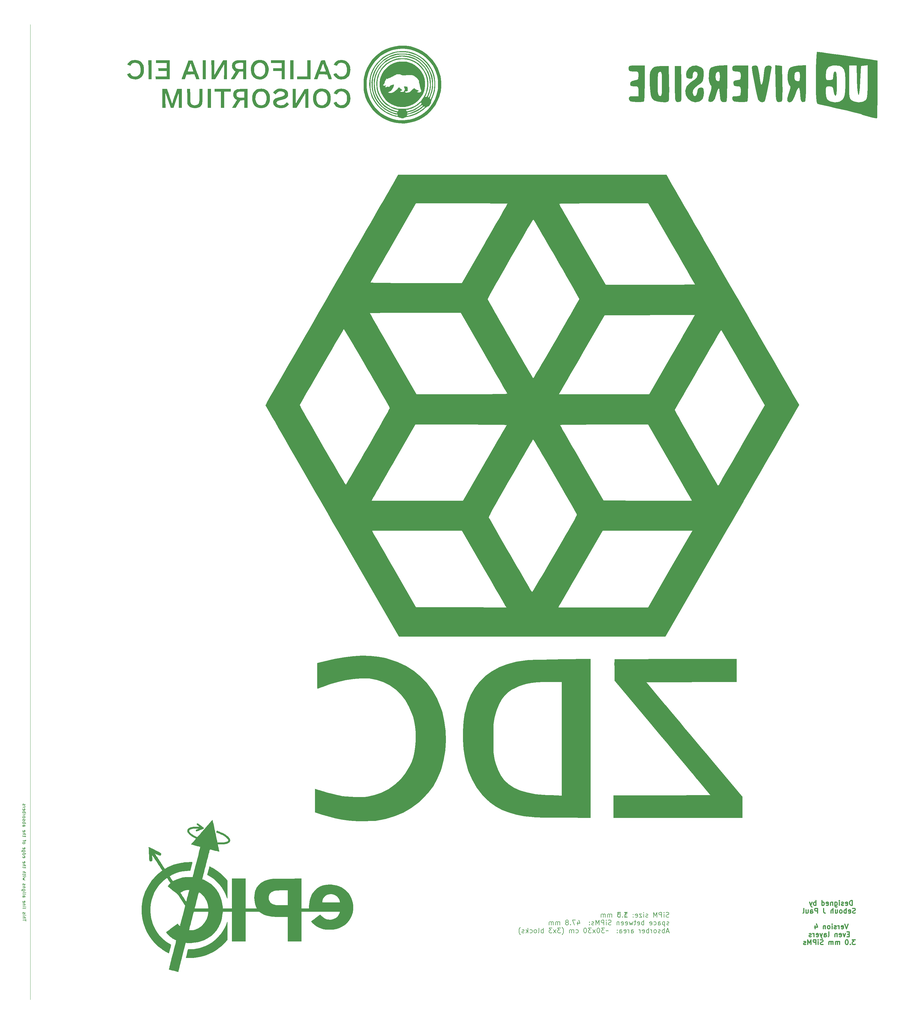
<source format=gbr>
%TF.GenerationSoftware,KiCad,Pcbnew,8.0.2-1*%
%TF.CreationDate,2024-06-21T16:13:16-04:00*%
%TF.ProjectId,EvenLayers_3.0mm_SiPM,4576656e-4c61-4796-9572-735f332e306d,rev?*%
%TF.SameCoordinates,Original*%
%TF.FileFunction,Legend,Bot*%
%TF.FilePolarity,Positive*%
%FSLAX46Y46*%
G04 Gerber Fmt 4.6, Leading zero omitted, Abs format (unit mm)*
G04 Created by KiCad (PCBNEW 8.0.2-1) date 2024-06-21 16:13:16*
%MOMM*%
%LPD*%
G01*
G04 APERTURE LIST*
%ADD10C,0.100000*%
%ADD11C,0.150000*%
%ADD12C,0.300000*%
%ADD13C,0.000000*%
G04 APERTURE END LIST*
D10*
X75000000Y-330000000D02*
X75000000Y-30000000D01*
D11*
X271515601Y-304599784D02*
X271301316Y-304671212D01*
X271301316Y-304671212D02*
X270944173Y-304671212D01*
X270944173Y-304671212D02*
X270801316Y-304599784D01*
X270801316Y-304599784D02*
X270729887Y-304528355D01*
X270729887Y-304528355D02*
X270658458Y-304385498D01*
X270658458Y-304385498D02*
X270658458Y-304242641D01*
X270658458Y-304242641D02*
X270729887Y-304099784D01*
X270729887Y-304099784D02*
X270801316Y-304028355D01*
X270801316Y-304028355D02*
X270944173Y-303956926D01*
X270944173Y-303956926D02*
X271229887Y-303885498D01*
X271229887Y-303885498D02*
X271372744Y-303814069D01*
X271372744Y-303814069D02*
X271444173Y-303742641D01*
X271444173Y-303742641D02*
X271515601Y-303599784D01*
X271515601Y-303599784D02*
X271515601Y-303456926D01*
X271515601Y-303456926D02*
X271444173Y-303314069D01*
X271444173Y-303314069D02*
X271372744Y-303242641D01*
X271372744Y-303242641D02*
X271229887Y-303171212D01*
X271229887Y-303171212D02*
X270872744Y-303171212D01*
X270872744Y-303171212D02*
X270658458Y-303242641D01*
X270015602Y-304671212D02*
X270015602Y-303671212D01*
X270015602Y-303171212D02*
X270087030Y-303242641D01*
X270087030Y-303242641D02*
X270015602Y-303314069D01*
X270015602Y-303314069D02*
X269944173Y-303242641D01*
X269944173Y-303242641D02*
X270015602Y-303171212D01*
X270015602Y-303171212D02*
X270015602Y-303314069D01*
X269301316Y-304671212D02*
X269301316Y-303171212D01*
X269301316Y-303171212D02*
X268729887Y-303171212D01*
X268729887Y-303171212D02*
X268587030Y-303242641D01*
X268587030Y-303242641D02*
X268515601Y-303314069D01*
X268515601Y-303314069D02*
X268444173Y-303456926D01*
X268444173Y-303456926D02*
X268444173Y-303671212D01*
X268444173Y-303671212D02*
X268515601Y-303814069D01*
X268515601Y-303814069D02*
X268587030Y-303885498D01*
X268587030Y-303885498D02*
X268729887Y-303956926D01*
X268729887Y-303956926D02*
X269301316Y-303956926D01*
X267801316Y-304671212D02*
X267801316Y-303171212D01*
X267801316Y-303171212D02*
X267301316Y-304242641D01*
X267301316Y-304242641D02*
X266801316Y-303171212D01*
X266801316Y-303171212D02*
X266801316Y-304671212D01*
X265015601Y-304599784D02*
X264872744Y-304671212D01*
X264872744Y-304671212D02*
X264587030Y-304671212D01*
X264587030Y-304671212D02*
X264444173Y-304599784D01*
X264444173Y-304599784D02*
X264372744Y-304456926D01*
X264372744Y-304456926D02*
X264372744Y-304385498D01*
X264372744Y-304385498D02*
X264444173Y-304242641D01*
X264444173Y-304242641D02*
X264587030Y-304171212D01*
X264587030Y-304171212D02*
X264801316Y-304171212D01*
X264801316Y-304171212D02*
X264944173Y-304099784D01*
X264944173Y-304099784D02*
X265015601Y-303956926D01*
X265015601Y-303956926D02*
X265015601Y-303885498D01*
X265015601Y-303885498D02*
X264944173Y-303742641D01*
X264944173Y-303742641D02*
X264801316Y-303671212D01*
X264801316Y-303671212D02*
X264587030Y-303671212D01*
X264587030Y-303671212D02*
X264444173Y-303742641D01*
X263729887Y-304671212D02*
X263729887Y-303671212D01*
X263729887Y-303171212D02*
X263801315Y-303242641D01*
X263801315Y-303242641D02*
X263729887Y-303314069D01*
X263729887Y-303314069D02*
X263658458Y-303242641D01*
X263658458Y-303242641D02*
X263729887Y-303171212D01*
X263729887Y-303171212D02*
X263729887Y-303314069D01*
X263158458Y-303671212D02*
X262372744Y-303671212D01*
X262372744Y-303671212D02*
X263158458Y-304671212D01*
X263158458Y-304671212D02*
X262372744Y-304671212D01*
X261229886Y-304599784D02*
X261372743Y-304671212D01*
X261372743Y-304671212D02*
X261658458Y-304671212D01*
X261658458Y-304671212D02*
X261801315Y-304599784D01*
X261801315Y-304599784D02*
X261872743Y-304456926D01*
X261872743Y-304456926D02*
X261872743Y-303885498D01*
X261872743Y-303885498D02*
X261801315Y-303742641D01*
X261801315Y-303742641D02*
X261658458Y-303671212D01*
X261658458Y-303671212D02*
X261372743Y-303671212D01*
X261372743Y-303671212D02*
X261229886Y-303742641D01*
X261229886Y-303742641D02*
X261158458Y-303885498D01*
X261158458Y-303885498D02*
X261158458Y-304028355D01*
X261158458Y-304028355D02*
X261872743Y-304171212D01*
X260515601Y-304528355D02*
X260444172Y-304599784D01*
X260444172Y-304599784D02*
X260515601Y-304671212D01*
X260515601Y-304671212D02*
X260587029Y-304599784D01*
X260587029Y-304599784D02*
X260515601Y-304528355D01*
X260515601Y-304528355D02*
X260515601Y-304671212D01*
X260515601Y-303742641D02*
X260444172Y-303814069D01*
X260444172Y-303814069D02*
X260515601Y-303885498D01*
X260515601Y-303885498D02*
X260587029Y-303814069D01*
X260587029Y-303814069D02*
X260515601Y-303742641D01*
X260515601Y-303742641D02*
X260515601Y-303885498D01*
X258801315Y-303171212D02*
X257872743Y-303171212D01*
X257872743Y-303171212D02*
X258372743Y-303742641D01*
X258372743Y-303742641D02*
X258158458Y-303742641D01*
X258158458Y-303742641D02*
X258015601Y-303814069D01*
X258015601Y-303814069D02*
X257944172Y-303885498D01*
X257944172Y-303885498D02*
X257872743Y-304028355D01*
X257872743Y-304028355D02*
X257872743Y-304385498D01*
X257872743Y-304385498D02*
X257944172Y-304528355D01*
X257944172Y-304528355D02*
X258015601Y-304599784D01*
X258015601Y-304599784D02*
X258158458Y-304671212D01*
X258158458Y-304671212D02*
X258587029Y-304671212D01*
X258587029Y-304671212D02*
X258729886Y-304599784D01*
X258729886Y-304599784D02*
X258801315Y-304528355D01*
X257229887Y-304528355D02*
X257158458Y-304599784D01*
X257158458Y-304599784D02*
X257229887Y-304671212D01*
X257229887Y-304671212D02*
X257301315Y-304599784D01*
X257301315Y-304599784D02*
X257229887Y-304528355D01*
X257229887Y-304528355D02*
X257229887Y-304671212D01*
X256229886Y-303171212D02*
X256087029Y-303171212D01*
X256087029Y-303171212D02*
X255944172Y-303242641D01*
X255944172Y-303242641D02*
X255872744Y-303314069D01*
X255872744Y-303314069D02*
X255801315Y-303456926D01*
X255801315Y-303456926D02*
X255729886Y-303742641D01*
X255729886Y-303742641D02*
X255729886Y-304099784D01*
X255729886Y-304099784D02*
X255801315Y-304385498D01*
X255801315Y-304385498D02*
X255872744Y-304528355D01*
X255872744Y-304528355D02*
X255944172Y-304599784D01*
X255944172Y-304599784D02*
X256087029Y-304671212D01*
X256087029Y-304671212D02*
X256229886Y-304671212D01*
X256229886Y-304671212D02*
X256372744Y-304599784D01*
X256372744Y-304599784D02*
X256444172Y-304528355D01*
X256444172Y-304528355D02*
X256515601Y-304385498D01*
X256515601Y-304385498D02*
X256587029Y-304099784D01*
X256587029Y-304099784D02*
X256587029Y-303742641D01*
X256587029Y-303742641D02*
X256515601Y-303456926D01*
X256515601Y-303456926D02*
X256444172Y-303314069D01*
X256444172Y-303314069D02*
X256372744Y-303242641D01*
X256372744Y-303242641D02*
X256229886Y-303171212D01*
X253944173Y-304671212D02*
X253944173Y-303671212D01*
X253944173Y-303814069D02*
X253872744Y-303742641D01*
X253872744Y-303742641D02*
X253729887Y-303671212D01*
X253729887Y-303671212D02*
X253515601Y-303671212D01*
X253515601Y-303671212D02*
X253372744Y-303742641D01*
X253372744Y-303742641D02*
X253301316Y-303885498D01*
X253301316Y-303885498D02*
X253301316Y-304671212D01*
X253301316Y-303885498D02*
X253229887Y-303742641D01*
X253229887Y-303742641D02*
X253087030Y-303671212D01*
X253087030Y-303671212D02*
X252872744Y-303671212D01*
X252872744Y-303671212D02*
X252729887Y-303742641D01*
X252729887Y-303742641D02*
X252658458Y-303885498D01*
X252658458Y-303885498D02*
X252658458Y-304671212D01*
X251944173Y-304671212D02*
X251944173Y-303671212D01*
X251944173Y-303814069D02*
X251872744Y-303742641D01*
X251872744Y-303742641D02*
X251729887Y-303671212D01*
X251729887Y-303671212D02*
X251515601Y-303671212D01*
X251515601Y-303671212D02*
X251372744Y-303742641D01*
X251372744Y-303742641D02*
X251301316Y-303885498D01*
X251301316Y-303885498D02*
X251301316Y-304671212D01*
X251301316Y-303885498D02*
X251229887Y-303742641D01*
X251229887Y-303742641D02*
X251087030Y-303671212D01*
X251087030Y-303671212D02*
X250872744Y-303671212D01*
X250872744Y-303671212D02*
X250729887Y-303742641D01*
X250729887Y-303742641D02*
X250658458Y-303885498D01*
X250658458Y-303885498D02*
X250658458Y-304671212D01*
X271515601Y-307014700D02*
X271372744Y-307086128D01*
X271372744Y-307086128D02*
X271087030Y-307086128D01*
X271087030Y-307086128D02*
X270944173Y-307014700D01*
X270944173Y-307014700D02*
X270872744Y-306871842D01*
X270872744Y-306871842D02*
X270872744Y-306800414D01*
X270872744Y-306800414D02*
X270944173Y-306657557D01*
X270944173Y-306657557D02*
X271087030Y-306586128D01*
X271087030Y-306586128D02*
X271301316Y-306586128D01*
X271301316Y-306586128D02*
X271444173Y-306514700D01*
X271444173Y-306514700D02*
X271515601Y-306371842D01*
X271515601Y-306371842D02*
X271515601Y-306300414D01*
X271515601Y-306300414D02*
X271444173Y-306157557D01*
X271444173Y-306157557D02*
X271301316Y-306086128D01*
X271301316Y-306086128D02*
X271087030Y-306086128D01*
X271087030Y-306086128D02*
X270944173Y-306157557D01*
X270229887Y-306086128D02*
X270229887Y-307586128D01*
X270229887Y-306157557D02*
X270087030Y-306086128D01*
X270087030Y-306086128D02*
X269801315Y-306086128D01*
X269801315Y-306086128D02*
X269658458Y-306157557D01*
X269658458Y-306157557D02*
X269587030Y-306228985D01*
X269587030Y-306228985D02*
X269515601Y-306371842D01*
X269515601Y-306371842D02*
X269515601Y-306800414D01*
X269515601Y-306800414D02*
X269587030Y-306943271D01*
X269587030Y-306943271D02*
X269658458Y-307014700D01*
X269658458Y-307014700D02*
X269801315Y-307086128D01*
X269801315Y-307086128D02*
X270087030Y-307086128D01*
X270087030Y-307086128D02*
X270229887Y-307014700D01*
X268229887Y-307086128D02*
X268229887Y-306300414D01*
X268229887Y-306300414D02*
X268301315Y-306157557D01*
X268301315Y-306157557D02*
X268444172Y-306086128D01*
X268444172Y-306086128D02*
X268729887Y-306086128D01*
X268729887Y-306086128D02*
X268872744Y-306157557D01*
X268229887Y-307014700D02*
X268372744Y-307086128D01*
X268372744Y-307086128D02*
X268729887Y-307086128D01*
X268729887Y-307086128D02*
X268872744Y-307014700D01*
X268872744Y-307014700D02*
X268944172Y-306871842D01*
X268944172Y-306871842D02*
X268944172Y-306728985D01*
X268944172Y-306728985D02*
X268872744Y-306586128D01*
X268872744Y-306586128D02*
X268729887Y-306514700D01*
X268729887Y-306514700D02*
X268372744Y-306514700D01*
X268372744Y-306514700D02*
X268229887Y-306443271D01*
X266872744Y-307014700D02*
X267015601Y-307086128D01*
X267015601Y-307086128D02*
X267301315Y-307086128D01*
X267301315Y-307086128D02*
X267444172Y-307014700D01*
X267444172Y-307014700D02*
X267515601Y-306943271D01*
X267515601Y-306943271D02*
X267587029Y-306800414D01*
X267587029Y-306800414D02*
X267587029Y-306371842D01*
X267587029Y-306371842D02*
X267515601Y-306228985D01*
X267515601Y-306228985D02*
X267444172Y-306157557D01*
X267444172Y-306157557D02*
X267301315Y-306086128D01*
X267301315Y-306086128D02*
X267015601Y-306086128D01*
X267015601Y-306086128D02*
X266872744Y-306157557D01*
X265658458Y-307014700D02*
X265801315Y-307086128D01*
X265801315Y-307086128D02*
X266087030Y-307086128D01*
X266087030Y-307086128D02*
X266229887Y-307014700D01*
X266229887Y-307014700D02*
X266301315Y-306871842D01*
X266301315Y-306871842D02*
X266301315Y-306300414D01*
X266301315Y-306300414D02*
X266229887Y-306157557D01*
X266229887Y-306157557D02*
X266087030Y-306086128D01*
X266087030Y-306086128D02*
X265801315Y-306086128D01*
X265801315Y-306086128D02*
X265658458Y-306157557D01*
X265658458Y-306157557D02*
X265587030Y-306300414D01*
X265587030Y-306300414D02*
X265587030Y-306443271D01*
X265587030Y-306443271D02*
X266301315Y-306586128D01*
X263801316Y-307086128D02*
X263801316Y-305586128D01*
X263801316Y-306157557D02*
X263658459Y-306086128D01*
X263658459Y-306086128D02*
X263372744Y-306086128D01*
X263372744Y-306086128D02*
X263229887Y-306157557D01*
X263229887Y-306157557D02*
X263158459Y-306228985D01*
X263158459Y-306228985D02*
X263087030Y-306371842D01*
X263087030Y-306371842D02*
X263087030Y-306800414D01*
X263087030Y-306800414D02*
X263158459Y-306943271D01*
X263158459Y-306943271D02*
X263229887Y-307014700D01*
X263229887Y-307014700D02*
X263372744Y-307086128D01*
X263372744Y-307086128D02*
X263658459Y-307086128D01*
X263658459Y-307086128D02*
X263801316Y-307014700D01*
X261872744Y-307014700D02*
X262015601Y-307086128D01*
X262015601Y-307086128D02*
X262301316Y-307086128D01*
X262301316Y-307086128D02*
X262444173Y-307014700D01*
X262444173Y-307014700D02*
X262515601Y-306871842D01*
X262515601Y-306871842D02*
X262515601Y-306300414D01*
X262515601Y-306300414D02*
X262444173Y-306157557D01*
X262444173Y-306157557D02*
X262301316Y-306086128D01*
X262301316Y-306086128D02*
X262015601Y-306086128D01*
X262015601Y-306086128D02*
X261872744Y-306157557D01*
X261872744Y-306157557D02*
X261801316Y-306300414D01*
X261801316Y-306300414D02*
X261801316Y-306443271D01*
X261801316Y-306443271D02*
X262515601Y-306586128D01*
X261372744Y-306086128D02*
X260801316Y-306086128D01*
X261158459Y-305586128D02*
X261158459Y-306871842D01*
X261158459Y-306871842D02*
X261087030Y-307014700D01*
X261087030Y-307014700D02*
X260944173Y-307086128D01*
X260944173Y-307086128D02*
X260801316Y-307086128D01*
X260444173Y-306086128D02*
X260158459Y-307086128D01*
X260158459Y-307086128D02*
X259872744Y-306371842D01*
X259872744Y-306371842D02*
X259587030Y-307086128D01*
X259587030Y-307086128D02*
X259301316Y-306086128D01*
X258158458Y-307014700D02*
X258301315Y-307086128D01*
X258301315Y-307086128D02*
X258587030Y-307086128D01*
X258587030Y-307086128D02*
X258729887Y-307014700D01*
X258729887Y-307014700D02*
X258801315Y-306871842D01*
X258801315Y-306871842D02*
X258801315Y-306300414D01*
X258801315Y-306300414D02*
X258729887Y-306157557D01*
X258729887Y-306157557D02*
X258587030Y-306086128D01*
X258587030Y-306086128D02*
X258301315Y-306086128D01*
X258301315Y-306086128D02*
X258158458Y-306157557D01*
X258158458Y-306157557D02*
X258087030Y-306300414D01*
X258087030Y-306300414D02*
X258087030Y-306443271D01*
X258087030Y-306443271D02*
X258801315Y-306586128D01*
X256872744Y-307014700D02*
X257015601Y-307086128D01*
X257015601Y-307086128D02*
X257301316Y-307086128D01*
X257301316Y-307086128D02*
X257444173Y-307014700D01*
X257444173Y-307014700D02*
X257515601Y-306871842D01*
X257515601Y-306871842D02*
X257515601Y-306300414D01*
X257515601Y-306300414D02*
X257444173Y-306157557D01*
X257444173Y-306157557D02*
X257301316Y-306086128D01*
X257301316Y-306086128D02*
X257015601Y-306086128D01*
X257015601Y-306086128D02*
X256872744Y-306157557D01*
X256872744Y-306157557D02*
X256801316Y-306300414D01*
X256801316Y-306300414D02*
X256801316Y-306443271D01*
X256801316Y-306443271D02*
X257515601Y-306586128D01*
X256158459Y-306086128D02*
X256158459Y-307086128D01*
X256158459Y-306228985D02*
X256087030Y-306157557D01*
X256087030Y-306157557D02*
X255944173Y-306086128D01*
X255944173Y-306086128D02*
X255729887Y-306086128D01*
X255729887Y-306086128D02*
X255587030Y-306157557D01*
X255587030Y-306157557D02*
X255515602Y-306300414D01*
X255515602Y-306300414D02*
X255515602Y-307086128D01*
X253729887Y-307014700D02*
X253515602Y-307086128D01*
X253515602Y-307086128D02*
X253158459Y-307086128D01*
X253158459Y-307086128D02*
X253015602Y-307014700D01*
X253015602Y-307014700D02*
X252944173Y-306943271D01*
X252944173Y-306943271D02*
X252872744Y-306800414D01*
X252872744Y-306800414D02*
X252872744Y-306657557D01*
X252872744Y-306657557D02*
X252944173Y-306514700D01*
X252944173Y-306514700D02*
X253015602Y-306443271D01*
X253015602Y-306443271D02*
X253158459Y-306371842D01*
X253158459Y-306371842D02*
X253444173Y-306300414D01*
X253444173Y-306300414D02*
X253587030Y-306228985D01*
X253587030Y-306228985D02*
X253658459Y-306157557D01*
X253658459Y-306157557D02*
X253729887Y-306014700D01*
X253729887Y-306014700D02*
X253729887Y-305871842D01*
X253729887Y-305871842D02*
X253658459Y-305728985D01*
X253658459Y-305728985D02*
X253587030Y-305657557D01*
X253587030Y-305657557D02*
X253444173Y-305586128D01*
X253444173Y-305586128D02*
X253087030Y-305586128D01*
X253087030Y-305586128D02*
X252872744Y-305657557D01*
X252229888Y-307086128D02*
X252229888Y-306086128D01*
X252229888Y-305586128D02*
X252301316Y-305657557D01*
X252301316Y-305657557D02*
X252229888Y-305728985D01*
X252229888Y-305728985D02*
X252158459Y-305657557D01*
X252158459Y-305657557D02*
X252229888Y-305586128D01*
X252229888Y-305586128D02*
X252229888Y-305728985D01*
X251515602Y-307086128D02*
X251515602Y-305586128D01*
X251515602Y-305586128D02*
X250944173Y-305586128D01*
X250944173Y-305586128D02*
X250801316Y-305657557D01*
X250801316Y-305657557D02*
X250729887Y-305728985D01*
X250729887Y-305728985D02*
X250658459Y-305871842D01*
X250658459Y-305871842D02*
X250658459Y-306086128D01*
X250658459Y-306086128D02*
X250729887Y-306228985D01*
X250729887Y-306228985D02*
X250801316Y-306300414D01*
X250801316Y-306300414D02*
X250944173Y-306371842D01*
X250944173Y-306371842D02*
X251515602Y-306371842D01*
X250015602Y-307086128D02*
X250015602Y-305586128D01*
X250015602Y-305586128D02*
X249515602Y-306657557D01*
X249515602Y-306657557D02*
X249015602Y-305586128D01*
X249015602Y-305586128D02*
X249015602Y-307086128D01*
X248372744Y-307014700D02*
X248229887Y-307086128D01*
X248229887Y-307086128D02*
X247944173Y-307086128D01*
X247944173Y-307086128D02*
X247801316Y-307014700D01*
X247801316Y-307014700D02*
X247729887Y-306871842D01*
X247729887Y-306871842D02*
X247729887Y-306800414D01*
X247729887Y-306800414D02*
X247801316Y-306657557D01*
X247801316Y-306657557D02*
X247944173Y-306586128D01*
X247944173Y-306586128D02*
X248158459Y-306586128D01*
X248158459Y-306586128D02*
X248301316Y-306514700D01*
X248301316Y-306514700D02*
X248372744Y-306371842D01*
X248372744Y-306371842D02*
X248372744Y-306300414D01*
X248372744Y-306300414D02*
X248301316Y-306157557D01*
X248301316Y-306157557D02*
X248158459Y-306086128D01*
X248158459Y-306086128D02*
X247944173Y-306086128D01*
X247944173Y-306086128D02*
X247801316Y-306157557D01*
X247087030Y-306943271D02*
X247015601Y-307014700D01*
X247015601Y-307014700D02*
X247087030Y-307086128D01*
X247087030Y-307086128D02*
X247158458Y-307014700D01*
X247158458Y-307014700D02*
X247087030Y-306943271D01*
X247087030Y-306943271D02*
X247087030Y-307086128D01*
X247087030Y-306157557D02*
X247015601Y-306228985D01*
X247015601Y-306228985D02*
X247087030Y-306300414D01*
X247087030Y-306300414D02*
X247158458Y-306228985D01*
X247158458Y-306228985D02*
X247087030Y-306157557D01*
X247087030Y-306157557D02*
X247087030Y-306300414D01*
X243444173Y-306086128D02*
X243444173Y-307086128D01*
X243801315Y-305514700D02*
X244158458Y-306586128D01*
X244158458Y-306586128D02*
X243229887Y-306586128D01*
X242801316Y-305586128D02*
X241801316Y-305586128D01*
X241801316Y-305586128D02*
X242444173Y-307086128D01*
X241229888Y-306943271D02*
X241158459Y-307014700D01*
X241158459Y-307014700D02*
X241229888Y-307086128D01*
X241229888Y-307086128D02*
X241301316Y-307014700D01*
X241301316Y-307014700D02*
X241229888Y-306943271D01*
X241229888Y-306943271D02*
X241229888Y-307086128D01*
X240301316Y-306228985D02*
X240444173Y-306157557D01*
X240444173Y-306157557D02*
X240515602Y-306086128D01*
X240515602Y-306086128D02*
X240587030Y-305943271D01*
X240587030Y-305943271D02*
X240587030Y-305871842D01*
X240587030Y-305871842D02*
X240515602Y-305728985D01*
X240515602Y-305728985D02*
X240444173Y-305657557D01*
X240444173Y-305657557D02*
X240301316Y-305586128D01*
X240301316Y-305586128D02*
X240015602Y-305586128D01*
X240015602Y-305586128D02*
X239872745Y-305657557D01*
X239872745Y-305657557D02*
X239801316Y-305728985D01*
X239801316Y-305728985D02*
X239729887Y-305871842D01*
X239729887Y-305871842D02*
X239729887Y-305943271D01*
X239729887Y-305943271D02*
X239801316Y-306086128D01*
X239801316Y-306086128D02*
X239872745Y-306157557D01*
X239872745Y-306157557D02*
X240015602Y-306228985D01*
X240015602Y-306228985D02*
X240301316Y-306228985D01*
X240301316Y-306228985D02*
X240444173Y-306300414D01*
X240444173Y-306300414D02*
X240515602Y-306371842D01*
X240515602Y-306371842D02*
X240587030Y-306514700D01*
X240587030Y-306514700D02*
X240587030Y-306800414D01*
X240587030Y-306800414D02*
X240515602Y-306943271D01*
X240515602Y-306943271D02*
X240444173Y-307014700D01*
X240444173Y-307014700D02*
X240301316Y-307086128D01*
X240301316Y-307086128D02*
X240015602Y-307086128D01*
X240015602Y-307086128D02*
X239872745Y-307014700D01*
X239872745Y-307014700D02*
X239801316Y-306943271D01*
X239801316Y-306943271D02*
X239729887Y-306800414D01*
X239729887Y-306800414D02*
X239729887Y-306514700D01*
X239729887Y-306514700D02*
X239801316Y-306371842D01*
X239801316Y-306371842D02*
X239872745Y-306300414D01*
X239872745Y-306300414D02*
X240015602Y-306228985D01*
X237944174Y-307086128D02*
X237944174Y-306086128D01*
X237944174Y-306228985D02*
X237872745Y-306157557D01*
X237872745Y-306157557D02*
X237729888Y-306086128D01*
X237729888Y-306086128D02*
X237515602Y-306086128D01*
X237515602Y-306086128D02*
X237372745Y-306157557D01*
X237372745Y-306157557D02*
X237301317Y-306300414D01*
X237301317Y-306300414D02*
X237301317Y-307086128D01*
X237301317Y-306300414D02*
X237229888Y-306157557D01*
X237229888Y-306157557D02*
X237087031Y-306086128D01*
X237087031Y-306086128D02*
X236872745Y-306086128D01*
X236872745Y-306086128D02*
X236729888Y-306157557D01*
X236729888Y-306157557D02*
X236658459Y-306300414D01*
X236658459Y-306300414D02*
X236658459Y-307086128D01*
X235944174Y-307086128D02*
X235944174Y-306086128D01*
X235944174Y-306228985D02*
X235872745Y-306157557D01*
X235872745Y-306157557D02*
X235729888Y-306086128D01*
X235729888Y-306086128D02*
X235515602Y-306086128D01*
X235515602Y-306086128D02*
X235372745Y-306157557D01*
X235372745Y-306157557D02*
X235301317Y-306300414D01*
X235301317Y-306300414D02*
X235301317Y-307086128D01*
X235301317Y-306300414D02*
X235229888Y-306157557D01*
X235229888Y-306157557D02*
X235087031Y-306086128D01*
X235087031Y-306086128D02*
X234872745Y-306086128D01*
X234872745Y-306086128D02*
X234729888Y-306157557D01*
X234729888Y-306157557D02*
X234658459Y-306300414D01*
X234658459Y-306300414D02*
X234658459Y-307086128D01*
X271515601Y-309072473D02*
X270801316Y-309072473D01*
X271658458Y-309501044D02*
X271158458Y-308001044D01*
X271158458Y-308001044D02*
X270658458Y-309501044D01*
X270158459Y-309501044D02*
X270158459Y-308001044D01*
X270158459Y-308572473D02*
X270015602Y-308501044D01*
X270015602Y-308501044D02*
X269729887Y-308501044D01*
X269729887Y-308501044D02*
X269587030Y-308572473D01*
X269587030Y-308572473D02*
X269515602Y-308643901D01*
X269515602Y-308643901D02*
X269444173Y-308786758D01*
X269444173Y-308786758D02*
X269444173Y-309215330D01*
X269444173Y-309215330D02*
X269515602Y-309358187D01*
X269515602Y-309358187D02*
X269587030Y-309429616D01*
X269587030Y-309429616D02*
X269729887Y-309501044D01*
X269729887Y-309501044D02*
X270015602Y-309501044D01*
X270015602Y-309501044D02*
X270158459Y-309429616D01*
X268872744Y-309429616D02*
X268729887Y-309501044D01*
X268729887Y-309501044D02*
X268444173Y-309501044D01*
X268444173Y-309501044D02*
X268301316Y-309429616D01*
X268301316Y-309429616D02*
X268229887Y-309286758D01*
X268229887Y-309286758D02*
X268229887Y-309215330D01*
X268229887Y-309215330D02*
X268301316Y-309072473D01*
X268301316Y-309072473D02*
X268444173Y-309001044D01*
X268444173Y-309001044D02*
X268658459Y-309001044D01*
X268658459Y-309001044D02*
X268801316Y-308929616D01*
X268801316Y-308929616D02*
X268872744Y-308786758D01*
X268872744Y-308786758D02*
X268872744Y-308715330D01*
X268872744Y-308715330D02*
X268801316Y-308572473D01*
X268801316Y-308572473D02*
X268658459Y-308501044D01*
X268658459Y-308501044D02*
X268444173Y-308501044D01*
X268444173Y-308501044D02*
X268301316Y-308572473D01*
X267372744Y-309501044D02*
X267515601Y-309429616D01*
X267515601Y-309429616D02*
X267587030Y-309358187D01*
X267587030Y-309358187D02*
X267658458Y-309215330D01*
X267658458Y-309215330D02*
X267658458Y-308786758D01*
X267658458Y-308786758D02*
X267587030Y-308643901D01*
X267587030Y-308643901D02*
X267515601Y-308572473D01*
X267515601Y-308572473D02*
X267372744Y-308501044D01*
X267372744Y-308501044D02*
X267158458Y-308501044D01*
X267158458Y-308501044D02*
X267015601Y-308572473D01*
X267015601Y-308572473D02*
X266944173Y-308643901D01*
X266944173Y-308643901D02*
X266872744Y-308786758D01*
X266872744Y-308786758D02*
X266872744Y-309215330D01*
X266872744Y-309215330D02*
X266944173Y-309358187D01*
X266944173Y-309358187D02*
X267015601Y-309429616D01*
X267015601Y-309429616D02*
X267158458Y-309501044D01*
X267158458Y-309501044D02*
X267372744Y-309501044D01*
X266229887Y-309501044D02*
X266229887Y-308501044D01*
X266229887Y-308786758D02*
X266158458Y-308643901D01*
X266158458Y-308643901D02*
X266087030Y-308572473D01*
X266087030Y-308572473D02*
X265944172Y-308501044D01*
X265944172Y-308501044D02*
X265801315Y-308501044D01*
X265301316Y-309501044D02*
X265301316Y-308001044D01*
X265301316Y-308572473D02*
X265158459Y-308501044D01*
X265158459Y-308501044D02*
X264872744Y-308501044D01*
X264872744Y-308501044D02*
X264729887Y-308572473D01*
X264729887Y-308572473D02*
X264658459Y-308643901D01*
X264658459Y-308643901D02*
X264587030Y-308786758D01*
X264587030Y-308786758D02*
X264587030Y-309215330D01*
X264587030Y-309215330D02*
X264658459Y-309358187D01*
X264658459Y-309358187D02*
X264729887Y-309429616D01*
X264729887Y-309429616D02*
X264872744Y-309501044D01*
X264872744Y-309501044D02*
X265158459Y-309501044D01*
X265158459Y-309501044D02*
X265301316Y-309429616D01*
X263372744Y-309429616D02*
X263515601Y-309501044D01*
X263515601Y-309501044D02*
X263801316Y-309501044D01*
X263801316Y-309501044D02*
X263944173Y-309429616D01*
X263944173Y-309429616D02*
X264015601Y-309286758D01*
X264015601Y-309286758D02*
X264015601Y-308715330D01*
X264015601Y-308715330D02*
X263944173Y-308572473D01*
X263944173Y-308572473D02*
X263801316Y-308501044D01*
X263801316Y-308501044D02*
X263515601Y-308501044D01*
X263515601Y-308501044D02*
X263372744Y-308572473D01*
X263372744Y-308572473D02*
X263301316Y-308715330D01*
X263301316Y-308715330D02*
X263301316Y-308858187D01*
X263301316Y-308858187D02*
X264015601Y-309001044D01*
X262658459Y-309501044D02*
X262658459Y-308501044D01*
X262658459Y-308786758D02*
X262587030Y-308643901D01*
X262587030Y-308643901D02*
X262515602Y-308572473D01*
X262515602Y-308572473D02*
X262372744Y-308501044D01*
X262372744Y-308501044D02*
X262229887Y-308501044D01*
X259944174Y-309501044D02*
X259944174Y-308715330D01*
X259944174Y-308715330D02*
X260015602Y-308572473D01*
X260015602Y-308572473D02*
X260158459Y-308501044D01*
X260158459Y-308501044D02*
X260444174Y-308501044D01*
X260444174Y-308501044D02*
X260587031Y-308572473D01*
X259944174Y-309429616D02*
X260087031Y-309501044D01*
X260087031Y-309501044D02*
X260444174Y-309501044D01*
X260444174Y-309501044D02*
X260587031Y-309429616D01*
X260587031Y-309429616D02*
X260658459Y-309286758D01*
X260658459Y-309286758D02*
X260658459Y-309143901D01*
X260658459Y-309143901D02*
X260587031Y-309001044D01*
X260587031Y-309001044D02*
X260444174Y-308929616D01*
X260444174Y-308929616D02*
X260087031Y-308929616D01*
X260087031Y-308929616D02*
X259944174Y-308858187D01*
X259229888Y-309501044D02*
X259229888Y-308501044D01*
X259229888Y-308786758D02*
X259158459Y-308643901D01*
X259158459Y-308643901D02*
X259087031Y-308572473D01*
X259087031Y-308572473D02*
X258944173Y-308501044D01*
X258944173Y-308501044D02*
X258801316Y-308501044D01*
X257729888Y-309429616D02*
X257872745Y-309501044D01*
X257872745Y-309501044D02*
X258158460Y-309501044D01*
X258158460Y-309501044D02*
X258301317Y-309429616D01*
X258301317Y-309429616D02*
X258372745Y-309286758D01*
X258372745Y-309286758D02*
X258372745Y-308715330D01*
X258372745Y-308715330D02*
X258301317Y-308572473D01*
X258301317Y-308572473D02*
X258158460Y-308501044D01*
X258158460Y-308501044D02*
X257872745Y-308501044D01*
X257872745Y-308501044D02*
X257729888Y-308572473D01*
X257729888Y-308572473D02*
X257658460Y-308715330D01*
X257658460Y-308715330D02*
X257658460Y-308858187D01*
X257658460Y-308858187D02*
X258372745Y-309001044D01*
X256372746Y-309501044D02*
X256372746Y-308715330D01*
X256372746Y-308715330D02*
X256444174Y-308572473D01*
X256444174Y-308572473D02*
X256587031Y-308501044D01*
X256587031Y-308501044D02*
X256872746Y-308501044D01*
X256872746Y-308501044D02*
X257015603Y-308572473D01*
X256372746Y-309429616D02*
X256515603Y-309501044D01*
X256515603Y-309501044D02*
X256872746Y-309501044D01*
X256872746Y-309501044D02*
X257015603Y-309429616D01*
X257015603Y-309429616D02*
X257087031Y-309286758D01*
X257087031Y-309286758D02*
X257087031Y-309143901D01*
X257087031Y-309143901D02*
X257015603Y-309001044D01*
X257015603Y-309001044D02*
X256872746Y-308929616D01*
X256872746Y-308929616D02*
X256515603Y-308929616D01*
X256515603Y-308929616D02*
X256372746Y-308858187D01*
X255658460Y-309358187D02*
X255587031Y-309429616D01*
X255587031Y-309429616D02*
X255658460Y-309501044D01*
X255658460Y-309501044D02*
X255729888Y-309429616D01*
X255729888Y-309429616D02*
X255658460Y-309358187D01*
X255658460Y-309358187D02*
X255658460Y-309501044D01*
X255658460Y-308572473D02*
X255587031Y-308643901D01*
X255587031Y-308643901D02*
X255658460Y-308715330D01*
X255658460Y-308715330D02*
X255729888Y-308643901D01*
X255729888Y-308643901D02*
X255658460Y-308572473D01*
X255658460Y-308572473D02*
X255658460Y-308715330D01*
X252872745Y-308929616D02*
X252801317Y-308858187D01*
X252801317Y-308858187D02*
X252658460Y-308786758D01*
X252658460Y-308786758D02*
X252372745Y-308929616D01*
X252372745Y-308929616D02*
X252229888Y-308858187D01*
X252229888Y-308858187D02*
X252158460Y-308786758D01*
X251729888Y-308001044D02*
X250801316Y-308001044D01*
X250801316Y-308001044D02*
X251301316Y-308572473D01*
X251301316Y-308572473D02*
X251087031Y-308572473D01*
X251087031Y-308572473D02*
X250944174Y-308643901D01*
X250944174Y-308643901D02*
X250872745Y-308715330D01*
X250872745Y-308715330D02*
X250801316Y-308858187D01*
X250801316Y-308858187D02*
X250801316Y-309215330D01*
X250801316Y-309215330D02*
X250872745Y-309358187D01*
X250872745Y-309358187D02*
X250944174Y-309429616D01*
X250944174Y-309429616D02*
X251087031Y-309501044D01*
X251087031Y-309501044D02*
X251515602Y-309501044D01*
X251515602Y-309501044D02*
X251658459Y-309429616D01*
X251658459Y-309429616D02*
X251729888Y-309358187D01*
X249872745Y-308001044D02*
X249729888Y-308001044D01*
X249729888Y-308001044D02*
X249587031Y-308072473D01*
X249587031Y-308072473D02*
X249515603Y-308143901D01*
X249515603Y-308143901D02*
X249444174Y-308286758D01*
X249444174Y-308286758D02*
X249372745Y-308572473D01*
X249372745Y-308572473D02*
X249372745Y-308929616D01*
X249372745Y-308929616D02*
X249444174Y-309215330D01*
X249444174Y-309215330D02*
X249515603Y-309358187D01*
X249515603Y-309358187D02*
X249587031Y-309429616D01*
X249587031Y-309429616D02*
X249729888Y-309501044D01*
X249729888Y-309501044D02*
X249872745Y-309501044D01*
X249872745Y-309501044D02*
X250015603Y-309429616D01*
X250015603Y-309429616D02*
X250087031Y-309358187D01*
X250087031Y-309358187D02*
X250158460Y-309215330D01*
X250158460Y-309215330D02*
X250229888Y-308929616D01*
X250229888Y-308929616D02*
X250229888Y-308572473D01*
X250229888Y-308572473D02*
X250158460Y-308286758D01*
X250158460Y-308286758D02*
X250087031Y-308143901D01*
X250087031Y-308143901D02*
X250015603Y-308072473D01*
X250015603Y-308072473D02*
X249872745Y-308001044D01*
X248872746Y-309501044D02*
X248087032Y-308501044D01*
X248872746Y-308501044D02*
X248087032Y-309501044D01*
X247658460Y-308001044D02*
X246729888Y-308001044D01*
X246729888Y-308001044D02*
X247229888Y-308572473D01*
X247229888Y-308572473D02*
X247015603Y-308572473D01*
X247015603Y-308572473D02*
X246872746Y-308643901D01*
X246872746Y-308643901D02*
X246801317Y-308715330D01*
X246801317Y-308715330D02*
X246729888Y-308858187D01*
X246729888Y-308858187D02*
X246729888Y-309215330D01*
X246729888Y-309215330D02*
X246801317Y-309358187D01*
X246801317Y-309358187D02*
X246872746Y-309429616D01*
X246872746Y-309429616D02*
X247015603Y-309501044D01*
X247015603Y-309501044D02*
X247444174Y-309501044D01*
X247444174Y-309501044D02*
X247587031Y-309429616D01*
X247587031Y-309429616D02*
X247658460Y-309358187D01*
X245801317Y-308001044D02*
X245658460Y-308001044D01*
X245658460Y-308001044D02*
X245515603Y-308072473D01*
X245515603Y-308072473D02*
X245444175Y-308143901D01*
X245444175Y-308143901D02*
X245372746Y-308286758D01*
X245372746Y-308286758D02*
X245301317Y-308572473D01*
X245301317Y-308572473D02*
X245301317Y-308929616D01*
X245301317Y-308929616D02*
X245372746Y-309215330D01*
X245372746Y-309215330D02*
X245444175Y-309358187D01*
X245444175Y-309358187D02*
X245515603Y-309429616D01*
X245515603Y-309429616D02*
X245658460Y-309501044D01*
X245658460Y-309501044D02*
X245801317Y-309501044D01*
X245801317Y-309501044D02*
X245944175Y-309429616D01*
X245944175Y-309429616D02*
X246015603Y-309358187D01*
X246015603Y-309358187D02*
X246087032Y-309215330D01*
X246087032Y-309215330D02*
X246158460Y-308929616D01*
X246158460Y-308929616D02*
X246158460Y-308572473D01*
X246158460Y-308572473D02*
X246087032Y-308286758D01*
X246087032Y-308286758D02*
X246015603Y-308143901D01*
X246015603Y-308143901D02*
X245944175Y-308072473D01*
X245944175Y-308072473D02*
X245801317Y-308001044D01*
X242872747Y-309429616D02*
X243015604Y-309501044D01*
X243015604Y-309501044D02*
X243301318Y-309501044D01*
X243301318Y-309501044D02*
X243444175Y-309429616D01*
X243444175Y-309429616D02*
X243515604Y-309358187D01*
X243515604Y-309358187D02*
X243587032Y-309215330D01*
X243587032Y-309215330D02*
X243587032Y-308786758D01*
X243587032Y-308786758D02*
X243515604Y-308643901D01*
X243515604Y-308643901D02*
X243444175Y-308572473D01*
X243444175Y-308572473D02*
X243301318Y-308501044D01*
X243301318Y-308501044D02*
X243015604Y-308501044D01*
X243015604Y-308501044D02*
X242872747Y-308572473D01*
X242229890Y-309501044D02*
X242229890Y-308501044D01*
X242229890Y-308643901D02*
X242158461Y-308572473D01*
X242158461Y-308572473D02*
X242015604Y-308501044D01*
X242015604Y-308501044D02*
X241801318Y-308501044D01*
X241801318Y-308501044D02*
X241658461Y-308572473D01*
X241658461Y-308572473D02*
X241587033Y-308715330D01*
X241587033Y-308715330D02*
X241587033Y-309501044D01*
X241587033Y-308715330D02*
X241515604Y-308572473D01*
X241515604Y-308572473D02*
X241372747Y-308501044D01*
X241372747Y-308501044D02*
X241158461Y-308501044D01*
X241158461Y-308501044D02*
X241015604Y-308572473D01*
X241015604Y-308572473D02*
X240944175Y-308715330D01*
X240944175Y-308715330D02*
X240944175Y-309501044D01*
X238658461Y-310072473D02*
X238729890Y-310001044D01*
X238729890Y-310001044D02*
X238872747Y-309786758D01*
X238872747Y-309786758D02*
X238944176Y-309643901D01*
X238944176Y-309643901D02*
X239015604Y-309429616D01*
X239015604Y-309429616D02*
X239087033Y-309072473D01*
X239087033Y-309072473D02*
X239087033Y-308786758D01*
X239087033Y-308786758D02*
X239015604Y-308429616D01*
X239015604Y-308429616D02*
X238944176Y-308215330D01*
X238944176Y-308215330D02*
X238872747Y-308072473D01*
X238872747Y-308072473D02*
X238729890Y-307858187D01*
X238729890Y-307858187D02*
X238658461Y-307786758D01*
X238229890Y-308001044D02*
X237301318Y-308001044D01*
X237301318Y-308001044D02*
X237801318Y-308572473D01*
X237801318Y-308572473D02*
X237587033Y-308572473D01*
X237587033Y-308572473D02*
X237444176Y-308643901D01*
X237444176Y-308643901D02*
X237372747Y-308715330D01*
X237372747Y-308715330D02*
X237301318Y-308858187D01*
X237301318Y-308858187D02*
X237301318Y-309215330D01*
X237301318Y-309215330D02*
X237372747Y-309358187D01*
X237372747Y-309358187D02*
X237444176Y-309429616D01*
X237444176Y-309429616D02*
X237587033Y-309501044D01*
X237587033Y-309501044D02*
X238015604Y-309501044D01*
X238015604Y-309501044D02*
X238158461Y-309429616D01*
X238158461Y-309429616D02*
X238229890Y-309358187D01*
X236801319Y-309501044D02*
X236015605Y-308501044D01*
X236801319Y-308501044D02*
X236015605Y-309501044D01*
X235587033Y-308001044D02*
X234658461Y-308001044D01*
X234658461Y-308001044D02*
X235158461Y-308572473D01*
X235158461Y-308572473D02*
X234944176Y-308572473D01*
X234944176Y-308572473D02*
X234801319Y-308643901D01*
X234801319Y-308643901D02*
X234729890Y-308715330D01*
X234729890Y-308715330D02*
X234658461Y-308858187D01*
X234658461Y-308858187D02*
X234658461Y-309215330D01*
X234658461Y-309215330D02*
X234729890Y-309358187D01*
X234729890Y-309358187D02*
X234801319Y-309429616D01*
X234801319Y-309429616D02*
X234944176Y-309501044D01*
X234944176Y-309501044D02*
X235372747Y-309501044D01*
X235372747Y-309501044D02*
X235515604Y-309429616D01*
X235515604Y-309429616D02*
X235587033Y-309358187D01*
X232872748Y-309501044D02*
X232872748Y-308001044D01*
X232872748Y-308572473D02*
X232729891Y-308501044D01*
X232729891Y-308501044D02*
X232444176Y-308501044D01*
X232444176Y-308501044D02*
X232301319Y-308572473D01*
X232301319Y-308572473D02*
X232229891Y-308643901D01*
X232229891Y-308643901D02*
X232158462Y-308786758D01*
X232158462Y-308786758D02*
X232158462Y-309215330D01*
X232158462Y-309215330D02*
X232229891Y-309358187D01*
X232229891Y-309358187D02*
X232301319Y-309429616D01*
X232301319Y-309429616D02*
X232444176Y-309501044D01*
X232444176Y-309501044D02*
X232729891Y-309501044D01*
X232729891Y-309501044D02*
X232872748Y-309429616D01*
X231301319Y-309501044D02*
X231444176Y-309429616D01*
X231444176Y-309429616D02*
X231515605Y-309286758D01*
X231515605Y-309286758D02*
X231515605Y-308001044D01*
X230515605Y-309501044D02*
X230658462Y-309429616D01*
X230658462Y-309429616D02*
X230729891Y-309358187D01*
X230729891Y-309358187D02*
X230801319Y-309215330D01*
X230801319Y-309215330D02*
X230801319Y-308786758D01*
X230801319Y-308786758D02*
X230729891Y-308643901D01*
X230729891Y-308643901D02*
X230658462Y-308572473D01*
X230658462Y-308572473D02*
X230515605Y-308501044D01*
X230515605Y-308501044D02*
X230301319Y-308501044D01*
X230301319Y-308501044D02*
X230158462Y-308572473D01*
X230158462Y-308572473D02*
X230087034Y-308643901D01*
X230087034Y-308643901D02*
X230015605Y-308786758D01*
X230015605Y-308786758D02*
X230015605Y-309215330D01*
X230015605Y-309215330D02*
X230087034Y-309358187D01*
X230087034Y-309358187D02*
X230158462Y-309429616D01*
X230158462Y-309429616D02*
X230301319Y-309501044D01*
X230301319Y-309501044D02*
X230515605Y-309501044D01*
X228729891Y-309429616D02*
X228872748Y-309501044D01*
X228872748Y-309501044D02*
X229158462Y-309501044D01*
X229158462Y-309501044D02*
X229301319Y-309429616D01*
X229301319Y-309429616D02*
X229372748Y-309358187D01*
X229372748Y-309358187D02*
X229444176Y-309215330D01*
X229444176Y-309215330D02*
X229444176Y-308786758D01*
X229444176Y-308786758D02*
X229372748Y-308643901D01*
X229372748Y-308643901D02*
X229301319Y-308572473D01*
X229301319Y-308572473D02*
X229158462Y-308501044D01*
X229158462Y-308501044D02*
X228872748Y-308501044D01*
X228872748Y-308501044D02*
X228729891Y-308572473D01*
X228087034Y-309501044D02*
X228087034Y-308001044D01*
X227944177Y-308929616D02*
X227515605Y-309501044D01*
X227515605Y-308501044D02*
X228087034Y-309072473D01*
X226944176Y-309429616D02*
X226801319Y-309501044D01*
X226801319Y-309501044D02*
X226515605Y-309501044D01*
X226515605Y-309501044D02*
X226372748Y-309429616D01*
X226372748Y-309429616D02*
X226301319Y-309286758D01*
X226301319Y-309286758D02*
X226301319Y-309215330D01*
X226301319Y-309215330D02*
X226372748Y-309072473D01*
X226372748Y-309072473D02*
X226515605Y-309001044D01*
X226515605Y-309001044D02*
X226729891Y-309001044D01*
X226729891Y-309001044D02*
X226872748Y-308929616D01*
X226872748Y-308929616D02*
X226944176Y-308786758D01*
X226944176Y-308786758D02*
X226944176Y-308715330D01*
X226944176Y-308715330D02*
X226872748Y-308572473D01*
X226872748Y-308572473D02*
X226729891Y-308501044D01*
X226729891Y-308501044D02*
X226515605Y-308501044D01*
X226515605Y-308501044D02*
X226372748Y-308572473D01*
X225801319Y-310072473D02*
X225729890Y-310001044D01*
X225729890Y-310001044D02*
X225587033Y-309786758D01*
X225587033Y-309786758D02*
X225515605Y-309643901D01*
X225515605Y-309643901D02*
X225444176Y-309429616D01*
X225444176Y-309429616D02*
X225372747Y-309072473D01*
X225372747Y-309072473D02*
X225372747Y-308786758D01*
X225372747Y-308786758D02*
X225444176Y-308429616D01*
X225444176Y-308429616D02*
X225515605Y-308215330D01*
X225515605Y-308215330D02*
X225587033Y-308072473D01*
X225587033Y-308072473D02*
X225729890Y-307858187D01*
X225729890Y-307858187D02*
X225801319Y-307786758D01*
X271515601Y-304599784D02*
X271301316Y-304671212D01*
X271301316Y-304671212D02*
X270944173Y-304671212D01*
X270944173Y-304671212D02*
X270801316Y-304599784D01*
X270801316Y-304599784D02*
X270729887Y-304528355D01*
X270729887Y-304528355D02*
X270658458Y-304385498D01*
X270658458Y-304385498D02*
X270658458Y-304242641D01*
X270658458Y-304242641D02*
X270729887Y-304099784D01*
X270729887Y-304099784D02*
X270801316Y-304028355D01*
X270801316Y-304028355D02*
X270944173Y-303956926D01*
X270944173Y-303956926D02*
X271229887Y-303885498D01*
X271229887Y-303885498D02*
X271372744Y-303814069D01*
X271372744Y-303814069D02*
X271444173Y-303742641D01*
X271444173Y-303742641D02*
X271515601Y-303599784D01*
X271515601Y-303599784D02*
X271515601Y-303456926D01*
X271515601Y-303456926D02*
X271444173Y-303314069D01*
X271444173Y-303314069D02*
X271372744Y-303242641D01*
X271372744Y-303242641D02*
X271229887Y-303171212D01*
X271229887Y-303171212D02*
X270872744Y-303171212D01*
X270872744Y-303171212D02*
X270658458Y-303242641D01*
X270015602Y-304671212D02*
X270015602Y-303671212D01*
X270015602Y-303171212D02*
X270087030Y-303242641D01*
X270087030Y-303242641D02*
X270015602Y-303314069D01*
X270015602Y-303314069D02*
X269944173Y-303242641D01*
X269944173Y-303242641D02*
X270015602Y-303171212D01*
X270015602Y-303171212D02*
X270015602Y-303314069D01*
X269301316Y-304671212D02*
X269301316Y-303171212D01*
X269301316Y-303171212D02*
X268729887Y-303171212D01*
X268729887Y-303171212D02*
X268587030Y-303242641D01*
X268587030Y-303242641D02*
X268515601Y-303314069D01*
X268515601Y-303314069D02*
X268444173Y-303456926D01*
X268444173Y-303456926D02*
X268444173Y-303671212D01*
X268444173Y-303671212D02*
X268515601Y-303814069D01*
X268515601Y-303814069D02*
X268587030Y-303885498D01*
X268587030Y-303885498D02*
X268729887Y-303956926D01*
X268729887Y-303956926D02*
X269301316Y-303956926D01*
X267801316Y-304671212D02*
X267801316Y-303171212D01*
X267801316Y-303171212D02*
X267301316Y-304242641D01*
X267301316Y-304242641D02*
X266801316Y-303171212D01*
X266801316Y-303171212D02*
X266801316Y-304671212D01*
X265015601Y-304599784D02*
X264872744Y-304671212D01*
X264872744Y-304671212D02*
X264587030Y-304671212D01*
X264587030Y-304671212D02*
X264444173Y-304599784D01*
X264444173Y-304599784D02*
X264372744Y-304456926D01*
X264372744Y-304456926D02*
X264372744Y-304385498D01*
X264372744Y-304385498D02*
X264444173Y-304242641D01*
X264444173Y-304242641D02*
X264587030Y-304171212D01*
X264587030Y-304171212D02*
X264801316Y-304171212D01*
X264801316Y-304171212D02*
X264944173Y-304099784D01*
X264944173Y-304099784D02*
X265015601Y-303956926D01*
X265015601Y-303956926D02*
X265015601Y-303885498D01*
X265015601Y-303885498D02*
X264944173Y-303742641D01*
X264944173Y-303742641D02*
X264801316Y-303671212D01*
X264801316Y-303671212D02*
X264587030Y-303671212D01*
X264587030Y-303671212D02*
X264444173Y-303742641D01*
X263729887Y-304671212D02*
X263729887Y-303671212D01*
X263729887Y-303171212D02*
X263801315Y-303242641D01*
X263801315Y-303242641D02*
X263729887Y-303314069D01*
X263729887Y-303314069D02*
X263658458Y-303242641D01*
X263658458Y-303242641D02*
X263729887Y-303171212D01*
X263729887Y-303171212D02*
X263729887Y-303314069D01*
X263158458Y-303671212D02*
X262372744Y-303671212D01*
X262372744Y-303671212D02*
X263158458Y-304671212D01*
X263158458Y-304671212D02*
X262372744Y-304671212D01*
X261229886Y-304599784D02*
X261372743Y-304671212D01*
X261372743Y-304671212D02*
X261658458Y-304671212D01*
X261658458Y-304671212D02*
X261801315Y-304599784D01*
X261801315Y-304599784D02*
X261872743Y-304456926D01*
X261872743Y-304456926D02*
X261872743Y-303885498D01*
X261872743Y-303885498D02*
X261801315Y-303742641D01*
X261801315Y-303742641D02*
X261658458Y-303671212D01*
X261658458Y-303671212D02*
X261372743Y-303671212D01*
X261372743Y-303671212D02*
X261229886Y-303742641D01*
X261229886Y-303742641D02*
X261158458Y-303885498D01*
X261158458Y-303885498D02*
X261158458Y-304028355D01*
X261158458Y-304028355D02*
X261872743Y-304171212D01*
X260515601Y-304528355D02*
X260444172Y-304599784D01*
X260444172Y-304599784D02*
X260515601Y-304671212D01*
X260515601Y-304671212D02*
X260587029Y-304599784D01*
X260587029Y-304599784D02*
X260515601Y-304528355D01*
X260515601Y-304528355D02*
X260515601Y-304671212D01*
X260515601Y-303742641D02*
X260444172Y-303814069D01*
X260444172Y-303814069D02*
X260515601Y-303885498D01*
X260515601Y-303885498D02*
X260587029Y-303814069D01*
X260587029Y-303814069D02*
X260515601Y-303742641D01*
X260515601Y-303742641D02*
X260515601Y-303885498D01*
X257872743Y-304671212D02*
X258729886Y-304671212D01*
X258301315Y-304671212D02*
X258301315Y-303171212D01*
X258301315Y-303171212D02*
X258444172Y-303385498D01*
X258444172Y-303385498D02*
X258587029Y-303528355D01*
X258587029Y-303528355D02*
X258729886Y-303599784D01*
X257229887Y-304528355D02*
X257158458Y-304599784D01*
X257158458Y-304599784D02*
X257229887Y-304671212D01*
X257229887Y-304671212D02*
X257301315Y-304599784D01*
X257301315Y-304599784D02*
X257229887Y-304528355D01*
X257229887Y-304528355D02*
X257229887Y-304671212D01*
X256658458Y-303171212D02*
X255729886Y-303171212D01*
X255729886Y-303171212D02*
X256229886Y-303742641D01*
X256229886Y-303742641D02*
X256015601Y-303742641D01*
X256015601Y-303742641D02*
X255872744Y-303814069D01*
X255872744Y-303814069D02*
X255801315Y-303885498D01*
X255801315Y-303885498D02*
X255729886Y-304028355D01*
X255729886Y-304028355D02*
X255729886Y-304385498D01*
X255729886Y-304385498D02*
X255801315Y-304528355D01*
X255801315Y-304528355D02*
X255872744Y-304599784D01*
X255872744Y-304599784D02*
X256015601Y-304671212D01*
X256015601Y-304671212D02*
X256444172Y-304671212D01*
X256444172Y-304671212D02*
X256587029Y-304599784D01*
X256587029Y-304599784D02*
X256658458Y-304528355D01*
X253944173Y-304671212D02*
X253944173Y-303671212D01*
X253944173Y-303814069D02*
X253872744Y-303742641D01*
X253872744Y-303742641D02*
X253729887Y-303671212D01*
X253729887Y-303671212D02*
X253515601Y-303671212D01*
X253515601Y-303671212D02*
X253372744Y-303742641D01*
X253372744Y-303742641D02*
X253301316Y-303885498D01*
X253301316Y-303885498D02*
X253301316Y-304671212D01*
X253301316Y-303885498D02*
X253229887Y-303742641D01*
X253229887Y-303742641D02*
X253087030Y-303671212D01*
X253087030Y-303671212D02*
X252872744Y-303671212D01*
X252872744Y-303671212D02*
X252729887Y-303742641D01*
X252729887Y-303742641D02*
X252658458Y-303885498D01*
X252658458Y-303885498D02*
X252658458Y-304671212D01*
X251944173Y-304671212D02*
X251944173Y-303671212D01*
X251944173Y-303814069D02*
X251872744Y-303742641D01*
X251872744Y-303742641D02*
X251729887Y-303671212D01*
X251729887Y-303671212D02*
X251515601Y-303671212D01*
X251515601Y-303671212D02*
X251372744Y-303742641D01*
X251372744Y-303742641D02*
X251301316Y-303885498D01*
X251301316Y-303885498D02*
X251301316Y-304671212D01*
X251301316Y-303885498D02*
X251229887Y-303742641D01*
X251229887Y-303742641D02*
X251087030Y-303671212D01*
X251087030Y-303671212D02*
X250872744Y-303671212D01*
X250872744Y-303671212D02*
X250729887Y-303742641D01*
X250729887Y-303742641D02*
X250658458Y-303885498D01*
X250658458Y-303885498D02*
X250658458Y-304671212D01*
X271515601Y-307014700D02*
X271372744Y-307086128D01*
X271372744Y-307086128D02*
X271087030Y-307086128D01*
X271087030Y-307086128D02*
X270944173Y-307014700D01*
X270944173Y-307014700D02*
X270872744Y-306871842D01*
X270872744Y-306871842D02*
X270872744Y-306800414D01*
X270872744Y-306800414D02*
X270944173Y-306657557D01*
X270944173Y-306657557D02*
X271087030Y-306586128D01*
X271087030Y-306586128D02*
X271301316Y-306586128D01*
X271301316Y-306586128D02*
X271444173Y-306514700D01*
X271444173Y-306514700D02*
X271515601Y-306371842D01*
X271515601Y-306371842D02*
X271515601Y-306300414D01*
X271515601Y-306300414D02*
X271444173Y-306157557D01*
X271444173Y-306157557D02*
X271301316Y-306086128D01*
X271301316Y-306086128D02*
X271087030Y-306086128D01*
X271087030Y-306086128D02*
X270944173Y-306157557D01*
X270229887Y-306086128D02*
X270229887Y-307586128D01*
X270229887Y-306157557D02*
X270087030Y-306086128D01*
X270087030Y-306086128D02*
X269801315Y-306086128D01*
X269801315Y-306086128D02*
X269658458Y-306157557D01*
X269658458Y-306157557D02*
X269587030Y-306228985D01*
X269587030Y-306228985D02*
X269515601Y-306371842D01*
X269515601Y-306371842D02*
X269515601Y-306800414D01*
X269515601Y-306800414D02*
X269587030Y-306943271D01*
X269587030Y-306943271D02*
X269658458Y-307014700D01*
X269658458Y-307014700D02*
X269801315Y-307086128D01*
X269801315Y-307086128D02*
X270087030Y-307086128D01*
X270087030Y-307086128D02*
X270229887Y-307014700D01*
X268229887Y-307086128D02*
X268229887Y-306300414D01*
X268229887Y-306300414D02*
X268301315Y-306157557D01*
X268301315Y-306157557D02*
X268444172Y-306086128D01*
X268444172Y-306086128D02*
X268729887Y-306086128D01*
X268729887Y-306086128D02*
X268872744Y-306157557D01*
X268229887Y-307014700D02*
X268372744Y-307086128D01*
X268372744Y-307086128D02*
X268729887Y-307086128D01*
X268729887Y-307086128D02*
X268872744Y-307014700D01*
X268872744Y-307014700D02*
X268944172Y-306871842D01*
X268944172Y-306871842D02*
X268944172Y-306728985D01*
X268944172Y-306728985D02*
X268872744Y-306586128D01*
X268872744Y-306586128D02*
X268729887Y-306514700D01*
X268729887Y-306514700D02*
X268372744Y-306514700D01*
X268372744Y-306514700D02*
X268229887Y-306443271D01*
X266872744Y-307014700D02*
X267015601Y-307086128D01*
X267015601Y-307086128D02*
X267301315Y-307086128D01*
X267301315Y-307086128D02*
X267444172Y-307014700D01*
X267444172Y-307014700D02*
X267515601Y-306943271D01*
X267515601Y-306943271D02*
X267587029Y-306800414D01*
X267587029Y-306800414D02*
X267587029Y-306371842D01*
X267587029Y-306371842D02*
X267515601Y-306228985D01*
X267515601Y-306228985D02*
X267444172Y-306157557D01*
X267444172Y-306157557D02*
X267301315Y-306086128D01*
X267301315Y-306086128D02*
X267015601Y-306086128D01*
X267015601Y-306086128D02*
X266872744Y-306157557D01*
X265658458Y-307014700D02*
X265801315Y-307086128D01*
X265801315Y-307086128D02*
X266087030Y-307086128D01*
X266087030Y-307086128D02*
X266229887Y-307014700D01*
X266229887Y-307014700D02*
X266301315Y-306871842D01*
X266301315Y-306871842D02*
X266301315Y-306300414D01*
X266301315Y-306300414D02*
X266229887Y-306157557D01*
X266229887Y-306157557D02*
X266087030Y-306086128D01*
X266087030Y-306086128D02*
X265801315Y-306086128D01*
X265801315Y-306086128D02*
X265658458Y-306157557D01*
X265658458Y-306157557D02*
X265587030Y-306300414D01*
X265587030Y-306300414D02*
X265587030Y-306443271D01*
X265587030Y-306443271D02*
X266301315Y-306586128D01*
X263801316Y-307086128D02*
X263801316Y-305586128D01*
X263801316Y-306157557D02*
X263658459Y-306086128D01*
X263658459Y-306086128D02*
X263372744Y-306086128D01*
X263372744Y-306086128D02*
X263229887Y-306157557D01*
X263229887Y-306157557D02*
X263158459Y-306228985D01*
X263158459Y-306228985D02*
X263087030Y-306371842D01*
X263087030Y-306371842D02*
X263087030Y-306800414D01*
X263087030Y-306800414D02*
X263158459Y-306943271D01*
X263158459Y-306943271D02*
X263229887Y-307014700D01*
X263229887Y-307014700D02*
X263372744Y-307086128D01*
X263372744Y-307086128D02*
X263658459Y-307086128D01*
X263658459Y-307086128D02*
X263801316Y-307014700D01*
X261872744Y-307014700D02*
X262015601Y-307086128D01*
X262015601Y-307086128D02*
X262301316Y-307086128D01*
X262301316Y-307086128D02*
X262444173Y-307014700D01*
X262444173Y-307014700D02*
X262515601Y-306871842D01*
X262515601Y-306871842D02*
X262515601Y-306300414D01*
X262515601Y-306300414D02*
X262444173Y-306157557D01*
X262444173Y-306157557D02*
X262301316Y-306086128D01*
X262301316Y-306086128D02*
X262015601Y-306086128D01*
X262015601Y-306086128D02*
X261872744Y-306157557D01*
X261872744Y-306157557D02*
X261801316Y-306300414D01*
X261801316Y-306300414D02*
X261801316Y-306443271D01*
X261801316Y-306443271D02*
X262515601Y-306586128D01*
X261372744Y-306086128D02*
X260801316Y-306086128D01*
X261158459Y-305586128D02*
X261158459Y-306871842D01*
X261158459Y-306871842D02*
X261087030Y-307014700D01*
X261087030Y-307014700D02*
X260944173Y-307086128D01*
X260944173Y-307086128D02*
X260801316Y-307086128D01*
X260444173Y-306086128D02*
X260158459Y-307086128D01*
X260158459Y-307086128D02*
X259872744Y-306371842D01*
X259872744Y-306371842D02*
X259587030Y-307086128D01*
X259587030Y-307086128D02*
X259301316Y-306086128D01*
X258158458Y-307014700D02*
X258301315Y-307086128D01*
X258301315Y-307086128D02*
X258587030Y-307086128D01*
X258587030Y-307086128D02*
X258729887Y-307014700D01*
X258729887Y-307014700D02*
X258801315Y-306871842D01*
X258801315Y-306871842D02*
X258801315Y-306300414D01*
X258801315Y-306300414D02*
X258729887Y-306157557D01*
X258729887Y-306157557D02*
X258587030Y-306086128D01*
X258587030Y-306086128D02*
X258301315Y-306086128D01*
X258301315Y-306086128D02*
X258158458Y-306157557D01*
X258158458Y-306157557D02*
X258087030Y-306300414D01*
X258087030Y-306300414D02*
X258087030Y-306443271D01*
X258087030Y-306443271D02*
X258801315Y-306586128D01*
X256872744Y-307014700D02*
X257015601Y-307086128D01*
X257015601Y-307086128D02*
X257301316Y-307086128D01*
X257301316Y-307086128D02*
X257444173Y-307014700D01*
X257444173Y-307014700D02*
X257515601Y-306871842D01*
X257515601Y-306871842D02*
X257515601Y-306300414D01*
X257515601Y-306300414D02*
X257444173Y-306157557D01*
X257444173Y-306157557D02*
X257301316Y-306086128D01*
X257301316Y-306086128D02*
X257015601Y-306086128D01*
X257015601Y-306086128D02*
X256872744Y-306157557D01*
X256872744Y-306157557D02*
X256801316Y-306300414D01*
X256801316Y-306300414D02*
X256801316Y-306443271D01*
X256801316Y-306443271D02*
X257515601Y-306586128D01*
X256158459Y-306086128D02*
X256158459Y-307086128D01*
X256158459Y-306228985D02*
X256087030Y-306157557D01*
X256087030Y-306157557D02*
X255944173Y-306086128D01*
X255944173Y-306086128D02*
X255729887Y-306086128D01*
X255729887Y-306086128D02*
X255587030Y-306157557D01*
X255587030Y-306157557D02*
X255515602Y-306300414D01*
X255515602Y-306300414D02*
X255515602Y-307086128D01*
X253729887Y-307014700D02*
X253515602Y-307086128D01*
X253515602Y-307086128D02*
X253158459Y-307086128D01*
X253158459Y-307086128D02*
X253015602Y-307014700D01*
X253015602Y-307014700D02*
X252944173Y-306943271D01*
X252944173Y-306943271D02*
X252872744Y-306800414D01*
X252872744Y-306800414D02*
X252872744Y-306657557D01*
X252872744Y-306657557D02*
X252944173Y-306514700D01*
X252944173Y-306514700D02*
X253015602Y-306443271D01*
X253015602Y-306443271D02*
X253158459Y-306371842D01*
X253158459Y-306371842D02*
X253444173Y-306300414D01*
X253444173Y-306300414D02*
X253587030Y-306228985D01*
X253587030Y-306228985D02*
X253658459Y-306157557D01*
X253658459Y-306157557D02*
X253729887Y-306014700D01*
X253729887Y-306014700D02*
X253729887Y-305871842D01*
X253729887Y-305871842D02*
X253658459Y-305728985D01*
X253658459Y-305728985D02*
X253587030Y-305657557D01*
X253587030Y-305657557D02*
X253444173Y-305586128D01*
X253444173Y-305586128D02*
X253087030Y-305586128D01*
X253087030Y-305586128D02*
X252872744Y-305657557D01*
X252229888Y-307086128D02*
X252229888Y-306086128D01*
X252229888Y-305586128D02*
X252301316Y-305657557D01*
X252301316Y-305657557D02*
X252229888Y-305728985D01*
X252229888Y-305728985D02*
X252158459Y-305657557D01*
X252158459Y-305657557D02*
X252229888Y-305586128D01*
X252229888Y-305586128D02*
X252229888Y-305728985D01*
X251515602Y-307086128D02*
X251515602Y-305586128D01*
X251515602Y-305586128D02*
X250944173Y-305586128D01*
X250944173Y-305586128D02*
X250801316Y-305657557D01*
X250801316Y-305657557D02*
X250729887Y-305728985D01*
X250729887Y-305728985D02*
X250658459Y-305871842D01*
X250658459Y-305871842D02*
X250658459Y-306086128D01*
X250658459Y-306086128D02*
X250729887Y-306228985D01*
X250729887Y-306228985D02*
X250801316Y-306300414D01*
X250801316Y-306300414D02*
X250944173Y-306371842D01*
X250944173Y-306371842D02*
X251515602Y-306371842D01*
X250015602Y-307086128D02*
X250015602Y-305586128D01*
X250015602Y-305586128D02*
X249515602Y-306657557D01*
X249515602Y-306657557D02*
X249015602Y-305586128D01*
X249015602Y-305586128D02*
X249015602Y-307086128D01*
X248372744Y-307014700D02*
X248229887Y-307086128D01*
X248229887Y-307086128D02*
X247944173Y-307086128D01*
X247944173Y-307086128D02*
X247801316Y-307014700D01*
X247801316Y-307014700D02*
X247729887Y-306871842D01*
X247729887Y-306871842D02*
X247729887Y-306800414D01*
X247729887Y-306800414D02*
X247801316Y-306657557D01*
X247801316Y-306657557D02*
X247944173Y-306586128D01*
X247944173Y-306586128D02*
X248158459Y-306586128D01*
X248158459Y-306586128D02*
X248301316Y-306514700D01*
X248301316Y-306514700D02*
X248372744Y-306371842D01*
X248372744Y-306371842D02*
X248372744Y-306300414D01*
X248372744Y-306300414D02*
X248301316Y-306157557D01*
X248301316Y-306157557D02*
X248158459Y-306086128D01*
X248158459Y-306086128D02*
X247944173Y-306086128D01*
X247944173Y-306086128D02*
X247801316Y-306157557D01*
X247087030Y-306943271D02*
X247015601Y-307014700D01*
X247015601Y-307014700D02*
X247087030Y-307086128D01*
X247087030Y-307086128D02*
X247158458Y-307014700D01*
X247158458Y-307014700D02*
X247087030Y-306943271D01*
X247087030Y-306943271D02*
X247087030Y-307086128D01*
X247087030Y-306157557D02*
X247015601Y-306228985D01*
X247015601Y-306228985D02*
X247087030Y-306300414D01*
X247087030Y-306300414D02*
X247158458Y-306228985D01*
X247158458Y-306228985D02*
X247087030Y-306157557D01*
X247087030Y-306157557D02*
X247087030Y-306300414D01*
X243444173Y-306086128D02*
X243444173Y-307086128D01*
X243801315Y-305514700D02*
X244158458Y-306586128D01*
X244158458Y-306586128D02*
X243229887Y-306586128D01*
X242801316Y-305586128D02*
X241801316Y-305586128D01*
X241801316Y-305586128D02*
X242444173Y-307086128D01*
X241229888Y-306943271D02*
X241158459Y-307014700D01*
X241158459Y-307014700D02*
X241229888Y-307086128D01*
X241229888Y-307086128D02*
X241301316Y-307014700D01*
X241301316Y-307014700D02*
X241229888Y-306943271D01*
X241229888Y-306943271D02*
X241229888Y-307086128D01*
X240301316Y-306228985D02*
X240444173Y-306157557D01*
X240444173Y-306157557D02*
X240515602Y-306086128D01*
X240515602Y-306086128D02*
X240587030Y-305943271D01*
X240587030Y-305943271D02*
X240587030Y-305871842D01*
X240587030Y-305871842D02*
X240515602Y-305728985D01*
X240515602Y-305728985D02*
X240444173Y-305657557D01*
X240444173Y-305657557D02*
X240301316Y-305586128D01*
X240301316Y-305586128D02*
X240015602Y-305586128D01*
X240015602Y-305586128D02*
X239872745Y-305657557D01*
X239872745Y-305657557D02*
X239801316Y-305728985D01*
X239801316Y-305728985D02*
X239729887Y-305871842D01*
X239729887Y-305871842D02*
X239729887Y-305943271D01*
X239729887Y-305943271D02*
X239801316Y-306086128D01*
X239801316Y-306086128D02*
X239872745Y-306157557D01*
X239872745Y-306157557D02*
X240015602Y-306228985D01*
X240015602Y-306228985D02*
X240301316Y-306228985D01*
X240301316Y-306228985D02*
X240444173Y-306300414D01*
X240444173Y-306300414D02*
X240515602Y-306371842D01*
X240515602Y-306371842D02*
X240587030Y-306514700D01*
X240587030Y-306514700D02*
X240587030Y-306800414D01*
X240587030Y-306800414D02*
X240515602Y-306943271D01*
X240515602Y-306943271D02*
X240444173Y-307014700D01*
X240444173Y-307014700D02*
X240301316Y-307086128D01*
X240301316Y-307086128D02*
X240015602Y-307086128D01*
X240015602Y-307086128D02*
X239872745Y-307014700D01*
X239872745Y-307014700D02*
X239801316Y-306943271D01*
X239801316Y-306943271D02*
X239729887Y-306800414D01*
X239729887Y-306800414D02*
X239729887Y-306514700D01*
X239729887Y-306514700D02*
X239801316Y-306371842D01*
X239801316Y-306371842D02*
X239872745Y-306300414D01*
X239872745Y-306300414D02*
X240015602Y-306228985D01*
X237944174Y-307086128D02*
X237944174Y-306086128D01*
X237944174Y-306228985D02*
X237872745Y-306157557D01*
X237872745Y-306157557D02*
X237729888Y-306086128D01*
X237729888Y-306086128D02*
X237515602Y-306086128D01*
X237515602Y-306086128D02*
X237372745Y-306157557D01*
X237372745Y-306157557D02*
X237301317Y-306300414D01*
X237301317Y-306300414D02*
X237301317Y-307086128D01*
X237301317Y-306300414D02*
X237229888Y-306157557D01*
X237229888Y-306157557D02*
X237087031Y-306086128D01*
X237087031Y-306086128D02*
X236872745Y-306086128D01*
X236872745Y-306086128D02*
X236729888Y-306157557D01*
X236729888Y-306157557D02*
X236658459Y-306300414D01*
X236658459Y-306300414D02*
X236658459Y-307086128D01*
X235944174Y-307086128D02*
X235944174Y-306086128D01*
X235944174Y-306228985D02*
X235872745Y-306157557D01*
X235872745Y-306157557D02*
X235729888Y-306086128D01*
X235729888Y-306086128D02*
X235515602Y-306086128D01*
X235515602Y-306086128D02*
X235372745Y-306157557D01*
X235372745Y-306157557D02*
X235301317Y-306300414D01*
X235301317Y-306300414D02*
X235301317Y-307086128D01*
X235301317Y-306300414D02*
X235229888Y-306157557D01*
X235229888Y-306157557D02*
X235087031Y-306086128D01*
X235087031Y-306086128D02*
X234872745Y-306086128D01*
X234872745Y-306086128D02*
X234729888Y-306157557D01*
X234729888Y-306157557D02*
X234658459Y-306300414D01*
X234658459Y-306300414D02*
X234658459Y-307086128D01*
X271515601Y-309072473D02*
X270801316Y-309072473D01*
X271658458Y-309501044D02*
X271158458Y-308001044D01*
X271158458Y-308001044D02*
X270658458Y-309501044D01*
X270158459Y-309501044D02*
X270158459Y-308001044D01*
X270158459Y-308572473D02*
X270015602Y-308501044D01*
X270015602Y-308501044D02*
X269729887Y-308501044D01*
X269729887Y-308501044D02*
X269587030Y-308572473D01*
X269587030Y-308572473D02*
X269515602Y-308643901D01*
X269515602Y-308643901D02*
X269444173Y-308786758D01*
X269444173Y-308786758D02*
X269444173Y-309215330D01*
X269444173Y-309215330D02*
X269515602Y-309358187D01*
X269515602Y-309358187D02*
X269587030Y-309429616D01*
X269587030Y-309429616D02*
X269729887Y-309501044D01*
X269729887Y-309501044D02*
X270015602Y-309501044D01*
X270015602Y-309501044D02*
X270158459Y-309429616D01*
X268872744Y-309429616D02*
X268729887Y-309501044D01*
X268729887Y-309501044D02*
X268444173Y-309501044D01*
X268444173Y-309501044D02*
X268301316Y-309429616D01*
X268301316Y-309429616D02*
X268229887Y-309286758D01*
X268229887Y-309286758D02*
X268229887Y-309215330D01*
X268229887Y-309215330D02*
X268301316Y-309072473D01*
X268301316Y-309072473D02*
X268444173Y-309001044D01*
X268444173Y-309001044D02*
X268658459Y-309001044D01*
X268658459Y-309001044D02*
X268801316Y-308929616D01*
X268801316Y-308929616D02*
X268872744Y-308786758D01*
X268872744Y-308786758D02*
X268872744Y-308715330D01*
X268872744Y-308715330D02*
X268801316Y-308572473D01*
X268801316Y-308572473D02*
X268658459Y-308501044D01*
X268658459Y-308501044D02*
X268444173Y-308501044D01*
X268444173Y-308501044D02*
X268301316Y-308572473D01*
X267372744Y-309501044D02*
X267515601Y-309429616D01*
X267515601Y-309429616D02*
X267587030Y-309358187D01*
X267587030Y-309358187D02*
X267658458Y-309215330D01*
X267658458Y-309215330D02*
X267658458Y-308786758D01*
X267658458Y-308786758D02*
X267587030Y-308643901D01*
X267587030Y-308643901D02*
X267515601Y-308572473D01*
X267515601Y-308572473D02*
X267372744Y-308501044D01*
X267372744Y-308501044D02*
X267158458Y-308501044D01*
X267158458Y-308501044D02*
X267015601Y-308572473D01*
X267015601Y-308572473D02*
X266944173Y-308643901D01*
X266944173Y-308643901D02*
X266872744Y-308786758D01*
X266872744Y-308786758D02*
X266872744Y-309215330D01*
X266872744Y-309215330D02*
X266944173Y-309358187D01*
X266944173Y-309358187D02*
X267015601Y-309429616D01*
X267015601Y-309429616D02*
X267158458Y-309501044D01*
X267158458Y-309501044D02*
X267372744Y-309501044D01*
X266229887Y-309501044D02*
X266229887Y-308501044D01*
X266229887Y-308786758D02*
X266158458Y-308643901D01*
X266158458Y-308643901D02*
X266087030Y-308572473D01*
X266087030Y-308572473D02*
X265944172Y-308501044D01*
X265944172Y-308501044D02*
X265801315Y-308501044D01*
X265301316Y-309501044D02*
X265301316Y-308001044D01*
X265301316Y-308572473D02*
X265158459Y-308501044D01*
X265158459Y-308501044D02*
X264872744Y-308501044D01*
X264872744Y-308501044D02*
X264729887Y-308572473D01*
X264729887Y-308572473D02*
X264658459Y-308643901D01*
X264658459Y-308643901D02*
X264587030Y-308786758D01*
X264587030Y-308786758D02*
X264587030Y-309215330D01*
X264587030Y-309215330D02*
X264658459Y-309358187D01*
X264658459Y-309358187D02*
X264729887Y-309429616D01*
X264729887Y-309429616D02*
X264872744Y-309501044D01*
X264872744Y-309501044D02*
X265158459Y-309501044D01*
X265158459Y-309501044D02*
X265301316Y-309429616D01*
X263372744Y-309429616D02*
X263515601Y-309501044D01*
X263515601Y-309501044D02*
X263801316Y-309501044D01*
X263801316Y-309501044D02*
X263944173Y-309429616D01*
X263944173Y-309429616D02*
X264015601Y-309286758D01*
X264015601Y-309286758D02*
X264015601Y-308715330D01*
X264015601Y-308715330D02*
X263944173Y-308572473D01*
X263944173Y-308572473D02*
X263801316Y-308501044D01*
X263801316Y-308501044D02*
X263515601Y-308501044D01*
X263515601Y-308501044D02*
X263372744Y-308572473D01*
X263372744Y-308572473D02*
X263301316Y-308715330D01*
X263301316Y-308715330D02*
X263301316Y-308858187D01*
X263301316Y-308858187D02*
X264015601Y-309001044D01*
X262658459Y-309501044D02*
X262658459Y-308501044D01*
X262658459Y-308786758D02*
X262587030Y-308643901D01*
X262587030Y-308643901D02*
X262515602Y-308572473D01*
X262515602Y-308572473D02*
X262372744Y-308501044D01*
X262372744Y-308501044D02*
X262229887Y-308501044D01*
X259944174Y-309501044D02*
X259944174Y-308715330D01*
X259944174Y-308715330D02*
X260015602Y-308572473D01*
X260015602Y-308572473D02*
X260158459Y-308501044D01*
X260158459Y-308501044D02*
X260444174Y-308501044D01*
X260444174Y-308501044D02*
X260587031Y-308572473D01*
X259944174Y-309429616D02*
X260087031Y-309501044D01*
X260087031Y-309501044D02*
X260444174Y-309501044D01*
X260444174Y-309501044D02*
X260587031Y-309429616D01*
X260587031Y-309429616D02*
X260658459Y-309286758D01*
X260658459Y-309286758D02*
X260658459Y-309143901D01*
X260658459Y-309143901D02*
X260587031Y-309001044D01*
X260587031Y-309001044D02*
X260444174Y-308929616D01*
X260444174Y-308929616D02*
X260087031Y-308929616D01*
X260087031Y-308929616D02*
X259944174Y-308858187D01*
X259229888Y-309501044D02*
X259229888Y-308501044D01*
X259229888Y-308786758D02*
X259158459Y-308643901D01*
X259158459Y-308643901D02*
X259087031Y-308572473D01*
X259087031Y-308572473D02*
X258944173Y-308501044D01*
X258944173Y-308501044D02*
X258801316Y-308501044D01*
X257729888Y-309429616D02*
X257872745Y-309501044D01*
X257872745Y-309501044D02*
X258158460Y-309501044D01*
X258158460Y-309501044D02*
X258301317Y-309429616D01*
X258301317Y-309429616D02*
X258372745Y-309286758D01*
X258372745Y-309286758D02*
X258372745Y-308715330D01*
X258372745Y-308715330D02*
X258301317Y-308572473D01*
X258301317Y-308572473D02*
X258158460Y-308501044D01*
X258158460Y-308501044D02*
X257872745Y-308501044D01*
X257872745Y-308501044D02*
X257729888Y-308572473D01*
X257729888Y-308572473D02*
X257658460Y-308715330D01*
X257658460Y-308715330D02*
X257658460Y-308858187D01*
X257658460Y-308858187D02*
X258372745Y-309001044D01*
X256372746Y-309501044D02*
X256372746Y-308715330D01*
X256372746Y-308715330D02*
X256444174Y-308572473D01*
X256444174Y-308572473D02*
X256587031Y-308501044D01*
X256587031Y-308501044D02*
X256872746Y-308501044D01*
X256872746Y-308501044D02*
X257015603Y-308572473D01*
X256372746Y-309429616D02*
X256515603Y-309501044D01*
X256515603Y-309501044D02*
X256872746Y-309501044D01*
X256872746Y-309501044D02*
X257015603Y-309429616D01*
X257015603Y-309429616D02*
X257087031Y-309286758D01*
X257087031Y-309286758D02*
X257087031Y-309143901D01*
X257087031Y-309143901D02*
X257015603Y-309001044D01*
X257015603Y-309001044D02*
X256872746Y-308929616D01*
X256872746Y-308929616D02*
X256515603Y-308929616D01*
X256515603Y-308929616D02*
X256372746Y-308858187D01*
X255658460Y-309358187D02*
X255587031Y-309429616D01*
X255587031Y-309429616D02*
X255658460Y-309501044D01*
X255658460Y-309501044D02*
X255729888Y-309429616D01*
X255729888Y-309429616D02*
X255658460Y-309358187D01*
X255658460Y-309358187D02*
X255658460Y-309501044D01*
X255658460Y-308572473D02*
X255587031Y-308643901D01*
X255587031Y-308643901D02*
X255658460Y-308715330D01*
X255658460Y-308715330D02*
X255729888Y-308643901D01*
X255729888Y-308643901D02*
X255658460Y-308572473D01*
X255658460Y-308572473D02*
X255658460Y-308715330D01*
X252872745Y-308929616D02*
X252801317Y-308858187D01*
X252801317Y-308858187D02*
X252658460Y-308786758D01*
X252658460Y-308786758D02*
X252372745Y-308929616D01*
X252372745Y-308929616D02*
X252229888Y-308858187D01*
X252229888Y-308858187D02*
X252158460Y-308786758D01*
X251729888Y-308001044D02*
X250801316Y-308001044D01*
X250801316Y-308001044D02*
X251301316Y-308572473D01*
X251301316Y-308572473D02*
X251087031Y-308572473D01*
X251087031Y-308572473D02*
X250944174Y-308643901D01*
X250944174Y-308643901D02*
X250872745Y-308715330D01*
X250872745Y-308715330D02*
X250801316Y-308858187D01*
X250801316Y-308858187D02*
X250801316Y-309215330D01*
X250801316Y-309215330D02*
X250872745Y-309358187D01*
X250872745Y-309358187D02*
X250944174Y-309429616D01*
X250944174Y-309429616D02*
X251087031Y-309501044D01*
X251087031Y-309501044D02*
X251515602Y-309501044D01*
X251515602Y-309501044D02*
X251658459Y-309429616D01*
X251658459Y-309429616D02*
X251729888Y-309358187D01*
X249872745Y-308001044D02*
X249729888Y-308001044D01*
X249729888Y-308001044D02*
X249587031Y-308072473D01*
X249587031Y-308072473D02*
X249515603Y-308143901D01*
X249515603Y-308143901D02*
X249444174Y-308286758D01*
X249444174Y-308286758D02*
X249372745Y-308572473D01*
X249372745Y-308572473D02*
X249372745Y-308929616D01*
X249372745Y-308929616D02*
X249444174Y-309215330D01*
X249444174Y-309215330D02*
X249515603Y-309358187D01*
X249515603Y-309358187D02*
X249587031Y-309429616D01*
X249587031Y-309429616D02*
X249729888Y-309501044D01*
X249729888Y-309501044D02*
X249872745Y-309501044D01*
X249872745Y-309501044D02*
X250015603Y-309429616D01*
X250015603Y-309429616D02*
X250087031Y-309358187D01*
X250087031Y-309358187D02*
X250158460Y-309215330D01*
X250158460Y-309215330D02*
X250229888Y-308929616D01*
X250229888Y-308929616D02*
X250229888Y-308572473D01*
X250229888Y-308572473D02*
X250158460Y-308286758D01*
X250158460Y-308286758D02*
X250087031Y-308143901D01*
X250087031Y-308143901D02*
X250015603Y-308072473D01*
X250015603Y-308072473D02*
X249872745Y-308001044D01*
X248872746Y-309501044D02*
X248087032Y-308501044D01*
X248872746Y-308501044D02*
X248087032Y-309501044D01*
X247658460Y-308001044D02*
X246729888Y-308001044D01*
X246729888Y-308001044D02*
X247229888Y-308572473D01*
X247229888Y-308572473D02*
X247015603Y-308572473D01*
X247015603Y-308572473D02*
X246872746Y-308643901D01*
X246872746Y-308643901D02*
X246801317Y-308715330D01*
X246801317Y-308715330D02*
X246729888Y-308858187D01*
X246729888Y-308858187D02*
X246729888Y-309215330D01*
X246729888Y-309215330D02*
X246801317Y-309358187D01*
X246801317Y-309358187D02*
X246872746Y-309429616D01*
X246872746Y-309429616D02*
X247015603Y-309501044D01*
X247015603Y-309501044D02*
X247444174Y-309501044D01*
X247444174Y-309501044D02*
X247587031Y-309429616D01*
X247587031Y-309429616D02*
X247658460Y-309358187D01*
X245801317Y-308001044D02*
X245658460Y-308001044D01*
X245658460Y-308001044D02*
X245515603Y-308072473D01*
X245515603Y-308072473D02*
X245444175Y-308143901D01*
X245444175Y-308143901D02*
X245372746Y-308286758D01*
X245372746Y-308286758D02*
X245301317Y-308572473D01*
X245301317Y-308572473D02*
X245301317Y-308929616D01*
X245301317Y-308929616D02*
X245372746Y-309215330D01*
X245372746Y-309215330D02*
X245444175Y-309358187D01*
X245444175Y-309358187D02*
X245515603Y-309429616D01*
X245515603Y-309429616D02*
X245658460Y-309501044D01*
X245658460Y-309501044D02*
X245801317Y-309501044D01*
X245801317Y-309501044D02*
X245944175Y-309429616D01*
X245944175Y-309429616D02*
X246015603Y-309358187D01*
X246015603Y-309358187D02*
X246087032Y-309215330D01*
X246087032Y-309215330D02*
X246158460Y-308929616D01*
X246158460Y-308929616D02*
X246158460Y-308572473D01*
X246158460Y-308572473D02*
X246087032Y-308286758D01*
X246087032Y-308286758D02*
X246015603Y-308143901D01*
X246015603Y-308143901D02*
X245944175Y-308072473D01*
X245944175Y-308072473D02*
X245801317Y-308001044D01*
X242872747Y-309429616D02*
X243015604Y-309501044D01*
X243015604Y-309501044D02*
X243301318Y-309501044D01*
X243301318Y-309501044D02*
X243444175Y-309429616D01*
X243444175Y-309429616D02*
X243515604Y-309358187D01*
X243515604Y-309358187D02*
X243587032Y-309215330D01*
X243587032Y-309215330D02*
X243587032Y-308786758D01*
X243587032Y-308786758D02*
X243515604Y-308643901D01*
X243515604Y-308643901D02*
X243444175Y-308572473D01*
X243444175Y-308572473D02*
X243301318Y-308501044D01*
X243301318Y-308501044D02*
X243015604Y-308501044D01*
X243015604Y-308501044D02*
X242872747Y-308572473D01*
X242229890Y-309501044D02*
X242229890Y-308501044D01*
X242229890Y-308643901D02*
X242158461Y-308572473D01*
X242158461Y-308572473D02*
X242015604Y-308501044D01*
X242015604Y-308501044D02*
X241801318Y-308501044D01*
X241801318Y-308501044D02*
X241658461Y-308572473D01*
X241658461Y-308572473D02*
X241587033Y-308715330D01*
X241587033Y-308715330D02*
X241587033Y-309501044D01*
X241587033Y-308715330D02*
X241515604Y-308572473D01*
X241515604Y-308572473D02*
X241372747Y-308501044D01*
X241372747Y-308501044D02*
X241158461Y-308501044D01*
X241158461Y-308501044D02*
X241015604Y-308572473D01*
X241015604Y-308572473D02*
X240944175Y-308715330D01*
X240944175Y-308715330D02*
X240944175Y-309501044D01*
X238658461Y-310072473D02*
X238729890Y-310001044D01*
X238729890Y-310001044D02*
X238872747Y-309786758D01*
X238872747Y-309786758D02*
X238944176Y-309643901D01*
X238944176Y-309643901D02*
X239015604Y-309429616D01*
X239015604Y-309429616D02*
X239087033Y-309072473D01*
X239087033Y-309072473D02*
X239087033Y-308786758D01*
X239087033Y-308786758D02*
X239015604Y-308429616D01*
X239015604Y-308429616D02*
X238944176Y-308215330D01*
X238944176Y-308215330D02*
X238872747Y-308072473D01*
X238872747Y-308072473D02*
X238729890Y-307858187D01*
X238729890Y-307858187D02*
X238658461Y-307786758D01*
X238229890Y-308001044D02*
X237301318Y-308001044D01*
X237301318Y-308001044D02*
X237801318Y-308572473D01*
X237801318Y-308572473D02*
X237587033Y-308572473D01*
X237587033Y-308572473D02*
X237444176Y-308643901D01*
X237444176Y-308643901D02*
X237372747Y-308715330D01*
X237372747Y-308715330D02*
X237301318Y-308858187D01*
X237301318Y-308858187D02*
X237301318Y-309215330D01*
X237301318Y-309215330D02*
X237372747Y-309358187D01*
X237372747Y-309358187D02*
X237444176Y-309429616D01*
X237444176Y-309429616D02*
X237587033Y-309501044D01*
X237587033Y-309501044D02*
X238015604Y-309501044D01*
X238015604Y-309501044D02*
X238158461Y-309429616D01*
X238158461Y-309429616D02*
X238229890Y-309358187D01*
X236801319Y-309501044D02*
X236015605Y-308501044D01*
X236801319Y-308501044D02*
X236015605Y-309501044D01*
X235587033Y-308001044D02*
X234658461Y-308001044D01*
X234658461Y-308001044D02*
X235158461Y-308572473D01*
X235158461Y-308572473D02*
X234944176Y-308572473D01*
X234944176Y-308572473D02*
X234801319Y-308643901D01*
X234801319Y-308643901D02*
X234729890Y-308715330D01*
X234729890Y-308715330D02*
X234658461Y-308858187D01*
X234658461Y-308858187D02*
X234658461Y-309215330D01*
X234658461Y-309215330D02*
X234729890Y-309358187D01*
X234729890Y-309358187D02*
X234801319Y-309429616D01*
X234801319Y-309429616D02*
X234944176Y-309501044D01*
X234944176Y-309501044D02*
X235372747Y-309501044D01*
X235372747Y-309501044D02*
X235515604Y-309429616D01*
X235515604Y-309429616D02*
X235587033Y-309358187D01*
X232872748Y-309501044D02*
X232872748Y-308001044D01*
X232872748Y-308572473D02*
X232729891Y-308501044D01*
X232729891Y-308501044D02*
X232444176Y-308501044D01*
X232444176Y-308501044D02*
X232301319Y-308572473D01*
X232301319Y-308572473D02*
X232229891Y-308643901D01*
X232229891Y-308643901D02*
X232158462Y-308786758D01*
X232158462Y-308786758D02*
X232158462Y-309215330D01*
X232158462Y-309215330D02*
X232229891Y-309358187D01*
X232229891Y-309358187D02*
X232301319Y-309429616D01*
X232301319Y-309429616D02*
X232444176Y-309501044D01*
X232444176Y-309501044D02*
X232729891Y-309501044D01*
X232729891Y-309501044D02*
X232872748Y-309429616D01*
X231301319Y-309501044D02*
X231444176Y-309429616D01*
X231444176Y-309429616D02*
X231515605Y-309286758D01*
X231515605Y-309286758D02*
X231515605Y-308001044D01*
X230515605Y-309501044D02*
X230658462Y-309429616D01*
X230658462Y-309429616D02*
X230729891Y-309358187D01*
X230729891Y-309358187D02*
X230801319Y-309215330D01*
X230801319Y-309215330D02*
X230801319Y-308786758D01*
X230801319Y-308786758D02*
X230729891Y-308643901D01*
X230729891Y-308643901D02*
X230658462Y-308572473D01*
X230658462Y-308572473D02*
X230515605Y-308501044D01*
X230515605Y-308501044D02*
X230301319Y-308501044D01*
X230301319Y-308501044D02*
X230158462Y-308572473D01*
X230158462Y-308572473D02*
X230087034Y-308643901D01*
X230087034Y-308643901D02*
X230015605Y-308786758D01*
X230015605Y-308786758D02*
X230015605Y-309215330D01*
X230015605Y-309215330D02*
X230087034Y-309358187D01*
X230087034Y-309358187D02*
X230158462Y-309429616D01*
X230158462Y-309429616D02*
X230301319Y-309501044D01*
X230301319Y-309501044D02*
X230515605Y-309501044D01*
X228729891Y-309429616D02*
X228872748Y-309501044D01*
X228872748Y-309501044D02*
X229158462Y-309501044D01*
X229158462Y-309501044D02*
X229301319Y-309429616D01*
X229301319Y-309429616D02*
X229372748Y-309358187D01*
X229372748Y-309358187D02*
X229444176Y-309215330D01*
X229444176Y-309215330D02*
X229444176Y-308786758D01*
X229444176Y-308786758D02*
X229372748Y-308643901D01*
X229372748Y-308643901D02*
X229301319Y-308572473D01*
X229301319Y-308572473D02*
X229158462Y-308501044D01*
X229158462Y-308501044D02*
X228872748Y-308501044D01*
X228872748Y-308501044D02*
X228729891Y-308572473D01*
X228087034Y-309501044D02*
X228087034Y-308001044D01*
X227944177Y-308929616D02*
X227515605Y-309501044D01*
X227515605Y-308501044D02*
X228087034Y-309072473D01*
X226944176Y-309429616D02*
X226801319Y-309501044D01*
X226801319Y-309501044D02*
X226515605Y-309501044D01*
X226515605Y-309501044D02*
X226372748Y-309429616D01*
X226372748Y-309429616D02*
X226301319Y-309286758D01*
X226301319Y-309286758D02*
X226301319Y-309215330D01*
X226301319Y-309215330D02*
X226372748Y-309072473D01*
X226372748Y-309072473D02*
X226515605Y-309001044D01*
X226515605Y-309001044D02*
X226729891Y-309001044D01*
X226729891Y-309001044D02*
X226872748Y-308929616D01*
X226872748Y-308929616D02*
X226944176Y-308786758D01*
X226944176Y-308786758D02*
X226944176Y-308715330D01*
X226944176Y-308715330D02*
X226872748Y-308572473D01*
X226872748Y-308572473D02*
X226729891Y-308501044D01*
X226729891Y-308501044D02*
X226515605Y-308501044D01*
X226515605Y-308501044D02*
X226372748Y-308572473D01*
X225801319Y-310072473D02*
X225729890Y-310001044D01*
X225729890Y-310001044D02*
X225587033Y-309786758D01*
X225587033Y-309786758D02*
X225515605Y-309643901D01*
X225515605Y-309643901D02*
X225444176Y-309429616D01*
X225444176Y-309429616D02*
X225372747Y-309072473D01*
X225372747Y-309072473D02*
X225372747Y-308786758D01*
X225372747Y-308786758D02*
X225444176Y-308429616D01*
X225444176Y-308429616D02*
X225515605Y-308215330D01*
X225515605Y-308215330D02*
X225587033Y-308072473D01*
X225587033Y-308072473D02*
X225729890Y-307858187D01*
X225729890Y-307858187D02*
X225801319Y-307786758D01*
X73645180Y-305871431D02*
X73645180Y-305300003D01*
X72645180Y-305585717D02*
X73645180Y-305585717D01*
X72645180Y-304966669D02*
X73645180Y-304966669D01*
X72645180Y-304538098D02*
X73168990Y-304538098D01*
X73168990Y-304538098D02*
X73264228Y-304585717D01*
X73264228Y-304585717D02*
X73311847Y-304680955D01*
X73311847Y-304680955D02*
X73311847Y-304823812D01*
X73311847Y-304823812D02*
X73264228Y-304919050D01*
X73264228Y-304919050D02*
X73216609Y-304966669D01*
X72645180Y-304061907D02*
X73311847Y-304061907D01*
X73645180Y-304061907D02*
X73597561Y-304109526D01*
X73597561Y-304109526D02*
X73549942Y-304061907D01*
X73549942Y-304061907D02*
X73597561Y-304014288D01*
X73597561Y-304014288D02*
X73645180Y-304061907D01*
X73645180Y-304061907D02*
X73549942Y-304061907D01*
X72692800Y-303633336D02*
X72645180Y-303538098D01*
X72645180Y-303538098D02*
X72645180Y-303347622D01*
X72645180Y-303347622D02*
X72692800Y-303252384D01*
X72692800Y-303252384D02*
X72788038Y-303204765D01*
X72788038Y-303204765D02*
X72835657Y-303204765D01*
X72835657Y-303204765D02*
X72930895Y-303252384D01*
X72930895Y-303252384D02*
X72978514Y-303347622D01*
X72978514Y-303347622D02*
X72978514Y-303490479D01*
X72978514Y-303490479D02*
X73026133Y-303585717D01*
X73026133Y-303585717D02*
X73121371Y-303633336D01*
X73121371Y-303633336D02*
X73168990Y-303633336D01*
X73168990Y-303633336D02*
X73264228Y-303585717D01*
X73264228Y-303585717D02*
X73311847Y-303490479D01*
X73311847Y-303490479D02*
X73311847Y-303347622D01*
X73311847Y-303347622D02*
X73264228Y-303252384D01*
X72645180Y-301871431D02*
X72692800Y-301966669D01*
X72692800Y-301966669D02*
X72788038Y-302014288D01*
X72788038Y-302014288D02*
X73645180Y-302014288D01*
X72645180Y-301490478D02*
X73311847Y-301490478D01*
X73645180Y-301490478D02*
X73597561Y-301538097D01*
X73597561Y-301538097D02*
X73549942Y-301490478D01*
X73549942Y-301490478D02*
X73597561Y-301442859D01*
X73597561Y-301442859D02*
X73645180Y-301490478D01*
X73645180Y-301490478D02*
X73549942Y-301490478D01*
X73311847Y-301014288D02*
X72645180Y-301014288D01*
X73216609Y-301014288D02*
X73264228Y-300966669D01*
X73264228Y-300966669D02*
X73311847Y-300871431D01*
X73311847Y-300871431D02*
X73311847Y-300728574D01*
X73311847Y-300728574D02*
X73264228Y-300633336D01*
X73264228Y-300633336D02*
X73168990Y-300585717D01*
X73168990Y-300585717D02*
X72645180Y-300585717D01*
X72692800Y-299728574D02*
X72645180Y-299823812D01*
X72645180Y-299823812D02*
X72645180Y-300014288D01*
X72645180Y-300014288D02*
X72692800Y-300109526D01*
X72692800Y-300109526D02*
X72788038Y-300157145D01*
X72788038Y-300157145D02*
X73168990Y-300157145D01*
X73168990Y-300157145D02*
X73264228Y-300109526D01*
X73264228Y-300109526D02*
X73311847Y-300014288D01*
X73311847Y-300014288D02*
X73311847Y-299823812D01*
X73311847Y-299823812D02*
X73264228Y-299728574D01*
X73264228Y-299728574D02*
X73168990Y-299680955D01*
X73168990Y-299680955D02*
X73073752Y-299680955D01*
X73073752Y-299680955D02*
X72978514Y-300157145D01*
X72645180Y-298061907D02*
X73168990Y-298061907D01*
X73168990Y-298061907D02*
X73264228Y-298109526D01*
X73264228Y-298109526D02*
X73311847Y-298204764D01*
X73311847Y-298204764D02*
X73311847Y-298395240D01*
X73311847Y-298395240D02*
X73264228Y-298490478D01*
X72692800Y-298061907D02*
X72645180Y-298157145D01*
X72645180Y-298157145D02*
X72645180Y-298395240D01*
X72645180Y-298395240D02*
X72692800Y-298490478D01*
X72692800Y-298490478D02*
X72788038Y-298538097D01*
X72788038Y-298538097D02*
X72883276Y-298538097D01*
X72883276Y-298538097D02*
X72978514Y-298490478D01*
X72978514Y-298490478D02*
X73026133Y-298395240D01*
X73026133Y-298395240D02*
X73026133Y-298157145D01*
X73026133Y-298157145D02*
X73073752Y-298061907D01*
X72645180Y-297442859D02*
X72692800Y-297538097D01*
X72692800Y-297538097D02*
X72788038Y-297585716D01*
X72788038Y-297585716D02*
X73645180Y-297585716D01*
X72645180Y-297061906D02*
X73311847Y-297061906D01*
X73645180Y-297061906D02*
X73597561Y-297109525D01*
X73597561Y-297109525D02*
X73549942Y-297061906D01*
X73549942Y-297061906D02*
X73597561Y-297014287D01*
X73597561Y-297014287D02*
X73645180Y-297061906D01*
X73645180Y-297061906D02*
X73549942Y-297061906D01*
X73311847Y-296157145D02*
X72502323Y-296157145D01*
X72502323Y-296157145D02*
X72407085Y-296204764D01*
X72407085Y-296204764D02*
X72359466Y-296252383D01*
X72359466Y-296252383D02*
X72311847Y-296347621D01*
X72311847Y-296347621D02*
X72311847Y-296490478D01*
X72311847Y-296490478D02*
X72359466Y-296585716D01*
X72692800Y-296157145D02*
X72645180Y-296252383D01*
X72645180Y-296252383D02*
X72645180Y-296442859D01*
X72645180Y-296442859D02*
X72692800Y-296538097D01*
X72692800Y-296538097D02*
X72740419Y-296585716D01*
X72740419Y-296585716D02*
X72835657Y-296633335D01*
X72835657Y-296633335D02*
X73121371Y-296633335D01*
X73121371Y-296633335D02*
X73216609Y-296585716D01*
X73216609Y-296585716D02*
X73264228Y-296538097D01*
X73264228Y-296538097D02*
X73311847Y-296442859D01*
X73311847Y-296442859D02*
X73311847Y-296252383D01*
X73311847Y-296252383D02*
X73264228Y-296157145D01*
X73311847Y-295680954D02*
X72645180Y-295680954D01*
X73216609Y-295680954D02*
X73264228Y-295633335D01*
X73264228Y-295633335D02*
X73311847Y-295538097D01*
X73311847Y-295538097D02*
X73311847Y-295395240D01*
X73311847Y-295395240D02*
X73264228Y-295300002D01*
X73264228Y-295300002D02*
X73168990Y-295252383D01*
X73168990Y-295252383D02*
X72645180Y-295252383D01*
X72692800Y-294823811D02*
X72645180Y-294728573D01*
X72645180Y-294728573D02*
X72645180Y-294538097D01*
X72645180Y-294538097D02*
X72692800Y-294442859D01*
X72692800Y-294442859D02*
X72788038Y-294395240D01*
X72788038Y-294395240D02*
X72835657Y-294395240D01*
X72835657Y-294395240D02*
X72930895Y-294442859D01*
X72930895Y-294442859D02*
X72978514Y-294538097D01*
X72978514Y-294538097D02*
X72978514Y-294680954D01*
X72978514Y-294680954D02*
X73026133Y-294776192D01*
X73026133Y-294776192D02*
X73121371Y-294823811D01*
X73121371Y-294823811D02*
X73168990Y-294823811D01*
X73168990Y-294823811D02*
X73264228Y-294776192D01*
X73264228Y-294776192D02*
X73311847Y-294680954D01*
X73311847Y-294680954D02*
X73311847Y-294538097D01*
X73311847Y-294538097D02*
X73264228Y-294442859D01*
X73311847Y-293300001D02*
X72645180Y-293109525D01*
X72645180Y-293109525D02*
X73121371Y-292919049D01*
X73121371Y-292919049D02*
X72645180Y-292728573D01*
X72645180Y-292728573D02*
X73311847Y-292538097D01*
X72645180Y-292157144D02*
X73311847Y-292157144D01*
X73645180Y-292157144D02*
X73597561Y-292204763D01*
X73597561Y-292204763D02*
X73549942Y-292157144D01*
X73549942Y-292157144D02*
X73597561Y-292109525D01*
X73597561Y-292109525D02*
X73645180Y-292157144D01*
X73645180Y-292157144D02*
X73549942Y-292157144D01*
X73311847Y-291823811D02*
X73311847Y-291442859D01*
X73645180Y-291680954D02*
X72788038Y-291680954D01*
X72788038Y-291680954D02*
X72692800Y-291633335D01*
X72692800Y-291633335D02*
X72645180Y-291538097D01*
X72645180Y-291538097D02*
X72645180Y-291442859D01*
X72645180Y-291109525D02*
X73645180Y-291109525D01*
X72645180Y-290680954D02*
X73168990Y-290680954D01*
X73168990Y-290680954D02*
X73264228Y-290728573D01*
X73264228Y-290728573D02*
X73311847Y-290823811D01*
X73311847Y-290823811D02*
X73311847Y-290966668D01*
X73311847Y-290966668D02*
X73264228Y-291061906D01*
X73264228Y-291061906D02*
X73216609Y-291109525D01*
X73311847Y-289585715D02*
X73311847Y-289204763D01*
X73645180Y-289442858D02*
X72788038Y-289442858D01*
X72788038Y-289442858D02*
X72692800Y-289395239D01*
X72692800Y-289395239D02*
X72645180Y-289300001D01*
X72645180Y-289300001D02*
X72645180Y-289204763D01*
X72645180Y-288871429D02*
X73645180Y-288871429D01*
X72645180Y-288442858D02*
X73168990Y-288442858D01*
X73168990Y-288442858D02*
X73264228Y-288490477D01*
X73264228Y-288490477D02*
X73311847Y-288585715D01*
X73311847Y-288585715D02*
X73311847Y-288728572D01*
X73311847Y-288728572D02*
X73264228Y-288823810D01*
X73264228Y-288823810D02*
X73216609Y-288871429D01*
X72692800Y-287585715D02*
X72645180Y-287680953D01*
X72645180Y-287680953D02*
X72645180Y-287871429D01*
X72645180Y-287871429D02*
X72692800Y-287966667D01*
X72692800Y-287966667D02*
X72788038Y-288014286D01*
X72788038Y-288014286D02*
X73168990Y-288014286D01*
X73168990Y-288014286D02*
X73264228Y-287966667D01*
X73264228Y-287966667D02*
X73311847Y-287871429D01*
X73311847Y-287871429D02*
X73311847Y-287680953D01*
X73311847Y-287680953D02*
X73264228Y-287585715D01*
X73264228Y-287585715D02*
X73168990Y-287538096D01*
X73168990Y-287538096D02*
X73073752Y-287538096D01*
X73073752Y-287538096D02*
X72978514Y-288014286D01*
X72692800Y-285966667D02*
X72645180Y-286061905D01*
X72645180Y-286061905D02*
X72645180Y-286252381D01*
X72645180Y-286252381D02*
X72692800Y-286347619D01*
X72692800Y-286347619D02*
X72788038Y-286395238D01*
X72788038Y-286395238D02*
X73168990Y-286395238D01*
X73168990Y-286395238D02*
X73264228Y-286347619D01*
X73264228Y-286347619D02*
X73311847Y-286252381D01*
X73311847Y-286252381D02*
X73311847Y-286061905D01*
X73311847Y-286061905D02*
X73264228Y-285966667D01*
X73264228Y-285966667D02*
X73168990Y-285919048D01*
X73168990Y-285919048D02*
X73073752Y-285919048D01*
X73073752Y-285919048D02*
X72978514Y-286395238D01*
X72645180Y-285061905D02*
X73645180Y-285061905D01*
X72692800Y-285061905D02*
X72645180Y-285157143D01*
X72645180Y-285157143D02*
X72645180Y-285347619D01*
X72645180Y-285347619D02*
X72692800Y-285442857D01*
X72692800Y-285442857D02*
X72740419Y-285490476D01*
X72740419Y-285490476D02*
X72835657Y-285538095D01*
X72835657Y-285538095D02*
X73121371Y-285538095D01*
X73121371Y-285538095D02*
X73216609Y-285490476D01*
X73216609Y-285490476D02*
X73264228Y-285442857D01*
X73264228Y-285442857D02*
X73311847Y-285347619D01*
X73311847Y-285347619D02*
X73311847Y-285157143D01*
X73311847Y-285157143D02*
X73264228Y-285061905D01*
X73311847Y-284157143D02*
X72502323Y-284157143D01*
X72502323Y-284157143D02*
X72407085Y-284204762D01*
X72407085Y-284204762D02*
X72359466Y-284252381D01*
X72359466Y-284252381D02*
X72311847Y-284347619D01*
X72311847Y-284347619D02*
X72311847Y-284490476D01*
X72311847Y-284490476D02*
X72359466Y-284585714D01*
X72692800Y-284157143D02*
X72645180Y-284252381D01*
X72645180Y-284252381D02*
X72645180Y-284442857D01*
X72645180Y-284442857D02*
X72692800Y-284538095D01*
X72692800Y-284538095D02*
X72740419Y-284585714D01*
X72740419Y-284585714D02*
X72835657Y-284633333D01*
X72835657Y-284633333D02*
X73121371Y-284633333D01*
X73121371Y-284633333D02*
X73216609Y-284585714D01*
X73216609Y-284585714D02*
X73264228Y-284538095D01*
X73264228Y-284538095D02*
X73311847Y-284442857D01*
X73311847Y-284442857D02*
X73311847Y-284252381D01*
X73311847Y-284252381D02*
X73264228Y-284157143D01*
X72692800Y-283300000D02*
X72645180Y-283395238D01*
X72645180Y-283395238D02*
X72645180Y-283585714D01*
X72645180Y-283585714D02*
X72692800Y-283680952D01*
X72692800Y-283680952D02*
X72788038Y-283728571D01*
X72788038Y-283728571D02*
X73168990Y-283728571D01*
X73168990Y-283728571D02*
X73264228Y-283680952D01*
X73264228Y-283680952D02*
X73311847Y-283585714D01*
X73311847Y-283585714D02*
X73311847Y-283395238D01*
X73311847Y-283395238D02*
X73264228Y-283300000D01*
X73264228Y-283300000D02*
X73168990Y-283252381D01*
X73168990Y-283252381D02*
X73073752Y-283252381D01*
X73073752Y-283252381D02*
X72978514Y-283728571D01*
X72645180Y-281919047D02*
X72692800Y-282014285D01*
X72692800Y-282014285D02*
X72740419Y-282061904D01*
X72740419Y-282061904D02*
X72835657Y-282109523D01*
X72835657Y-282109523D02*
X73121371Y-282109523D01*
X73121371Y-282109523D02*
X73216609Y-282061904D01*
X73216609Y-282061904D02*
X73264228Y-282014285D01*
X73264228Y-282014285D02*
X73311847Y-281919047D01*
X73311847Y-281919047D02*
X73311847Y-281776190D01*
X73311847Y-281776190D02*
X73264228Y-281680952D01*
X73264228Y-281680952D02*
X73216609Y-281633333D01*
X73216609Y-281633333D02*
X73121371Y-281585714D01*
X73121371Y-281585714D02*
X72835657Y-281585714D01*
X72835657Y-281585714D02*
X72740419Y-281633333D01*
X72740419Y-281633333D02*
X72692800Y-281680952D01*
X72692800Y-281680952D02*
X72645180Y-281776190D01*
X72645180Y-281776190D02*
X72645180Y-281919047D01*
X73311847Y-281299999D02*
X73311847Y-280919047D01*
X72645180Y-281157142D02*
X73502323Y-281157142D01*
X73502323Y-281157142D02*
X73597561Y-281109523D01*
X73597561Y-281109523D02*
X73645180Y-281014285D01*
X73645180Y-281014285D02*
X73645180Y-280919047D01*
X73311847Y-279966665D02*
X73311847Y-279585713D01*
X73645180Y-279823808D02*
X72788038Y-279823808D01*
X72788038Y-279823808D02*
X72692800Y-279776189D01*
X72692800Y-279776189D02*
X72645180Y-279680951D01*
X72645180Y-279680951D02*
X72645180Y-279585713D01*
X72645180Y-279252379D02*
X73645180Y-279252379D01*
X72645180Y-278823808D02*
X73168990Y-278823808D01*
X73168990Y-278823808D02*
X73264228Y-278871427D01*
X73264228Y-278871427D02*
X73311847Y-278966665D01*
X73311847Y-278966665D02*
X73311847Y-279109522D01*
X73311847Y-279109522D02*
X73264228Y-279204760D01*
X73264228Y-279204760D02*
X73216609Y-279252379D01*
X72692800Y-277966665D02*
X72645180Y-278061903D01*
X72645180Y-278061903D02*
X72645180Y-278252379D01*
X72645180Y-278252379D02*
X72692800Y-278347617D01*
X72692800Y-278347617D02*
X72788038Y-278395236D01*
X72788038Y-278395236D02*
X73168990Y-278395236D01*
X73168990Y-278395236D02*
X73264228Y-278347617D01*
X73264228Y-278347617D02*
X73311847Y-278252379D01*
X73311847Y-278252379D02*
X73311847Y-278061903D01*
X73311847Y-278061903D02*
X73264228Y-277966665D01*
X73264228Y-277966665D02*
X73168990Y-277919046D01*
X73168990Y-277919046D02*
X73073752Y-277919046D01*
X73073752Y-277919046D02*
X72978514Y-278395236D01*
X72645180Y-276299998D02*
X73168990Y-276299998D01*
X73168990Y-276299998D02*
X73264228Y-276347617D01*
X73264228Y-276347617D02*
X73311847Y-276442855D01*
X73311847Y-276442855D02*
X73311847Y-276633331D01*
X73311847Y-276633331D02*
X73264228Y-276728569D01*
X72692800Y-276299998D02*
X72645180Y-276395236D01*
X72645180Y-276395236D02*
X72645180Y-276633331D01*
X72645180Y-276633331D02*
X72692800Y-276728569D01*
X72692800Y-276728569D02*
X72788038Y-276776188D01*
X72788038Y-276776188D02*
X72883276Y-276776188D01*
X72883276Y-276776188D02*
X72978514Y-276728569D01*
X72978514Y-276728569D02*
X73026133Y-276633331D01*
X73026133Y-276633331D02*
X73026133Y-276395236D01*
X73026133Y-276395236D02*
X73073752Y-276299998D01*
X72645180Y-275823807D02*
X73645180Y-275823807D01*
X73264228Y-275823807D02*
X73311847Y-275728569D01*
X73311847Y-275728569D02*
X73311847Y-275538093D01*
X73311847Y-275538093D02*
X73264228Y-275442855D01*
X73264228Y-275442855D02*
X73216609Y-275395236D01*
X73216609Y-275395236D02*
X73121371Y-275347617D01*
X73121371Y-275347617D02*
X72835657Y-275347617D01*
X72835657Y-275347617D02*
X72740419Y-275395236D01*
X72740419Y-275395236D02*
X72692800Y-275442855D01*
X72692800Y-275442855D02*
X72645180Y-275538093D01*
X72645180Y-275538093D02*
X72645180Y-275728569D01*
X72645180Y-275728569D02*
X72692800Y-275823807D01*
X72692800Y-274966664D02*
X72645180Y-274871426D01*
X72645180Y-274871426D02*
X72645180Y-274680950D01*
X72645180Y-274680950D02*
X72692800Y-274585712D01*
X72692800Y-274585712D02*
X72788038Y-274538093D01*
X72788038Y-274538093D02*
X72835657Y-274538093D01*
X72835657Y-274538093D02*
X72930895Y-274585712D01*
X72930895Y-274585712D02*
X72978514Y-274680950D01*
X72978514Y-274680950D02*
X72978514Y-274823807D01*
X72978514Y-274823807D02*
X73026133Y-274919045D01*
X73026133Y-274919045D02*
X73121371Y-274966664D01*
X73121371Y-274966664D02*
X73168990Y-274966664D01*
X73168990Y-274966664D02*
X73264228Y-274919045D01*
X73264228Y-274919045D02*
X73311847Y-274823807D01*
X73311847Y-274823807D02*
X73311847Y-274680950D01*
X73311847Y-274680950D02*
X73264228Y-274585712D01*
X72645180Y-273966664D02*
X72692800Y-274061902D01*
X72692800Y-274061902D02*
X72740419Y-274109521D01*
X72740419Y-274109521D02*
X72835657Y-274157140D01*
X72835657Y-274157140D02*
X73121371Y-274157140D01*
X73121371Y-274157140D02*
X73216609Y-274109521D01*
X73216609Y-274109521D02*
X73264228Y-274061902D01*
X73264228Y-274061902D02*
X73311847Y-273966664D01*
X73311847Y-273966664D02*
X73311847Y-273823807D01*
X73311847Y-273823807D02*
X73264228Y-273728569D01*
X73264228Y-273728569D02*
X73216609Y-273680950D01*
X73216609Y-273680950D02*
X73121371Y-273633331D01*
X73121371Y-273633331D02*
X72835657Y-273633331D01*
X72835657Y-273633331D02*
X72740419Y-273680950D01*
X72740419Y-273680950D02*
X72692800Y-273728569D01*
X72692800Y-273728569D02*
X72645180Y-273823807D01*
X72645180Y-273823807D02*
X72645180Y-273966664D01*
X72645180Y-273204759D02*
X73311847Y-273204759D01*
X73121371Y-273204759D02*
X73216609Y-273157140D01*
X73216609Y-273157140D02*
X73264228Y-273109521D01*
X73264228Y-273109521D02*
X73311847Y-273014283D01*
X73311847Y-273014283D02*
X73311847Y-272919045D01*
X72645180Y-272585711D02*
X73645180Y-272585711D01*
X73264228Y-272585711D02*
X73311847Y-272490473D01*
X73311847Y-272490473D02*
X73311847Y-272299997D01*
X73311847Y-272299997D02*
X73264228Y-272204759D01*
X73264228Y-272204759D02*
X73216609Y-272157140D01*
X73216609Y-272157140D02*
X73121371Y-272109521D01*
X73121371Y-272109521D02*
X72835657Y-272109521D01*
X72835657Y-272109521D02*
X72740419Y-272157140D01*
X72740419Y-272157140D02*
X72692800Y-272204759D01*
X72692800Y-272204759D02*
X72645180Y-272299997D01*
X72645180Y-272299997D02*
X72645180Y-272490473D01*
X72645180Y-272490473D02*
X72692800Y-272585711D01*
X72692800Y-271299997D02*
X72645180Y-271395235D01*
X72645180Y-271395235D02*
X72645180Y-271585711D01*
X72645180Y-271585711D02*
X72692800Y-271680949D01*
X72692800Y-271680949D02*
X72788038Y-271728568D01*
X72788038Y-271728568D02*
X73168990Y-271728568D01*
X73168990Y-271728568D02*
X73264228Y-271680949D01*
X73264228Y-271680949D02*
X73311847Y-271585711D01*
X73311847Y-271585711D02*
X73311847Y-271395235D01*
X73311847Y-271395235D02*
X73264228Y-271299997D01*
X73264228Y-271299997D02*
X73168990Y-271252378D01*
X73168990Y-271252378D02*
X73073752Y-271252378D01*
X73073752Y-271252378D02*
X72978514Y-271728568D01*
X72645180Y-270823806D02*
X73311847Y-270823806D01*
X73121371Y-270823806D02*
X73216609Y-270776187D01*
X73216609Y-270776187D02*
X73264228Y-270728568D01*
X73264228Y-270728568D02*
X73311847Y-270633330D01*
X73311847Y-270633330D02*
X73311847Y-270538092D01*
X72692800Y-270252377D02*
X72645180Y-270157139D01*
X72645180Y-270157139D02*
X72645180Y-269966663D01*
X72645180Y-269966663D02*
X72692800Y-269871425D01*
X72692800Y-269871425D02*
X72788038Y-269823806D01*
X72788038Y-269823806D02*
X72835657Y-269823806D01*
X72835657Y-269823806D02*
X72930895Y-269871425D01*
X72930895Y-269871425D02*
X72978514Y-269966663D01*
X72978514Y-269966663D02*
X72978514Y-270109520D01*
X72978514Y-270109520D02*
X73026133Y-270204758D01*
X73026133Y-270204758D02*
X73121371Y-270252377D01*
X73121371Y-270252377D02*
X73168990Y-270252377D01*
X73168990Y-270252377D02*
X73264228Y-270204758D01*
X73264228Y-270204758D02*
X73311847Y-270109520D01*
X73311847Y-270109520D02*
X73311847Y-269966663D01*
X73311847Y-269966663D02*
X73264228Y-269871425D01*
D12*
X327971428Y-301041038D02*
X327971428Y-299541038D01*
X327971428Y-299541038D02*
X327614285Y-299541038D01*
X327614285Y-299541038D02*
X327399999Y-299612467D01*
X327399999Y-299612467D02*
X327257142Y-299755324D01*
X327257142Y-299755324D02*
X327185713Y-299898181D01*
X327185713Y-299898181D02*
X327114285Y-300183895D01*
X327114285Y-300183895D02*
X327114285Y-300398181D01*
X327114285Y-300398181D02*
X327185713Y-300683895D01*
X327185713Y-300683895D02*
X327257142Y-300826752D01*
X327257142Y-300826752D02*
X327399999Y-300969610D01*
X327399999Y-300969610D02*
X327614285Y-301041038D01*
X327614285Y-301041038D02*
X327971428Y-301041038D01*
X325899999Y-300969610D02*
X326042856Y-301041038D01*
X326042856Y-301041038D02*
X326328571Y-301041038D01*
X326328571Y-301041038D02*
X326471428Y-300969610D01*
X326471428Y-300969610D02*
X326542856Y-300826752D01*
X326542856Y-300826752D02*
X326542856Y-300255324D01*
X326542856Y-300255324D02*
X326471428Y-300112467D01*
X326471428Y-300112467D02*
X326328571Y-300041038D01*
X326328571Y-300041038D02*
X326042856Y-300041038D01*
X326042856Y-300041038D02*
X325899999Y-300112467D01*
X325899999Y-300112467D02*
X325828571Y-300255324D01*
X325828571Y-300255324D02*
X325828571Y-300398181D01*
X325828571Y-300398181D02*
X326542856Y-300541038D01*
X325257142Y-300969610D02*
X325114285Y-301041038D01*
X325114285Y-301041038D02*
X324828571Y-301041038D01*
X324828571Y-301041038D02*
X324685714Y-300969610D01*
X324685714Y-300969610D02*
X324614285Y-300826752D01*
X324614285Y-300826752D02*
X324614285Y-300755324D01*
X324614285Y-300755324D02*
X324685714Y-300612467D01*
X324685714Y-300612467D02*
X324828571Y-300541038D01*
X324828571Y-300541038D02*
X325042857Y-300541038D01*
X325042857Y-300541038D02*
X325185714Y-300469610D01*
X325185714Y-300469610D02*
X325257142Y-300326752D01*
X325257142Y-300326752D02*
X325257142Y-300255324D01*
X325257142Y-300255324D02*
X325185714Y-300112467D01*
X325185714Y-300112467D02*
X325042857Y-300041038D01*
X325042857Y-300041038D02*
X324828571Y-300041038D01*
X324828571Y-300041038D02*
X324685714Y-300112467D01*
X323971428Y-301041038D02*
X323971428Y-300041038D01*
X323971428Y-299541038D02*
X324042856Y-299612467D01*
X324042856Y-299612467D02*
X323971428Y-299683895D01*
X323971428Y-299683895D02*
X323899999Y-299612467D01*
X323899999Y-299612467D02*
X323971428Y-299541038D01*
X323971428Y-299541038D02*
X323971428Y-299683895D01*
X322614285Y-300041038D02*
X322614285Y-301255324D01*
X322614285Y-301255324D02*
X322685713Y-301398181D01*
X322685713Y-301398181D02*
X322757142Y-301469610D01*
X322757142Y-301469610D02*
X322899999Y-301541038D01*
X322899999Y-301541038D02*
X323114285Y-301541038D01*
X323114285Y-301541038D02*
X323257142Y-301469610D01*
X322614285Y-300969610D02*
X322757142Y-301041038D01*
X322757142Y-301041038D02*
X323042856Y-301041038D01*
X323042856Y-301041038D02*
X323185713Y-300969610D01*
X323185713Y-300969610D02*
X323257142Y-300898181D01*
X323257142Y-300898181D02*
X323328570Y-300755324D01*
X323328570Y-300755324D02*
X323328570Y-300326752D01*
X323328570Y-300326752D02*
X323257142Y-300183895D01*
X323257142Y-300183895D02*
X323185713Y-300112467D01*
X323185713Y-300112467D02*
X323042856Y-300041038D01*
X323042856Y-300041038D02*
X322757142Y-300041038D01*
X322757142Y-300041038D02*
X322614285Y-300112467D01*
X321899999Y-300041038D02*
X321899999Y-301041038D01*
X321899999Y-300183895D02*
X321828570Y-300112467D01*
X321828570Y-300112467D02*
X321685713Y-300041038D01*
X321685713Y-300041038D02*
X321471427Y-300041038D01*
X321471427Y-300041038D02*
X321328570Y-300112467D01*
X321328570Y-300112467D02*
X321257142Y-300255324D01*
X321257142Y-300255324D02*
X321257142Y-301041038D01*
X319971427Y-300969610D02*
X320114284Y-301041038D01*
X320114284Y-301041038D02*
X320399999Y-301041038D01*
X320399999Y-301041038D02*
X320542856Y-300969610D01*
X320542856Y-300969610D02*
X320614284Y-300826752D01*
X320614284Y-300826752D02*
X320614284Y-300255324D01*
X320614284Y-300255324D02*
X320542856Y-300112467D01*
X320542856Y-300112467D02*
X320399999Y-300041038D01*
X320399999Y-300041038D02*
X320114284Y-300041038D01*
X320114284Y-300041038D02*
X319971427Y-300112467D01*
X319971427Y-300112467D02*
X319899999Y-300255324D01*
X319899999Y-300255324D02*
X319899999Y-300398181D01*
X319899999Y-300398181D02*
X320614284Y-300541038D01*
X318614285Y-301041038D02*
X318614285Y-299541038D01*
X318614285Y-300969610D02*
X318757142Y-301041038D01*
X318757142Y-301041038D02*
X319042856Y-301041038D01*
X319042856Y-301041038D02*
X319185713Y-300969610D01*
X319185713Y-300969610D02*
X319257142Y-300898181D01*
X319257142Y-300898181D02*
X319328570Y-300755324D01*
X319328570Y-300755324D02*
X319328570Y-300326752D01*
X319328570Y-300326752D02*
X319257142Y-300183895D01*
X319257142Y-300183895D02*
X319185713Y-300112467D01*
X319185713Y-300112467D02*
X319042856Y-300041038D01*
X319042856Y-300041038D02*
X318757142Y-300041038D01*
X318757142Y-300041038D02*
X318614285Y-300112467D01*
X316757142Y-301041038D02*
X316757142Y-299541038D01*
X316757142Y-300112467D02*
X316614285Y-300041038D01*
X316614285Y-300041038D02*
X316328570Y-300041038D01*
X316328570Y-300041038D02*
X316185713Y-300112467D01*
X316185713Y-300112467D02*
X316114285Y-300183895D01*
X316114285Y-300183895D02*
X316042856Y-300326752D01*
X316042856Y-300326752D02*
X316042856Y-300755324D01*
X316042856Y-300755324D02*
X316114285Y-300898181D01*
X316114285Y-300898181D02*
X316185713Y-300969610D01*
X316185713Y-300969610D02*
X316328570Y-301041038D01*
X316328570Y-301041038D02*
X316614285Y-301041038D01*
X316614285Y-301041038D02*
X316757142Y-300969610D01*
X315542856Y-300041038D02*
X315185713Y-301041038D01*
X314828570Y-300041038D02*
X315185713Y-301041038D01*
X315185713Y-301041038D02*
X315328570Y-301398181D01*
X315328570Y-301398181D02*
X315399999Y-301469610D01*
X315399999Y-301469610D02*
X315542856Y-301541038D01*
X328899999Y-303384526D02*
X328685714Y-303455954D01*
X328685714Y-303455954D02*
X328328571Y-303455954D01*
X328328571Y-303455954D02*
X328185714Y-303384526D01*
X328185714Y-303384526D02*
X328114285Y-303313097D01*
X328114285Y-303313097D02*
X328042856Y-303170240D01*
X328042856Y-303170240D02*
X328042856Y-303027383D01*
X328042856Y-303027383D02*
X328114285Y-302884526D01*
X328114285Y-302884526D02*
X328185714Y-302813097D01*
X328185714Y-302813097D02*
X328328571Y-302741668D01*
X328328571Y-302741668D02*
X328614285Y-302670240D01*
X328614285Y-302670240D02*
X328757142Y-302598811D01*
X328757142Y-302598811D02*
X328828571Y-302527383D01*
X328828571Y-302527383D02*
X328899999Y-302384526D01*
X328899999Y-302384526D02*
X328899999Y-302241668D01*
X328899999Y-302241668D02*
X328828571Y-302098811D01*
X328828571Y-302098811D02*
X328757142Y-302027383D01*
X328757142Y-302027383D02*
X328614285Y-301955954D01*
X328614285Y-301955954D02*
X328257142Y-301955954D01*
X328257142Y-301955954D02*
X328042856Y-302027383D01*
X326828571Y-303384526D02*
X326971428Y-303455954D01*
X326971428Y-303455954D02*
X327257143Y-303455954D01*
X327257143Y-303455954D02*
X327400000Y-303384526D01*
X327400000Y-303384526D02*
X327471428Y-303241668D01*
X327471428Y-303241668D02*
X327471428Y-302670240D01*
X327471428Y-302670240D02*
X327400000Y-302527383D01*
X327400000Y-302527383D02*
X327257143Y-302455954D01*
X327257143Y-302455954D02*
X326971428Y-302455954D01*
X326971428Y-302455954D02*
X326828571Y-302527383D01*
X326828571Y-302527383D02*
X326757143Y-302670240D01*
X326757143Y-302670240D02*
X326757143Y-302813097D01*
X326757143Y-302813097D02*
X327471428Y-302955954D01*
X326114286Y-303455954D02*
X326114286Y-301955954D01*
X326114286Y-302527383D02*
X325971429Y-302455954D01*
X325971429Y-302455954D02*
X325685714Y-302455954D01*
X325685714Y-302455954D02*
X325542857Y-302527383D01*
X325542857Y-302527383D02*
X325471429Y-302598811D01*
X325471429Y-302598811D02*
X325400000Y-302741668D01*
X325400000Y-302741668D02*
X325400000Y-303170240D01*
X325400000Y-303170240D02*
X325471429Y-303313097D01*
X325471429Y-303313097D02*
X325542857Y-303384526D01*
X325542857Y-303384526D02*
X325685714Y-303455954D01*
X325685714Y-303455954D02*
X325971429Y-303455954D01*
X325971429Y-303455954D02*
X326114286Y-303384526D01*
X324542857Y-303455954D02*
X324685714Y-303384526D01*
X324685714Y-303384526D02*
X324757143Y-303313097D01*
X324757143Y-303313097D02*
X324828571Y-303170240D01*
X324828571Y-303170240D02*
X324828571Y-302741668D01*
X324828571Y-302741668D02*
X324757143Y-302598811D01*
X324757143Y-302598811D02*
X324685714Y-302527383D01*
X324685714Y-302527383D02*
X324542857Y-302455954D01*
X324542857Y-302455954D02*
X324328571Y-302455954D01*
X324328571Y-302455954D02*
X324185714Y-302527383D01*
X324185714Y-302527383D02*
X324114286Y-302598811D01*
X324114286Y-302598811D02*
X324042857Y-302741668D01*
X324042857Y-302741668D02*
X324042857Y-303170240D01*
X324042857Y-303170240D02*
X324114286Y-303313097D01*
X324114286Y-303313097D02*
X324185714Y-303384526D01*
X324185714Y-303384526D02*
X324328571Y-303455954D01*
X324328571Y-303455954D02*
X324542857Y-303455954D01*
X322757143Y-302455954D02*
X322757143Y-303455954D01*
X323400000Y-302455954D02*
X323400000Y-303241668D01*
X323400000Y-303241668D02*
X323328571Y-303384526D01*
X323328571Y-303384526D02*
X323185714Y-303455954D01*
X323185714Y-303455954D02*
X322971428Y-303455954D01*
X322971428Y-303455954D02*
X322828571Y-303384526D01*
X322828571Y-303384526D02*
X322757143Y-303313097D01*
X322042857Y-303455954D02*
X322042857Y-301955954D01*
X321400000Y-303455954D02*
X321400000Y-302670240D01*
X321400000Y-302670240D02*
X321471428Y-302527383D01*
X321471428Y-302527383D02*
X321614285Y-302455954D01*
X321614285Y-302455954D02*
X321828571Y-302455954D01*
X321828571Y-302455954D02*
X321971428Y-302527383D01*
X321971428Y-302527383D02*
X322042857Y-302598811D01*
X319114285Y-301955954D02*
X319114285Y-303027383D01*
X319114285Y-303027383D02*
X319185714Y-303241668D01*
X319185714Y-303241668D02*
X319328571Y-303384526D01*
X319328571Y-303384526D02*
X319542857Y-303455954D01*
X319542857Y-303455954D02*
X319685714Y-303455954D01*
X317257143Y-303455954D02*
X317257143Y-301955954D01*
X317257143Y-301955954D02*
X316685714Y-301955954D01*
X316685714Y-301955954D02*
X316542857Y-302027383D01*
X316542857Y-302027383D02*
X316471428Y-302098811D01*
X316471428Y-302098811D02*
X316400000Y-302241668D01*
X316400000Y-302241668D02*
X316400000Y-302455954D01*
X316400000Y-302455954D02*
X316471428Y-302598811D01*
X316471428Y-302598811D02*
X316542857Y-302670240D01*
X316542857Y-302670240D02*
X316685714Y-302741668D01*
X316685714Y-302741668D02*
X317257143Y-302741668D01*
X315114286Y-303455954D02*
X315114286Y-302670240D01*
X315114286Y-302670240D02*
X315185714Y-302527383D01*
X315185714Y-302527383D02*
X315328571Y-302455954D01*
X315328571Y-302455954D02*
X315614286Y-302455954D01*
X315614286Y-302455954D02*
X315757143Y-302527383D01*
X315114286Y-303384526D02*
X315257143Y-303455954D01*
X315257143Y-303455954D02*
X315614286Y-303455954D01*
X315614286Y-303455954D02*
X315757143Y-303384526D01*
X315757143Y-303384526D02*
X315828571Y-303241668D01*
X315828571Y-303241668D02*
X315828571Y-303098811D01*
X315828571Y-303098811D02*
X315757143Y-302955954D01*
X315757143Y-302955954D02*
X315614286Y-302884526D01*
X315614286Y-302884526D02*
X315257143Y-302884526D01*
X315257143Y-302884526D02*
X315114286Y-302813097D01*
X313757143Y-302455954D02*
X313757143Y-303455954D01*
X314400000Y-302455954D02*
X314400000Y-303241668D01*
X314400000Y-303241668D02*
X314328571Y-303384526D01*
X314328571Y-303384526D02*
X314185714Y-303455954D01*
X314185714Y-303455954D02*
X313971428Y-303455954D01*
X313971428Y-303455954D02*
X313828571Y-303384526D01*
X313828571Y-303384526D02*
X313757143Y-303313097D01*
X312828571Y-303455954D02*
X312971428Y-303384526D01*
X312971428Y-303384526D02*
X313042857Y-303241668D01*
X313042857Y-303241668D02*
X313042857Y-301955954D01*
X326685713Y-306785786D02*
X326185713Y-308285786D01*
X326185713Y-308285786D02*
X325685713Y-306785786D01*
X324614285Y-308214358D02*
X324757142Y-308285786D01*
X324757142Y-308285786D02*
X325042857Y-308285786D01*
X325042857Y-308285786D02*
X325185714Y-308214358D01*
X325185714Y-308214358D02*
X325257142Y-308071500D01*
X325257142Y-308071500D02*
X325257142Y-307500072D01*
X325257142Y-307500072D02*
X325185714Y-307357215D01*
X325185714Y-307357215D02*
X325042857Y-307285786D01*
X325042857Y-307285786D02*
X324757142Y-307285786D01*
X324757142Y-307285786D02*
X324614285Y-307357215D01*
X324614285Y-307357215D02*
X324542857Y-307500072D01*
X324542857Y-307500072D02*
X324542857Y-307642929D01*
X324542857Y-307642929D02*
X325257142Y-307785786D01*
X323900000Y-308285786D02*
X323900000Y-307285786D01*
X323900000Y-307571500D02*
X323828571Y-307428643D01*
X323828571Y-307428643D02*
X323757143Y-307357215D01*
X323757143Y-307357215D02*
X323614285Y-307285786D01*
X323614285Y-307285786D02*
X323471428Y-307285786D01*
X323042857Y-308214358D02*
X322900000Y-308285786D01*
X322900000Y-308285786D02*
X322614286Y-308285786D01*
X322614286Y-308285786D02*
X322471429Y-308214358D01*
X322471429Y-308214358D02*
X322400000Y-308071500D01*
X322400000Y-308071500D02*
X322400000Y-308000072D01*
X322400000Y-308000072D02*
X322471429Y-307857215D01*
X322471429Y-307857215D02*
X322614286Y-307785786D01*
X322614286Y-307785786D02*
X322828572Y-307785786D01*
X322828572Y-307785786D02*
X322971429Y-307714358D01*
X322971429Y-307714358D02*
X323042857Y-307571500D01*
X323042857Y-307571500D02*
X323042857Y-307500072D01*
X323042857Y-307500072D02*
X322971429Y-307357215D01*
X322971429Y-307357215D02*
X322828572Y-307285786D01*
X322828572Y-307285786D02*
X322614286Y-307285786D01*
X322614286Y-307285786D02*
X322471429Y-307357215D01*
X321757143Y-308285786D02*
X321757143Y-307285786D01*
X321757143Y-306785786D02*
X321828571Y-306857215D01*
X321828571Y-306857215D02*
X321757143Y-306928643D01*
X321757143Y-306928643D02*
X321685714Y-306857215D01*
X321685714Y-306857215D02*
X321757143Y-306785786D01*
X321757143Y-306785786D02*
X321757143Y-306928643D01*
X320828571Y-308285786D02*
X320971428Y-308214358D01*
X320971428Y-308214358D02*
X321042857Y-308142929D01*
X321042857Y-308142929D02*
X321114285Y-308000072D01*
X321114285Y-308000072D02*
X321114285Y-307571500D01*
X321114285Y-307571500D02*
X321042857Y-307428643D01*
X321042857Y-307428643D02*
X320971428Y-307357215D01*
X320971428Y-307357215D02*
X320828571Y-307285786D01*
X320828571Y-307285786D02*
X320614285Y-307285786D01*
X320614285Y-307285786D02*
X320471428Y-307357215D01*
X320471428Y-307357215D02*
X320400000Y-307428643D01*
X320400000Y-307428643D02*
X320328571Y-307571500D01*
X320328571Y-307571500D02*
X320328571Y-308000072D01*
X320328571Y-308000072D02*
X320400000Y-308142929D01*
X320400000Y-308142929D02*
X320471428Y-308214358D01*
X320471428Y-308214358D02*
X320614285Y-308285786D01*
X320614285Y-308285786D02*
X320828571Y-308285786D01*
X319685714Y-307285786D02*
X319685714Y-308285786D01*
X319685714Y-307428643D02*
X319614285Y-307357215D01*
X319614285Y-307357215D02*
X319471428Y-307285786D01*
X319471428Y-307285786D02*
X319257142Y-307285786D01*
X319257142Y-307285786D02*
X319114285Y-307357215D01*
X319114285Y-307357215D02*
X319042857Y-307500072D01*
X319042857Y-307500072D02*
X319042857Y-308285786D01*
X316542857Y-307285786D02*
X316542857Y-308285786D01*
X316899999Y-306714358D02*
X317257142Y-307785786D01*
X317257142Y-307785786D02*
X316328571Y-307785786D01*
X327042856Y-309914988D02*
X326542856Y-309914988D01*
X326328570Y-310700702D02*
X327042856Y-310700702D01*
X327042856Y-310700702D02*
X327042856Y-309200702D01*
X327042856Y-309200702D02*
X326328570Y-309200702D01*
X325828570Y-309700702D02*
X325471427Y-310700702D01*
X325471427Y-310700702D02*
X325114284Y-309700702D01*
X323971427Y-310629274D02*
X324114284Y-310700702D01*
X324114284Y-310700702D02*
X324399999Y-310700702D01*
X324399999Y-310700702D02*
X324542856Y-310629274D01*
X324542856Y-310629274D02*
X324614284Y-310486416D01*
X324614284Y-310486416D02*
X324614284Y-309914988D01*
X324614284Y-309914988D02*
X324542856Y-309772131D01*
X324542856Y-309772131D02*
X324399999Y-309700702D01*
X324399999Y-309700702D02*
X324114284Y-309700702D01*
X324114284Y-309700702D02*
X323971427Y-309772131D01*
X323971427Y-309772131D02*
X323899999Y-309914988D01*
X323899999Y-309914988D02*
X323899999Y-310057845D01*
X323899999Y-310057845D02*
X324614284Y-310200702D01*
X323257142Y-309700702D02*
X323257142Y-310700702D01*
X323257142Y-309843559D02*
X323185713Y-309772131D01*
X323185713Y-309772131D02*
X323042856Y-309700702D01*
X323042856Y-309700702D02*
X322828570Y-309700702D01*
X322828570Y-309700702D02*
X322685713Y-309772131D01*
X322685713Y-309772131D02*
X322614285Y-309914988D01*
X322614285Y-309914988D02*
X322614285Y-310700702D01*
X320542856Y-310700702D02*
X320685713Y-310629274D01*
X320685713Y-310629274D02*
X320757142Y-310486416D01*
X320757142Y-310486416D02*
X320757142Y-309200702D01*
X319328571Y-310700702D02*
X319328571Y-309914988D01*
X319328571Y-309914988D02*
X319399999Y-309772131D01*
X319399999Y-309772131D02*
X319542856Y-309700702D01*
X319542856Y-309700702D02*
X319828571Y-309700702D01*
X319828571Y-309700702D02*
X319971428Y-309772131D01*
X319328571Y-310629274D02*
X319471428Y-310700702D01*
X319471428Y-310700702D02*
X319828571Y-310700702D01*
X319828571Y-310700702D02*
X319971428Y-310629274D01*
X319971428Y-310629274D02*
X320042856Y-310486416D01*
X320042856Y-310486416D02*
X320042856Y-310343559D01*
X320042856Y-310343559D02*
X319971428Y-310200702D01*
X319971428Y-310200702D02*
X319828571Y-310129274D01*
X319828571Y-310129274D02*
X319471428Y-310129274D01*
X319471428Y-310129274D02*
X319328571Y-310057845D01*
X318757142Y-309700702D02*
X318399999Y-310700702D01*
X318042856Y-309700702D02*
X318399999Y-310700702D01*
X318399999Y-310700702D02*
X318542856Y-311057845D01*
X318542856Y-311057845D02*
X318614285Y-311129274D01*
X318614285Y-311129274D02*
X318757142Y-311200702D01*
X316899999Y-310629274D02*
X317042856Y-310700702D01*
X317042856Y-310700702D02*
X317328571Y-310700702D01*
X317328571Y-310700702D02*
X317471428Y-310629274D01*
X317471428Y-310629274D02*
X317542856Y-310486416D01*
X317542856Y-310486416D02*
X317542856Y-309914988D01*
X317542856Y-309914988D02*
X317471428Y-309772131D01*
X317471428Y-309772131D02*
X317328571Y-309700702D01*
X317328571Y-309700702D02*
X317042856Y-309700702D01*
X317042856Y-309700702D02*
X316899999Y-309772131D01*
X316899999Y-309772131D02*
X316828571Y-309914988D01*
X316828571Y-309914988D02*
X316828571Y-310057845D01*
X316828571Y-310057845D02*
X317542856Y-310200702D01*
X316185714Y-310700702D02*
X316185714Y-309700702D01*
X316185714Y-309986416D02*
X316114285Y-309843559D01*
X316114285Y-309843559D02*
X316042857Y-309772131D01*
X316042857Y-309772131D02*
X315899999Y-309700702D01*
X315899999Y-309700702D02*
X315757142Y-309700702D01*
X315328571Y-310629274D02*
X315185714Y-310700702D01*
X315185714Y-310700702D02*
X314900000Y-310700702D01*
X314900000Y-310700702D02*
X314757143Y-310629274D01*
X314757143Y-310629274D02*
X314685714Y-310486416D01*
X314685714Y-310486416D02*
X314685714Y-310414988D01*
X314685714Y-310414988D02*
X314757143Y-310272131D01*
X314757143Y-310272131D02*
X314900000Y-310200702D01*
X314900000Y-310200702D02*
X315114286Y-310200702D01*
X315114286Y-310200702D02*
X315257143Y-310129274D01*
X315257143Y-310129274D02*
X315328571Y-309986416D01*
X315328571Y-309986416D02*
X315328571Y-309914988D01*
X315328571Y-309914988D02*
X315257143Y-309772131D01*
X315257143Y-309772131D02*
X315114286Y-309700702D01*
X315114286Y-309700702D02*
X314900000Y-309700702D01*
X314900000Y-309700702D02*
X314757143Y-309772131D01*
X328899999Y-311615618D02*
X327971427Y-311615618D01*
X327971427Y-311615618D02*
X328471427Y-312187047D01*
X328471427Y-312187047D02*
X328257142Y-312187047D01*
X328257142Y-312187047D02*
X328114285Y-312258475D01*
X328114285Y-312258475D02*
X328042856Y-312329904D01*
X328042856Y-312329904D02*
X327971427Y-312472761D01*
X327971427Y-312472761D02*
X327971427Y-312829904D01*
X327971427Y-312829904D02*
X328042856Y-312972761D01*
X328042856Y-312972761D02*
X328114285Y-313044190D01*
X328114285Y-313044190D02*
X328257142Y-313115618D01*
X328257142Y-313115618D02*
X328685713Y-313115618D01*
X328685713Y-313115618D02*
X328828570Y-313044190D01*
X328828570Y-313044190D02*
X328899999Y-312972761D01*
X327328571Y-312972761D02*
X327257142Y-313044190D01*
X327257142Y-313044190D02*
X327328571Y-313115618D01*
X327328571Y-313115618D02*
X327399999Y-313044190D01*
X327399999Y-313044190D02*
X327328571Y-312972761D01*
X327328571Y-312972761D02*
X327328571Y-313115618D01*
X326328570Y-311615618D02*
X326185713Y-311615618D01*
X326185713Y-311615618D02*
X326042856Y-311687047D01*
X326042856Y-311687047D02*
X325971428Y-311758475D01*
X325971428Y-311758475D02*
X325899999Y-311901332D01*
X325899999Y-311901332D02*
X325828570Y-312187047D01*
X325828570Y-312187047D02*
X325828570Y-312544190D01*
X325828570Y-312544190D02*
X325899999Y-312829904D01*
X325899999Y-312829904D02*
X325971428Y-312972761D01*
X325971428Y-312972761D02*
X326042856Y-313044190D01*
X326042856Y-313044190D02*
X326185713Y-313115618D01*
X326185713Y-313115618D02*
X326328570Y-313115618D01*
X326328570Y-313115618D02*
X326471428Y-313044190D01*
X326471428Y-313044190D02*
X326542856Y-312972761D01*
X326542856Y-312972761D02*
X326614285Y-312829904D01*
X326614285Y-312829904D02*
X326685713Y-312544190D01*
X326685713Y-312544190D02*
X326685713Y-312187047D01*
X326685713Y-312187047D02*
X326614285Y-311901332D01*
X326614285Y-311901332D02*
X326542856Y-311758475D01*
X326542856Y-311758475D02*
X326471428Y-311687047D01*
X326471428Y-311687047D02*
X326328570Y-311615618D01*
X324042857Y-313115618D02*
X324042857Y-312115618D01*
X324042857Y-312258475D02*
X323971428Y-312187047D01*
X323971428Y-312187047D02*
X323828571Y-312115618D01*
X323828571Y-312115618D02*
X323614285Y-312115618D01*
X323614285Y-312115618D02*
X323471428Y-312187047D01*
X323471428Y-312187047D02*
X323400000Y-312329904D01*
X323400000Y-312329904D02*
X323400000Y-313115618D01*
X323400000Y-312329904D02*
X323328571Y-312187047D01*
X323328571Y-312187047D02*
X323185714Y-312115618D01*
X323185714Y-312115618D02*
X322971428Y-312115618D01*
X322971428Y-312115618D02*
X322828571Y-312187047D01*
X322828571Y-312187047D02*
X322757142Y-312329904D01*
X322757142Y-312329904D02*
X322757142Y-313115618D01*
X322042857Y-313115618D02*
X322042857Y-312115618D01*
X322042857Y-312258475D02*
X321971428Y-312187047D01*
X321971428Y-312187047D02*
X321828571Y-312115618D01*
X321828571Y-312115618D02*
X321614285Y-312115618D01*
X321614285Y-312115618D02*
X321471428Y-312187047D01*
X321471428Y-312187047D02*
X321400000Y-312329904D01*
X321400000Y-312329904D02*
X321400000Y-313115618D01*
X321400000Y-312329904D02*
X321328571Y-312187047D01*
X321328571Y-312187047D02*
X321185714Y-312115618D01*
X321185714Y-312115618D02*
X320971428Y-312115618D01*
X320971428Y-312115618D02*
X320828571Y-312187047D01*
X320828571Y-312187047D02*
X320757142Y-312329904D01*
X320757142Y-312329904D02*
X320757142Y-313115618D01*
X318971428Y-313044190D02*
X318757143Y-313115618D01*
X318757143Y-313115618D02*
X318400000Y-313115618D01*
X318400000Y-313115618D02*
X318257143Y-313044190D01*
X318257143Y-313044190D02*
X318185714Y-312972761D01*
X318185714Y-312972761D02*
X318114285Y-312829904D01*
X318114285Y-312829904D02*
X318114285Y-312687047D01*
X318114285Y-312687047D02*
X318185714Y-312544190D01*
X318185714Y-312544190D02*
X318257143Y-312472761D01*
X318257143Y-312472761D02*
X318400000Y-312401332D01*
X318400000Y-312401332D02*
X318685714Y-312329904D01*
X318685714Y-312329904D02*
X318828571Y-312258475D01*
X318828571Y-312258475D02*
X318900000Y-312187047D01*
X318900000Y-312187047D02*
X318971428Y-312044190D01*
X318971428Y-312044190D02*
X318971428Y-311901332D01*
X318971428Y-311901332D02*
X318900000Y-311758475D01*
X318900000Y-311758475D02*
X318828571Y-311687047D01*
X318828571Y-311687047D02*
X318685714Y-311615618D01*
X318685714Y-311615618D02*
X318328571Y-311615618D01*
X318328571Y-311615618D02*
X318114285Y-311687047D01*
X317471429Y-313115618D02*
X317471429Y-312115618D01*
X317471429Y-311615618D02*
X317542857Y-311687047D01*
X317542857Y-311687047D02*
X317471429Y-311758475D01*
X317471429Y-311758475D02*
X317400000Y-311687047D01*
X317400000Y-311687047D02*
X317471429Y-311615618D01*
X317471429Y-311615618D02*
X317471429Y-311758475D01*
X316757143Y-313115618D02*
X316757143Y-311615618D01*
X316757143Y-311615618D02*
X316185714Y-311615618D01*
X316185714Y-311615618D02*
X316042857Y-311687047D01*
X316042857Y-311687047D02*
X315971428Y-311758475D01*
X315971428Y-311758475D02*
X315900000Y-311901332D01*
X315900000Y-311901332D02*
X315900000Y-312115618D01*
X315900000Y-312115618D02*
X315971428Y-312258475D01*
X315971428Y-312258475D02*
X316042857Y-312329904D01*
X316042857Y-312329904D02*
X316185714Y-312401332D01*
X316185714Y-312401332D02*
X316757143Y-312401332D01*
X315257143Y-313115618D02*
X315257143Y-311615618D01*
X315257143Y-311615618D02*
X314757143Y-312687047D01*
X314757143Y-312687047D02*
X314257143Y-311615618D01*
X314257143Y-311615618D02*
X314257143Y-313115618D01*
X313614285Y-313044190D02*
X313471428Y-313115618D01*
X313471428Y-313115618D02*
X313185714Y-313115618D01*
X313185714Y-313115618D02*
X313042857Y-313044190D01*
X313042857Y-313044190D02*
X312971428Y-312901332D01*
X312971428Y-312901332D02*
X312971428Y-312829904D01*
X312971428Y-312829904D02*
X313042857Y-312687047D01*
X313042857Y-312687047D02*
X313185714Y-312615618D01*
X313185714Y-312615618D02*
X313400000Y-312615618D01*
X313400000Y-312615618D02*
X313542857Y-312544190D01*
X313542857Y-312544190D02*
X313614285Y-312401332D01*
X313614285Y-312401332D02*
X313614285Y-312329904D01*
X313614285Y-312329904D02*
X313542857Y-312187047D01*
X313542857Y-312187047D02*
X313400000Y-312115618D01*
X313400000Y-312115618D02*
X313185714Y-312115618D01*
X313185714Y-312115618D02*
X313042857Y-312187047D01*
D13*
%TO.C,G\u002A\u002A\u002A*%
G36*
X275370486Y-47827142D02*
G01*
X275378606Y-48251102D01*
X275396809Y-50134474D01*
X275384268Y-51733149D01*
X275343596Y-52889406D01*
X275277404Y-53445522D01*
X274970130Y-53740556D01*
X274223337Y-53843753D01*
X274044776Y-53814638D01*
X273763697Y-53701385D01*
X273573811Y-53417502D01*
X273457241Y-52845476D01*
X273396110Y-51867789D01*
X273372541Y-50366926D01*
X273368657Y-48225373D01*
X273368657Y-42728358D01*
X275264179Y-42728358D01*
X275370486Y-47827142D01*
G37*
G36*
X305297924Y-42607408D02*
G01*
X306350746Y-42728358D01*
X306457053Y-47827142D01*
X306465173Y-48251102D01*
X306483376Y-50134474D01*
X306470835Y-51733149D01*
X306430163Y-52889406D01*
X306363972Y-53445522D01*
X306056697Y-53740556D01*
X305309904Y-53843753D01*
X305121594Y-53811953D01*
X304844355Y-53691249D01*
X304652481Y-53393197D01*
X304526548Y-52801642D01*
X304447133Y-51800431D01*
X304394813Y-50273409D01*
X304350163Y-48104423D01*
X304245103Y-42486459D01*
X305297924Y-42607408D01*
G37*
G36*
X298268738Y-42554105D02*
G01*
X298626633Y-42694958D01*
X298891026Y-43088586D01*
X299106438Y-43860163D01*
X299317388Y-45134865D01*
X299568397Y-47037869D01*
X299719135Y-47963640D01*
X299936660Y-48534916D01*
X300168555Y-48359808D01*
X300409121Y-47444840D01*
X300652659Y-45796537D01*
X300785915Y-44798580D01*
X300969206Y-43683700D01*
X301118548Y-43048030D01*
X301473839Y-42707388D01*
X302165441Y-42551357D01*
X302830735Y-42657381D01*
X303128358Y-43028737D01*
X303113764Y-43227630D01*
X302984615Y-44111079D01*
X302749988Y-45454911D01*
X302444100Y-47086747D01*
X302101169Y-48834210D01*
X301755410Y-50524920D01*
X301441041Y-51986498D01*
X301192278Y-53046568D01*
X301043337Y-53532748D01*
X300945443Y-53659478D01*
X300285612Y-53915582D01*
X299518650Y-53690896D01*
X298966839Y-53058955D01*
X298876382Y-52786264D01*
X298623257Y-51780015D01*
X298304791Y-50322047D01*
X297958994Y-48609814D01*
X297623874Y-46840769D01*
X297337443Y-45212367D01*
X297137711Y-43922061D01*
X297062687Y-43167305D01*
X297222186Y-42758221D01*
X297968257Y-42538806D01*
X298268738Y-42554105D01*
G37*
G36*
X264080597Y-47972636D02*
G01*
X264077989Y-48730047D01*
X264047625Y-50603045D01*
X263988556Y-52147026D01*
X263907536Y-53218942D01*
X263811321Y-53675744D01*
X263525355Y-53774456D01*
X262646560Y-53850095D01*
X261441918Y-53833704D01*
X260701009Y-53785436D01*
X259810389Y-53645059D01*
X259381164Y-53367597D01*
X259220648Y-52869403D01*
X259208405Y-52776712D01*
X259249318Y-52277710D01*
X259663433Y-52062587D01*
X260642290Y-52016418D01*
X262185075Y-52016418D01*
X262185075Y-50500000D01*
X262181985Y-50039061D01*
X262083194Y-49306899D01*
X261698195Y-49027965D01*
X260831842Y-48983582D01*
X260016964Y-48939729D01*
X259615623Y-48701151D01*
X259599752Y-48130597D01*
X259640468Y-47924504D01*
X260032115Y-47385438D01*
X260952985Y-47158816D01*
X261743148Y-47019392D01*
X262111525Y-46627773D01*
X262185075Y-45737174D01*
X262181762Y-45363813D01*
X262071192Y-44722278D01*
X261639659Y-44475027D01*
X260668657Y-44434328D01*
X260536597Y-44433990D01*
X259625411Y-44368595D01*
X259235007Y-44097193D01*
X259152239Y-43486567D01*
X259153661Y-43331775D01*
X259231700Y-42886026D01*
X259553975Y-42649204D01*
X260291782Y-42555425D01*
X261616418Y-42538806D01*
X264080597Y-42538806D01*
X264080597Y-47972636D01*
G37*
G36*
X295925373Y-47972636D02*
G01*
X295922765Y-48730047D01*
X295892401Y-50603045D01*
X295833332Y-52147026D01*
X295752312Y-53218942D01*
X295656097Y-53675744D01*
X295370131Y-53774456D01*
X294491337Y-53850095D01*
X293286694Y-53833704D01*
X292545785Y-53785436D01*
X291655166Y-53645059D01*
X291225940Y-53367597D01*
X291065424Y-52869403D01*
X291061489Y-52351834D01*
X291401023Y-52077498D01*
X292297513Y-52016418D01*
X292708850Y-52012955D01*
X293362222Y-51902252D01*
X293611139Y-51470826D01*
X293650746Y-50500000D01*
X293648952Y-50174379D01*
X293566872Y-49367968D01*
X293242687Y-49043464D01*
X292513433Y-48983582D01*
X292018860Y-48960948D01*
X291498526Y-48713159D01*
X291376119Y-48035821D01*
X291403280Y-47623677D01*
X291700627Y-47190065D01*
X292513433Y-47088059D01*
X293265763Y-47018307D01*
X293587345Y-46652664D01*
X293650746Y-45761194D01*
X293650581Y-45660200D01*
X293577900Y-44824116D01*
X293213188Y-44493014D01*
X292323881Y-44434328D01*
X291542260Y-44389885D01*
X291096149Y-44127499D01*
X290997015Y-43486567D01*
X290998437Y-43331775D01*
X291076476Y-42886026D01*
X291398751Y-42649204D01*
X292136558Y-42555425D01*
X293461194Y-42538806D01*
X295925373Y-42538806D01*
X295925373Y-47972636D01*
G37*
G36*
X271587450Y-48246734D02*
G01*
X271604745Y-50134128D01*
X271590094Y-51739799D01*
X271546392Y-52905036D01*
X271476532Y-53471131D01*
X271471887Y-53482897D01*
X271155401Y-53785104D01*
X270430323Y-53881728D01*
X269130333Y-53795781D01*
X268023132Y-53651824D01*
X267010021Y-53360392D01*
X266351391Y-52826871D01*
X265962966Y-51922281D01*
X265760471Y-50517641D01*
X265659632Y-48483973D01*
X265652803Y-48225373D01*
X268061194Y-48225373D01*
X268065932Y-49263667D01*
X268108048Y-50594987D01*
X268214959Y-51390732D01*
X268412030Y-51793090D01*
X268724627Y-51944247D01*
X269011168Y-51938684D01*
X269210597Y-51695654D01*
X269324538Y-51081806D01*
X269376017Y-49968070D01*
X269388060Y-48225373D01*
X269377583Y-46566003D01*
X269329043Y-45419045D01*
X269219388Y-44779522D01*
X269025591Y-44518364D01*
X268724627Y-44506498D01*
X268532978Y-44569051D01*
X268288524Y-44844101D01*
X268145319Y-45450379D01*
X268077998Y-46530074D01*
X268061194Y-48225373D01*
X265652803Y-48225373D01*
X265622446Y-47075734D01*
X265631796Y-45714044D01*
X265729700Y-44808304D01*
X265938418Y-44185999D01*
X266280212Y-43674613D01*
X266493942Y-43429103D01*
X267078093Y-42999092D01*
X267912826Y-42795826D01*
X269250431Y-42739914D01*
X271473134Y-42728358D01*
X271579441Y-47827142D01*
X271587042Y-48225373D01*
X271587450Y-48246734D01*
G37*
G36*
X313743284Y-47927072D02*
G01*
X313740471Y-48725108D01*
X313710148Y-50601237D01*
X313651814Y-52145989D01*
X313572051Y-53217100D01*
X313477442Y-53672309D01*
X313298612Y-53778429D01*
X312624457Y-53826585D01*
X312306832Y-53611409D01*
X312057435Y-52888320D01*
X311923619Y-51538853D01*
X311841771Y-50596458D01*
X311675988Y-49706427D01*
X311481330Y-49362686D01*
X311251746Y-49602951D01*
X310859194Y-50392829D01*
X310426296Y-51542537D01*
X310189904Y-52197554D01*
X309596449Y-53377375D01*
X309027570Y-53852716D01*
X308433684Y-53878014D01*
X307999440Y-53513192D01*
X307994139Y-52629051D01*
X308403297Y-51163187D01*
X308653632Y-50410869D01*
X308894056Y-49477644D01*
X308870177Y-48934632D01*
X308597066Y-48580985D01*
X308276808Y-47984086D01*
X308090312Y-46877710D01*
X308080798Y-45950746D01*
X310141791Y-45950746D01*
X310169465Y-46565460D01*
X310404628Y-47171404D01*
X310994776Y-47398755D01*
X311110036Y-47413652D01*
X311594751Y-47364733D01*
X311803225Y-46940644D01*
X311847761Y-45950746D01*
X311846961Y-45738827D01*
X311782947Y-44856237D01*
X311536319Y-44507754D01*
X310994776Y-44502737D01*
X310602129Y-44601550D01*
X310234064Y-45019633D01*
X310141791Y-45950746D01*
X308080798Y-45950746D01*
X308076913Y-45572186D01*
X308237867Y-44349621D01*
X308574430Y-43492124D01*
X308969796Y-43135313D01*
X309898017Y-42805069D01*
X311417713Y-42615892D01*
X313743284Y-42447676D01*
X313743284Y-45950746D01*
X313743284Y-47927072D01*
G37*
G36*
X281453664Y-43141997D02*
G01*
X281596090Y-43246225D01*
X282043357Y-43743357D01*
X282219786Y-44471175D01*
X282201450Y-45688768D01*
X282143632Y-46453301D01*
X281938182Y-47356301D01*
X281443067Y-48003226D01*
X280476866Y-48712127D01*
X279519661Y-49434887D01*
X279002193Y-50123376D01*
X278865672Y-50931959D01*
X278883699Y-51250561D01*
X279151200Y-51911050D01*
X279598999Y-51992988D01*
X280046057Y-51538990D01*
X280311333Y-50591671D01*
X280388591Y-50052421D01*
X280690488Y-49498509D01*
X281353870Y-49362686D01*
X281569399Y-49367631D01*
X282037277Y-49509942D01*
X282236135Y-50001926D01*
X282277612Y-51047160D01*
X282247877Y-51799230D01*
X282005715Y-52717395D01*
X281435050Y-53321787D01*
X280882778Y-53637470D01*
X279582440Y-53894467D01*
X278375982Y-53572868D01*
X277388279Y-52795304D01*
X276744206Y-51684404D01*
X276568638Y-50362801D01*
X276986449Y-48953125D01*
X277144177Y-48724433D01*
X277883290Y-48000203D01*
X278881972Y-47267322D01*
X279336567Y-46961644D01*
X280141542Y-46182956D01*
X280382090Y-45377333D01*
X280219508Y-44657713D01*
X279623881Y-44434328D01*
X279404664Y-44449406D01*
X278979173Y-44753133D01*
X278865672Y-45596822D01*
X278828751Y-46249208D01*
X278552973Y-46636432D01*
X277823134Y-46639360D01*
X277190395Y-46503375D01*
X276873243Y-46101808D01*
X276845888Y-45200948D01*
X277009893Y-44349669D01*
X277718577Y-43267091D01*
X278815963Y-42651094D01*
X280121258Y-42582467D01*
X281453664Y-43141997D01*
G37*
G36*
X289480597Y-47927072D02*
G01*
X289477757Y-48724672D01*
X289447110Y-50601293D01*
X289388142Y-52146826D01*
X289307510Y-53218913D01*
X289211869Y-53675195D01*
X288922632Y-53807794D01*
X288169332Y-53833155D01*
X287918306Y-53772258D01*
X287564394Y-53459474D01*
X287346455Y-52743861D01*
X287191674Y-51447761D01*
X287162422Y-51122774D01*
X287049784Y-50034992D01*
X286937612Y-49595716D01*
X286772404Y-49716888D01*
X286500656Y-50310447D01*
X286116607Y-51351967D01*
X285806376Y-52479079D01*
X285696081Y-52828175D01*
X285143825Y-53542313D01*
X284410745Y-53861697D01*
X283751652Y-53642099D01*
X283664595Y-53374393D01*
X283763783Y-52480268D01*
X284140611Y-51163187D01*
X284390946Y-50410869D01*
X284631370Y-49477644D01*
X284607490Y-48934632D01*
X284334380Y-48580985D01*
X284236503Y-48477019D01*
X283920017Y-47655049D01*
X283780768Y-46442345D01*
X283793706Y-45950746D01*
X285879104Y-45950746D01*
X285881727Y-46138859D01*
X286053458Y-47041234D01*
X286542537Y-47394993D01*
X286930297Y-47371675D01*
X287150128Y-46952495D01*
X287205970Y-45950746D01*
X287164614Y-45039908D01*
X286969842Y-44556525D01*
X286542537Y-44506498D01*
X286447994Y-44529909D01*
X286009914Y-44955051D01*
X285879104Y-45950746D01*
X283793706Y-45950746D01*
X283815571Y-45119978D01*
X284021239Y-43969020D01*
X284394585Y-43270541D01*
X284850949Y-43047696D01*
X285917805Y-42779402D01*
X287237869Y-42609900D01*
X289480597Y-42447676D01*
X289480597Y-45950746D01*
X289480597Y-47927072D01*
G37*
G36*
X335731343Y-49948521D02*
G01*
X335728561Y-51546083D01*
X335713500Y-53892537D01*
X335687145Y-55899984D01*
X335651509Y-57463626D01*
X335608606Y-58478664D01*
X335560451Y-58840298D01*
X335486497Y-58837307D01*
X334739907Y-58719470D01*
X333644066Y-58479387D01*
X332472124Y-58184964D01*
X331497231Y-57904105D01*
X330992537Y-57704716D01*
X330699602Y-57588172D01*
X329753644Y-57315109D01*
X328294319Y-56939330D01*
X326452288Y-56494155D01*
X324358209Y-56012902D01*
X322814148Y-55665488D01*
X320843856Y-55218784D01*
X319199248Y-54841988D01*
X318018441Y-54566802D01*
X317439552Y-54424925D01*
X317394723Y-54410988D01*
X317183211Y-54270547D01*
X317025911Y-53952025D01*
X316914922Y-53358740D01*
X316842348Y-52394008D01*
X316800289Y-50961146D01*
X316780845Y-48963473D01*
X316776119Y-46304303D01*
X316777689Y-45534874D01*
X316777989Y-45506716D01*
X319808955Y-45506716D01*
X319812095Y-45944697D01*
X319900800Y-46722025D01*
X320227749Y-47032082D01*
X320946269Y-47088059D01*
X321698599Y-47018307D01*
X322020181Y-46652664D01*
X322083582Y-45761194D01*
X322084610Y-45640348D01*
X322231651Y-44722057D01*
X322652239Y-44434328D01*
X322776113Y-44454292D01*
X322998446Y-44703708D01*
X323134358Y-45337746D01*
X323202343Y-46480726D01*
X323220895Y-48256965D01*
X323198167Y-50035994D01*
X323119678Y-51206410D01*
X322973323Y-51804540D01*
X322747015Y-51923929D01*
X322676306Y-51886099D01*
X322349300Y-51326811D01*
X322155473Y-50375919D01*
X322014325Y-49458258D01*
X321669403Y-49064898D01*
X320923384Y-48983582D01*
X320395898Y-49003133D01*
X319991885Y-49190837D01*
X319835204Y-49743468D01*
X319808955Y-50857607D01*
X319863650Y-51970257D01*
X320114612Y-52778650D01*
X320651517Y-53321787D01*
X321274131Y-53649375D01*
X322621750Y-53908003D01*
X323955029Y-53724718D01*
X324962885Y-53114477D01*
X325263825Y-52688143D01*
X325539506Y-51905897D01*
X325712459Y-50711640D01*
X325818008Y-48932612D01*
X325844233Y-47635219D01*
X327011940Y-47635219D01*
X327018803Y-49695000D01*
X327052637Y-51133641D01*
X327133284Y-52081734D01*
X327280584Y-52673186D01*
X327514376Y-53041901D01*
X327854502Y-53321787D01*
X328580681Y-53679385D01*
X329882176Y-53899382D01*
X331151433Y-53743219D01*
X332071094Y-53218656D01*
X332331911Y-52809476D01*
X332513912Y-52161310D01*
X332626071Y-51148948D01*
X332682800Y-49641208D01*
X332698507Y-47506908D01*
X332698507Y-42488444D01*
X330613433Y-42728358D01*
X330423881Y-47277612D01*
X330301911Y-49371201D01*
X330138056Y-50857335D01*
X329955125Y-51592882D01*
X329769969Y-51580851D01*
X329599441Y-50824251D01*
X329460392Y-49326092D01*
X329369675Y-47089381D01*
X329263230Y-42538806D01*
X327011940Y-42538806D01*
X327011940Y-47002626D01*
X327011940Y-47635219D01*
X325844233Y-47635219D01*
X325857020Y-47002626D01*
X325750463Y-45143895D01*
X325426152Y-43862556D01*
X324837808Y-43064200D01*
X323939155Y-42654420D01*
X322683916Y-42538806D01*
X321904335Y-42587162D01*
X320697994Y-43026671D01*
X320020655Y-43978053D01*
X319808955Y-45506716D01*
X316777989Y-45506716D01*
X316801991Y-43250841D01*
X316852072Y-41281276D01*
X316923259Y-39737105D01*
X317010882Y-38729256D01*
X317110271Y-38368656D01*
X317490654Y-38409903D01*
X318511771Y-38543415D01*
X320034567Y-38751155D01*
X321927557Y-39014426D01*
X324059257Y-39314529D01*
X326298183Y-39632766D01*
X328512850Y-39950438D01*
X330571775Y-40248848D01*
X332343473Y-40509298D01*
X333696461Y-40713088D01*
X334499254Y-40841522D01*
X335731343Y-41056744D01*
X335731343Y-42488444D01*
X335731343Y-49948521D01*
G37*
G36*
X129008667Y-46814667D02*
G01*
X128077334Y-46814667D01*
X128077334Y-40972667D01*
X129008667Y-40972667D01*
X129008667Y-46814667D01*
G37*
G36*
X130617334Y-55620000D02*
G01*
X129601334Y-55620000D01*
X129601334Y-49778000D01*
X130617334Y-49778000D01*
X130617334Y-55620000D01*
G37*
G36*
X112329334Y-46823117D02*
G01*
X111842500Y-46797725D01*
X111355667Y-46772334D01*
X111333389Y-43872500D01*
X111311111Y-40972667D01*
X112329334Y-40972667D01*
X112329334Y-46823117D01*
G37*
G36*
X161266667Y-46814667D02*
G01*
X157118000Y-46814667D01*
X157118000Y-45968000D01*
X160250667Y-45968000D01*
X160250667Y-40972667D01*
X161266667Y-40972667D01*
X161266667Y-46814667D01*
G37*
G36*
X136671000Y-50582334D02*
G01*
X135676167Y-50606187D01*
X134681334Y-50630041D01*
X134681334Y-55620000D01*
X133665334Y-55620000D01*
X133665334Y-50624667D01*
X131718000Y-50624667D01*
X131718000Y-49778000D01*
X136722612Y-49778000D01*
X136671000Y-50582334D01*
G37*
G36*
X153308000Y-46814667D02*
G01*
X152376667Y-46814667D01*
X152376667Y-44274667D01*
X149752000Y-44274667D01*
X149752000Y-43428000D01*
X152376667Y-43428000D01*
X152376667Y-41819334D01*
X149074667Y-41819334D01*
X149074667Y-40972667D01*
X153308000Y-40972667D01*
X153308000Y-46814667D01*
G37*
G36*
X156017334Y-43837222D02*
G01*
X156016434Y-44347479D01*
X156012581Y-44989242D01*
X156006052Y-45561686D01*
X155997231Y-46044809D01*
X155986506Y-46418608D01*
X155974263Y-46663080D01*
X155960889Y-46758222D01*
X155905384Y-46779670D01*
X155716383Y-46804852D01*
X155452889Y-46814667D01*
X155001334Y-46814667D01*
X155001334Y-40972667D01*
X156017334Y-40972667D01*
X156017334Y-43837222D01*
G37*
G36*
X117917334Y-46817526D02*
G01*
X113557000Y-46772334D01*
X113531267Y-46371934D01*
X113505534Y-45971535D01*
X115224600Y-45948601D01*
X116943667Y-45925667D01*
X116967873Y-45102388D01*
X116992079Y-44279110D01*
X114403667Y-44232334D01*
X114377862Y-43830167D01*
X114352056Y-43428000D01*
X116986000Y-43428000D01*
X116986000Y-41819334D01*
X113684000Y-41819334D01*
X113684000Y-40972667D01*
X117917334Y-40972667D01*
X117917334Y-46817526D01*
G37*
G36*
X160589334Y-55620000D02*
G01*
X159660766Y-55620000D01*
X159638217Y-53355167D01*
X159615667Y-51090334D01*
X159415703Y-51471334D01*
X159343074Y-51602247D01*
X159184003Y-51876762D01*
X158962555Y-52251783D01*
X158693223Y-52702939D01*
X158390500Y-53205857D01*
X158068879Y-53736167D01*
X156922019Y-55620000D01*
X155763334Y-55620000D01*
X155763334Y-49778000D01*
X156694667Y-49778000D01*
X156698609Y-52042834D01*
X156702552Y-54307667D01*
X156902094Y-53926667D01*
X156971490Y-53801555D01*
X157129183Y-53530204D01*
X157349854Y-53158169D01*
X157618855Y-52709955D01*
X157921540Y-52210064D01*
X158243261Y-51683000D01*
X159384886Y-49820334D01*
X160589334Y-49770582D01*
X160589334Y-55620000D01*
G37*
G36*
X131633334Y-45498233D02*
G01*
X131994501Y-44865283D01*
X132029879Y-44803750D01*
X132205580Y-44504498D01*
X132445383Y-44102516D01*
X132729902Y-43630034D01*
X133039749Y-43119285D01*
X133355538Y-42602500D01*
X134355408Y-40972667D01*
X135528000Y-40972667D01*
X135528000Y-46814667D01*
X134586714Y-46814667D01*
X134612857Y-44498703D01*
X134639000Y-42182740D01*
X134396576Y-42614870D01*
X134316489Y-42753908D01*
X134147204Y-43041014D01*
X133916654Y-43427792D01*
X133639906Y-43889067D01*
X133332030Y-44399666D01*
X133008096Y-44934414D01*
X131862040Y-46821827D01*
X131303187Y-46797080D01*
X130744334Y-46772334D01*
X130722056Y-43872500D01*
X130699778Y-40972667D01*
X131633334Y-40972667D01*
X131633334Y-45498233D01*
G37*
G36*
X117692150Y-51661834D02*
G01*
X117788637Y-51944956D01*
X117973258Y-52492683D01*
X118140227Y-52995648D01*
X118280107Y-53425036D01*
X118383461Y-53752036D01*
X118440853Y-53947834D01*
X118479750Y-54086870D01*
X118545354Y-54275842D01*
X118591061Y-54349883D01*
X118633121Y-54281504D01*
X118704622Y-54090811D01*
X118788383Y-53820716D01*
X118802745Y-53771744D01*
X118889263Y-53494944D01*
X119017949Y-53099917D01*
X119177864Y-52619599D01*
X119358068Y-52086926D01*
X119547623Y-51534834D01*
X120155481Y-49778000D01*
X121642667Y-49778000D01*
X121642667Y-55620000D01*
X120711334Y-55620000D01*
X120702798Y-50921000D01*
X119869888Y-53249334D01*
X119036979Y-55577667D01*
X118618454Y-55602762D01*
X118199930Y-55627858D01*
X117346422Y-53232096D01*
X116492913Y-50836334D01*
X116540976Y-53228167D01*
X116589040Y-55620000D01*
X115631334Y-55620000D01*
X115631334Y-49778000D01*
X117047715Y-49778000D01*
X117692150Y-51661834D01*
G37*
G36*
X124197220Y-51831167D02*
G01*
X124203869Y-52290813D01*
X124214228Y-52838781D01*
X124227007Y-53255701D01*
X124244124Y-53564351D01*
X124267496Y-53787510D01*
X124299044Y-53947956D01*
X124340683Y-54068465D01*
X124394334Y-54171817D01*
X124518108Y-54360546D01*
X124787835Y-54629114D01*
X125122595Y-54772138D01*
X125564709Y-54812796D01*
X125845763Y-54798943D01*
X126289095Y-54697632D01*
X126613986Y-54486752D01*
X126837292Y-54152801D01*
X126975863Y-53682277D01*
X126978265Y-53668787D01*
X127004534Y-53428924D01*
X127027338Y-53057543D01*
X127045316Y-52589426D01*
X127057102Y-52059355D01*
X127061334Y-51502111D01*
X127061334Y-49778000D01*
X128000562Y-49778000D01*
X127975448Y-52000500D01*
X127971545Y-52336884D01*
X127963240Y-52939374D01*
X127953349Y-53405953D01*
X127939942Y-53759358D01*
X127921087Y-54022326D01*
X127894854Y-54217595D01*
X127859310Y-54367902D01*
X127812525Y-54495983D01*
X127752567Y-54624576D01*
X127700568Y-54723570D01*
X127441719Y-55070728D01*
X127085827Y-55339046D01*
X126597437Y-55557146D01*
X126318588Y-55636338D01*
X125948576Y-55681610D01*
X125477701Y-55679951D01*
X124916850Y-55617605D01*
X124347303Y-55440137D01*
X123894329Y-55147684D01*
X123550487Y-54736605D01*
X123293667Y-54321470D01*
X123267451Y-52049735D01*
X123241234Y-49778000D01*
X124169440Y-49778000D01*
X124197220Y-51831167D01*
G37*
G36*
X126367753Y-44909684D02*
G01*
X126575795Y-45461970D01*
X126752788Y-45933086D01*
X126891486Y-46303741D01*
X126984645Y-46554642D01*
X127025018Y-46666500D01*
X127036189Y-46729652D01*
X126991615Y-46784189D01*
X126845933Y-46808874D01*
X126565123Y-46814667D01*
X126057500Y-46814667D01*
X125893213Y-46370167D01*
X125833630Y-46208284D01*
X125713159Y-45877893D01*
X125615340Y-45606005D01*
X125501753Y-45286344D01*
X123067755Y-45333000D01*
X122531667Y-46772334D01*
X122044834Y-46797725D01*
X121759881Y-46802409D01*
X121603696Y-46774455D01*
X121558000Y-46708034D01*
X121579867Y-46626731D01*
X121655521Y-46401217D01*
X121778681Y-46052607D01*
X121942523Y-45599739D01*
X122140222Y-45061452D01*
X122364956Y-44456585D01*
X122407373Y-44343572D01*
X123438455Y-44343572D01*
X123471955Y-44391365D01*
X123612181Y-44422320D01*
X123879920Y-44439009D01*
X124295959Y-44444000D01*
X125189367Y-44444000D01*
X124782334Y-43279834D01*
X124724196Y-43113423D01*
X124582330Y-42706232D01*
X124463213Y-42362766D01*
X124377933Y-42115049D01*
X124337576Y-41995109D01*
X124324089Y-41992655D01*
X124262113Y-42096172D01*
X124161999Y-42323712D01*
X124034079Y-42650921D01*
X123888682Y-43053442D01*
X123825413Y-43234828D01*
X123683709Y-43640927D01*
X123564956Y-43981054D01*
X123480086Y-44223903D01*
X123440032Y-44338167D01*
X123438455Y-44343572D01*
X122407373Y-44343572D01*
X122609900Y-43803976D01*
X123661800Y-41015000D01*
X124894541Y-41015000D01*
X125935916Y-43766667D01*
X126135907Y-44295519D01*
X126191958Y-44444000D01*
X126367753Y-44909684D01*
G37*
G36*
X141878000Y-55620000D02*
G01*
X140862000Y-55620000D01*
X140862000Y-53241915D01*
X139651884Y-53291667D01*
X138923442Y-54452224D01*
X138195000Y-55612782D01*
X137618504Y-55616391D01*
X137487072Y-55616301D01*
X137230848Y-55604465D01*
X137111638Y-55571967D01*
X137106175Y-55514167D01*
X137129243Y-55477383D01*
X137235618Y-55311304D01*
X137407648Y-55044580D01*
X137627576Y-54704712D01*
X137877650Y-54319201D01*
X138013603Y-54107971D01*
X138234673Y-53755222D01*
X138406987Y-53467951D01*
X138515614Y-53271380D01*
X138545624Y-53190735D01*
X138535822Y-53182604D01*
X138417196Y-53108493D01*
X138223646Y-53001108D01*
X138130450Y-52941877D01*
X137896292Y-52737765D01*
X137687331Y-52492917D01*
X137588687Y-52345299D01*
X137489617Y-52138340D01*
X137444291Y-51903483D01*
X137433331Y-51570343D01*
X137440756Y-51448385D01*
X138421340Y-51448385D01*
X138436765Y-51740805D01*
X138571913Y-52037638D01*
X138733053Y-52229001D01*
X139058430Y-52396999D01*
X139107759Y-52408880D01*
X139378711Y-52448438D01*
X139737838Y-52476235D01*
X140121167Y-52486861D01*
X140862000Y-52487334D01*
X140862000Y-50624667D01*
X139968796Y-50624667D01*
X139894921Y-50624855D01*
X139391196Y-50641887D01*
X139025887Y-50693019D01*
X138773000Y-50787422D01*
X138606540Y-50934268D01*
X138500513Y-51142729D01*
X138421340Y-51448385D01*
X137440756Y-51448385D01*
X137456996Y-51181662D01*
X137579766Y-50731614D01*
X137820910Y-50372471D01*
X138195664Y-50074334D01*
X138604328Y-49820334D01*
X140241164Y-49794135D01*
X141878000Y-49767937D01*
X141878000Y-52487334D01*
X141878000Y-55620000D01*
G37*
G36*
X166950978Y-44392970D02*
G01*
X167177036Y-45002909D01*
X167377647Y-45549208D01*
X167545830Y-46012952D01*
X167674604Y-46375228D01*
X167756988Y-46617119D01*
X167786000Y-46719713D01*
X167760568Y-46763290D01*
X167608596Y-46799653D01*
X167306343Y-46797725D01*
X166826686Y-46772334D01*
X166299090Y-45333000D01*
X165074045Y-45310148D01*
X163849000Y-45287295D01*
X163587657Y-46029814D01*
X163326313Y-46772334D01*
X162797444Y-46797723D01*
X162530238Y-46806830D01*
X162366842Y-46795526D01*
X162307334Y-46753156D01*
X162317728Y-46670723D01*
X162346173Y-46591116D01*
X162429828Y-46364552D01*
X162560273Y-46014529D01*
X162730268Y-45560389D01*
X162932571Y-45021471D01*
X163159939Y-44417117D01*
X163182098Y-44358334D01*
X164188285Y-44358334D01*
X164190285Y-44377574D01*
X164312005Y-44414057D01*
X164593755Y-44436409D01*
X165029337Y-44444000D01*
X165318382Y-44440401D01*
X165631215Y-44426508D01*
X165844492Y-44404603D01*
X165923334Y-44377288D01*
X165920801Y-44362710D01*
X165878024Y-44218309D01*
X165788306Y-43943750D01*
X165659314Y-43561585D01*
X165498715Y-43094365D01*
X165314176Y-42564641D01*
X165113364Y-41994964D01*
X165097592Y-41993969D01*
X165032869Y-42102825D01*
X164930824Y-42335189D01*
X164801740Y-42666816D01*
X164655900Y-43073464D01*
X164586188Y-43274126D01*
X164443411Y-43679046D01*
X164322118Y-44015008D01*
X164233385Y-44251581D01*
X164188285Y-44358334D01*
X163182098Y-44358334D01*
X163405131Y-43766667D01*
X164443380Y-41015000D01*
X165047597Y-40990301D01*
X165651813Y-40965602D01*
X165921354Y-41667634D01*
X165931902Y-41695113D01*
X166189936Y-42370464D01*
X166450447Y-43057833D01*
X166706455Y-43738307D01*
X166945121Y-44377288D01*
X166950978Y-44392970D01*
G37*
G36*
X170967408Y-40898470D02*
G01*
X171435246Y-40944059D01*
X171808036Y-41028224D01*
X171830576Y-41036117D01*
X172270448Y-41269132D01*
X172688121Y-41625538D01*
X173042007Y-42062954D01*
X173290521Y-42539000D01*
X173350693Y-42710578D01*
X173430135Y-43028619D01*
X173470906Y-43387686D01*
X173482293Y-43851334D01*
X173460146Y-44340048D01*
X173325640Y-45062005D01*
X173069413Y-45666878D01*
X172691775Y-46154189D01*
X172193040Y-46523460D01*
X171573518Y-46774214D01*
X171224749Y-46844378D01*
X170632217Y-46866388D01*
X170043409Y-46786317D01*
X169527897Y-46609757D01*
X169192879Y-46418161D01*
X168788830Y-46061865D01*
X168470510Y-45587000D01*
X168291014Y-45248334D01*
X168555514Y-45138582D01*
X168764522Y-45057544D01*
X169065774Y-44977268D01*
X169254400Y-44993480D01*
X169347300Y-45105473D01*
X169518558Y-45440856D01*
X169833923Y-45738194D01*
X170252621Y-45928381D01*
X170749334Y-45995348D01*
X171129844Y-45961125D01*
X171594586Y-45794542D01*
X171961266Y-45493094D01*
X172226774Y-45060777D01*
X172388002Y-44501587D01*
X172441840Y-43819522D01*
X172417563Y-43386659D01*
X172285809Y-42804294D01*
X172043102Y-42343252D01*
X171693370Y-42008208D01*
X171240544Y-41803832D01*
X170688553Y-41734798D01*
X170635171Y-41735553D01*
X170164138Y-41816552D01*
X169786622Y-42024130D01*
X169521667Y-42348271D01*
X169504443Y-42380084D01*
X169374675Y-42570288D01*
X169232579Y-42644473D01*
X169035744Y-42609346D01*
X168741758Y-42471615D01*
X168385181Y-42284882D01*
X168572909Y-41950212D01*
X168702570Y-41758645D01*
X169026223Y-41425288D01*
X169412868Y-41147764D01*
X169798972Y-40976528D01*
X170027558Y-40930253D01*
X170474764Y-40893266D01*
X170967408Y-40898470D01*
G37*
G36*
X167422623Y-53101145D02*
G01*
X167305575Y-53824602D01*
X167067720Y-54431106D01*
X166707727Y-54922942D01*
X166224264Y-55302397D01*
X165616000Y-55571757D01*
X165468339Y-55611249D01*
X164992517Y-55671463D01*
X164463914Y-55665487D01*
X163953428Y-55596818D01*
X163531956Y-55468954D01*
X163166524Y-55271467D01*
X162685317Y-54860455D01*
X162321395Y-54333147D01*
X162079843Y-53697684D01*
X161965748Y-52962206D01*
X161968381Y-52699000D01*
X163003719Y-52699000D01*
X163030470Y-53174688D01*
X163164048Y-53758843D01*
X163406811Y-54222989D01*
X163755416Y-54561373D01*
X164206520Y-54768243D01*
X164503367Y-54833237D01*
X164877017Y-54837444D01*
X165275195Y-54734501D01*
X165325385Y-54715758D01*
X165765127Y-54458273D01*
X166094100Y-54073999D01*
X166310694Y-53565480D01*
X166413299Y-52935261D01*
X166415820Y-52893825D01*
X166397346Y-52214942D01*
X166264274Y-51638785D01*
X166023009Y-51174376D01*
X165679958Y-50830737D01*
X165241524Y-50616891D01*
X164714114Y-50541860D01*
X164284917Y-50583566D01*
X163861076Y-50754366D01*
X163496807Y-51070460D01*
X163306691Y-51321437D01*
X163130667Y-51690788D01*
X163033963Y-52135818D01*
X163003719Y-52699000D01*
X161968381Y-52699000D01*
X161972056Y-52331708D01*
X162087302Y-51655044D01*
X162308467Y-51051919D01*
X162625701Y-50548200D01*
X163029156Y-50169749D01*
X163294345Y-50004440D01*
X163756878Y-49809939D01*
X164273361Y-49715928D01*
X164892338Y-49710440D01*
X165241525Y-49741994D01*
X165869090Y-49892034D01*
X166387453Y-50163714D01*
X166810269Y-50565466D01*
X167151191Y-51105726D01*
X167201409Y-51209464D01*
X167303636Y-51459610D01*
X167368361Y-51713917D01*
X167406996Y-52027430D01*
X167430954Y-52455197D01*
X167425297Y-52893825D01*
X167422623Y-53101145D01*
G37*
G36*
X141454667Y-46814667D02*
G01*
X140523334Y-46814667D01*
X140523334Y-44444000D01*
X139276007Y-44444000D01*
X138524645Y-45629334D01*
X137773284Y-46814667D01*
X137234250Y-46814667D01*
X137063000Y-46813010D01*
X136842992Y-46797411D01*
X136746328Y-46759085D01*
X136742896Y-46690416D01*
X136761162Y-46653665D01*
X136859997Y-46484907D01*
X137026006Y-46216079D01*
X137241643Y-45875374D01*
X137489363Y-45490983D01*
X137546173Y-45403493D01*
X137796396Y-45013845D01*
X137964868Y-44738162D01*
X138062045Y-44553892D01*
X138098380Y-44438487D01*
X138084328Y-44369395D01*
X138030342Y-44324067D01*
X137894394Y-44236917D01*
X137587460Y-43986785D01*
X137327424Y-43708043D01*
X137166389Y-43453209D01*
X137119536Y-43294787D01*
X137070872Y-42987826D01*
X137054607Y-42700967D01*
X138053889Y-42700967D01*
X138068376Y-42902034D01*
X138192277Y-43236481D01*
X138447937Y-43467862D01*
X138841531Y-43603253D01*
X139109870Y-43643735D01*
X139475714Y-43673046D01*
X139837334Y-43679518D01*
X140153736Y-43663974D01*
X140383925Y-43627240D01*
X140486906Y-43570140D01*
X140497511Y-43509340D01*
X140508794Y-43298621D01*
X140511705Y-42987193D01*
X140505416Y-42617640D01*
X140481000Y-41777000D01*
X140057667Y-41749289D01*
X139574137Y-41737848D01*
X139034054Y-41783656D01*
X138603505Y-41892974D01*
X138307893Y-42061274D01*
X138300569Y-42067842D01*
X138143291Y-42238724D01*
X138071181Y-42424286D01*
X138053889Y-42700967D01*
X137054607Y-42700967D01*
X137052000Y-42654991D01*
X137078984Y-42284488D01*
X137222190Y-41829908D01*
X137497313Y-41471409D01*
X137914063Y-41192519D01*
X137936390Y-41181420D01*
X138096364Y-41106326D01*
X138247172Y-41051797D01*
X138418564Y-41014550D01*
X138640289Y-40991298D01*
X138942096Y-40978757D01*
X139353736Y-40973642D01*
X139904958Y-40972667D01*
X141454667Y-40972667D01*
X141454667Y-42987193D01*
X141454667Y-46814667D01*
G37*
G36*
X148312212Y-44447208D02*
G01*
X148153121Y-45116962D01*
X147863455Y-45719931D01*
X147454680Y-46208043D01*
X146932632Y-46574429D01*
X146303149Y-46812219D01*
X145939608Y-46861018D01*
X145487907Y-46861199D01*
X145022347Y-46816209D01*
X144616595Y-46729652D01*
X144356411Y-46632455D01*
X143854404Y-46320680D01*
X143440148Y-45885345D01*
X143123905Y-45346501D01*
X142915938Y-44724195D01*
X142826510Y-44038478D01*
X142833486Y-43909304D01*
X143873048Y-43909304D01*
X143882897Y-44266092D01*
X143919041Y-44555901D01*
X143996186Y-44809027D01*
X144129242Y-45094442D01*
X144251640Y-45313527D01*
X144464009Y-45585272D01*
X144716973Y-45768793D01*
X144729838Y-45775669D01*
X145011718Y-45893752D01*
X145328350Y-45981960D01*
X145617016Y-46026346D01*
X145815000Y-46012964D01*
X145932512Y-45979344D01*
X146134635Y-45930924D01*
X146429151Y-45799050D01*
X146734295Y-45544505D01*
X146997149Y-45214128D01*
X147174530Y-44852692D01*
X147260870Y-44454056D01*
X147292642Y-43960040D01*
X147267444Y-43447327D01*
X147188396Y-42976315D01*
X147058614Y-42607405D01*
X147037628Y-42568065D01*
X146734838Y-42170140D01*
X146353352Y-41898903D01*
X145921911Y-41752349D01*
X145469253Y-41728469D01*
X145024117Y-41825256D01*
X144615241Y-42040704D01*
X144271365Y-42372804D01*
X144021226Y-42819550D01*
X143992342Y-42900999D01*
X143900093Y-43341615D01*
X143873048Y-43909304D01*
X142833486Y-43909304D01*
X142865884Y-43309400D01*
X142869502Y-43284741D01*
X143043681Y-42565681D01*
X143334183Y-41968405D01*
X143742989Y-41489837D01*
X144272082Y-41126901D01*
X144333507Y-41097653D01*
X144716541Y-40981126D01*
X145193279Y-40911162D01*
X145705533Y-40890681D01*
X146195116Y-40922605D01*
X146603840Y-41009854D01*
X146807756Y-41088941D01*
X147316552Y-41403058D01*
X147735043Y-41841401D01*
X148053541Y-42384479D01*
X148262361Y-43012801D01*
X148351813Y-43706874D01*
X148338271Y-43960040D01*
X148312212Y-44447208D01*
G37*
G36*
X171313144Y-49729035D02*
G01*
X171821596Y-49849233D01*
X172255139Y-50068516D01*
X172653833Y-50401456D01*
X172930257Y-50723854D01*
X173264342Y-51317006D01*
X173460997Y-51989188D01*
X173515736Y-52722361D01*
X173424072Y-53498485D01*
X173339712Y-53825776D01*
X173070403Y-54451483D01*
X172687896Y-54959946D01*
X172199534Y-55342681D01*
X171612662Y-55591203D01*
X171193085Y-55664897D01*
X170631708Y-55672418D01*
X170069085Y-55599610D01*
X169581977Y-55451743D01*
X169220663Y-55242120D01*
X168865037Y-54940768D01*
X168572722Y-54599716D01*
X168391917Y-54266949D01*
X168356407Y-54153166D01*
X168363069Y-54049558D01*
X168465518Y-53975377D01*
X168696500Y-53890106D01*
X168748293Y-53872576D01*
X169031312Y-53787208D01*
X169199970Y-53770595D01*
X169291316Y-53826720D01*
X169342401Y-53959567D01*
X169343452Y-53963649D01*
X169472931Y-54196389D01*
X169714659Y-54436340D01*
X170019514Y-54643199D01*
X170338370Y-54776664D01*
X170505154Y-54811335D01*
X170995891Y-54806505D01*
X171466760Y-54658255D01*
X171877933Y-54383328D01*
X172189577Y-53998469D01*
X172193084Y-53992333D01*
X172286247Y-53812161D01*
X172346596Y-53635194D01*
X172381089Y-53418316D01*
X172396682Y-53118410D01*
X172400334Y-52692361D01*
X172400003Y-52494604D01*
X172393888Y-52137359D01*
X172373659Y-51887198D01*
X172331120Y-51700626D01*
X172258077Y-51534148D01*
X172146334Y-51344267D01*
X172134004Y-51324652D01*
X171816968Y-50955660D01*
X171428666Y-50699819D01*
X171000114Y-50559015D01*
X170562329Y-50535128D01*
X170146325Y-50630044D01*
X169783118Y-50845645D01*
X169503724Y-51183814D01*
X169447133Y-51279184D01*
X169334360Y-51442378D01*
X169267106Y-51501298D01*
X169213707Y-51481799D01*
X169038593Y-51410344D01*
X168794918Y-51307026D01*
X168372072Y-51125123D01*
X168565870Y-50779336D01*
X168601160Y-50718548D01*
X168964018Y-50269203D01*
X169435184Y-49948914D01*
X170015727Y-49757138D01*
X170706716Y-49693334D01*
X171313144Y-49729035D01*
G37*
G36*
X148692700Y-52699000D02*
G01*
X148691164Y-52900476D01*
X148665395Y-53432874D01*
X148597670Y-53852686D01*
X148474819Y-54201518D01*
X148283676Y-54520980D01*
X148011069Y-54852678D01*
X147988845Y-54877077D01*
X147662423Y-55181898D01*
X147298434Y-55406210D01*
X146831000Y-55591243D01*
X146664045Y-55634558D01*
X146212268Y-55681331D01*
X145702757Y-55663632D01*
X145201714Y-55585923D01*
X144775342Y-55452668D01*
X144580596Y-55357796D01*
X144080037Y-54993643D01*
X143692271Y-54510212D01*
X143421936Y-53916693D01*
X143273675Y-53222279D01*
X143265604Y-52927808D01*
X144260504Y-52927808D01*
X144348000Y-53468500D01*
X144536863Y-53957105D01*
X144829493Y-54358081D01*
X144934217Y-54452361D01*
X145213210Y-54644560D01*
X145478243Y-54763564D01*
X145568044Y-54786555D01*
X146101080Y-54838185D01*
X146577855Y-54740300D01*
X146986470Y-54505320D01*
X147315027Y-54145665D01*
X147551630Y-53673755D01*
X147684380Y-53102010D01*
X147701379Y-52442850D01*
X147678819Y-52204412D01*
X147540369Y-51611783D01*
X147291815Y-51147121D01*
X146932760Y-50809580D01*
X146789187Y-50721380D01*
X146581272Y-50633756D01*
X146334633Y-50592595D01*
X145984314Y-50582334D01*
X145767848Y-50585387D01*
X145484107Y-50611486D01*
X145272092Y-50676257D01*
X145070032Y-50794000D01*
X144876224Y-50955035D01*
X144582236Y-51348642D01*
X144380021Y-51832335D01*
X144271978Y-52370572D01*
X144260504Y-52927808D01*
X143265604Y-52927808D01*
X143252129Y-52436158D01*
X143253751Y-52405647D01*
X143285323Y-51991384D01*
X143337455Y-51677738D01*
X143425131Y-51400071D01*
X143563337Y-51093746D01*
X143881148Y-50579986D01*
X144300996Y-50166668D01*
X144813529Y-49887202D01*
X145428002Y-49736646D01*
X146153667Y-49710056D01*
X146168931Y-49710719D01*
X146569746Y-49736866D01*
X146863129Y-49782830D01*
X147108973Y-49862398D01*
X147367171Y-49989355D01*
X147547276Y-50094498D01*
X147916428Y-50379392D01*
X148211114Y-50737760D01*
X148474367Y-51217334D01*
X148500651Y-51273843D01*
X148587427Y-51483553D01*
X148643555Y-51687055D01*
X148675501Y-51928218D01*
X148689728Y-52250910D01*
X148691001Y-52442850D01*
X148692700Y-52699000D01*
G37*
G36*
X107489663Y-40899774D02*
G01*
X107937593Y-40943214D01*
X108287888Y-41021359D01*
X108513437Y-41116937D01*
X108968258Y-41419789D01*
X109371396Y-41830814D01*
X109678746Y-42309178D01*
X109727528Y-42410321D01*
X109814028Y-42614650D01*
X109869210Y-42812817D01*
X109900022Y-43048689D01*
X109913414Y-43366128D01*
X109916334Y-43809000D01*
X109915700Y-43946806D01*
X109891555Y-44532178D01*
X109824218Y-44996023D01*
X109702461Y-45375869D01*
X109515059Y-45709243D01*
X109250783Y-46033671D01*
X109084464Y-46200600D01*
X108558873Y-46578407D01*
X107949149Y-46812527D01*
X107923781Y-46818722D01*
X107425421Y-46876121D01*
X106879609Y-46839802D01*
X106338762Y-46721047D01*
X105855295Y-46531140D01*
X105481625Y-46281365D01*
X105457509Y-46258221D01*
X105305170Y-46083685D01*
X105130204Y-45851645D01*
X104965055Y-45609256D01*
X104842172Y-45403673D01*
X104794000Y-45282050D01*
X104795983Y-45275494D01*
X104889023Y-45213017D01*
X105081202Y-45129186D01*
X105317072Y-45044244D01*
X105541182Y-44978435D01*
X105698083Y-44952000D01*
X105747244Y-44964325D01*
X105810000Y-45072504D01*
X105812267Y-45094919D01*
X105891018Y-45263081D01*
X106049834Y-45474104D01*
X106244542Y-45675260D01*
X106430974Y-45813816D01*
X106505837Y-45850815D01*
X106951900Y-45976332D01*
X107431877Y-45982056D01*
X107890253Y-45872823D01*
X108271518Y-45653471D01*
X108407777Y-45529662D01*
X108642149Y-45237769D01*
X108793523Y-44892238D01*
X108874978Y-44456419D01*
X108899595Y-43893667D01*
X108892818Y-43577894D01*
X108830427Y-43032181D01*
X108694202Y-42606034D01*
X108473731Y-42272930D01*
X108158600Y-42006347D01*
X108033340Y-41933212D01*
X107621482Y-41785854D01*
X107174684Y-41732422D01*
X106749546Y-41775743D01*
X106402667Y-41918644D01*
X106359132Y-41949736D01*
X106136116Y-42161613D01*
X105979334Y-42389803D01*
X105963744Y-42421743D01*
X105850216Y-42593268D01*
X105748765Y-42664168D01*
X105723729Y-42662056D01*
X105563450Y-42612817D01*
X105344825Y-42518442D01*
X105121834Y-42405720D01*
X104948455Y-42301436D01*
X104878667Y-42232378D01*
X104883278Y-42207226D01*
X104966894Y-42056328D01*
X105128157Y-41843153D01*
X105331179Y-41609674D01*
X105540071Y-41397861D01*
X105718945Y-41249685D01*
X105740473Y-41235502D01*
X106022994Y-41083430D01*
X106308041Y-40974024D01*
X106574655Y-40923550D01*
X107012538Y-40892674D01*
X107489663Y-40899774D01*
G37*
G36*
X152567777Y-49732872D02*
G01*
X153152240Y-49866725D01*
X153628714Y-50113563D01*
X154016141Y-50481652D01*
X154106397Y-50599738D01*
X154217638Y-50799569D01*
X154276503Y-51033994D01*
X154304844Y-51370273D01*
X154308825Y-51461607D01*
X154305463Y-51782200D01*
X154260140Y-52010891D01*
X154162480Y-52208778D01*
X154063120Y-52346582D01*
X153725777Y-52647386D01*
X153251597Y-52890239D01*
X152627047Y-53082846D01*
X152344026Y-53151420D01*
X151894387Y-53262601D01*
X151569222Y-53348272D01*
X151341650Y-53416954D01*
X151184790Y-53477167D01*
X151071759Y-53537431D01*
X150975676Y-53606266D01*
X150875609Y-53708695D01*
X150770201Y-53969415D01*
X150799985Y-54253173D01*
X150965568Y-54506088D01*
X151239466Y-54677265D01*
X151641367Y-54792308D01*
X152107040Y-54827583D01*
X152588334Y-54775108D01*
X152752391Y-54737316D01*
X153019834Y-54643267D01*
X153250488Y-54494542D01*
X153514509Y-54251478D01*
X153932684Y-53834174D01*
X154593873Y-54495363D01*
X154326016Y-54800435D01*
X154138329Y-54993998D01*
X153625938Y-55359211D01*
X153019549Y-55585582D01*
X152969861Y-55597305D01*
X152310939Y-55691047D01*
X151673360Y-55674608D01*
X151083558Y-55555730D01*
X150567965Y-55342152D01*
X150153015Y-55041616D01*
X149865139Y-54661862D01*
X149779196Y-54415515D01*
X149733322Y-54016080D01*
X149764237Y-53605648D01*
X149871575Y-53263692D01*
X150045673Y-53028567D01*
X150393064Y-52755141D01*
X150852171Y-52527232D01*
X151390994Y-52363794D01*
X151724678Y-52290007D01*
X152102750Y-52205600D01*
X152402785Y-52137791D01*
X152775897Y-52012745D01*
X153086852Y-51808098D01*
X153264070Y-51554648D01*
X153295711Y-51270367D01*
X153169935Y-50973229D01*
X153167581Y-50969895D01*
X152924653Y-50758765D01*
X152571466Y-50613219D01*
X152156531Y-50541686D01*
X151728358Y-50552599D01*
X151335458Y-50654389D01*
X151166310Y-50753124D01*
X150944596Y-50932332D01*
X150733675Y-51141353D01*
X150575994Y-51337601D01*
X150514000Y-51478494D01*
X150471857Y-51482433D01*
X150333812Y-51400816D01*
X150133000Y-51245952D01*
X149968420Y-51100254D01*
X149812305Y-50939880D01*
X149752000Y-50845173D01*
X149752014Y-50844498D01*
X149810549Y-50746927D01*
X149961066Y-50572532D01*
X150171418Y-50358605D01*
X150215341Y-50317062D01*
X150619780Y-50010090D01*
X151068047Y-49813465D01*
X151595889Y-49715910D01*
X152239048Y-49706144D01*
X152567777Y-49732872D01*
G37*
G36*
X201441104Y-48431292D02*
G01*
X201418859Y-49283058D01*
X201352931Y-50079956D01*
X201243321Y-50767619D01*
X201221390Y-50868223D01*
X200834312Y-52240270D01*
X200304815Y-53536391D01*
X199642436Y-54747915D01*
X198856712Y-55866165D01*
X197957178Y-56882468D01*
X196953371Y-57788151D01*
X195854829Y-58574539D01*
X194671087Y-59232959D01*
X193411681Y-59754736D01*
X192086150Y-60131196D01*
X190704028Y-60353666D01*
X189969632Y-60405131D01*
X188583524Y-60378251D01*
X187223509Y-60193461D01*
X185902182Y-59857635D01*
X184632139Y-59377645D01*
X183425976Y-58760365D01*
X182296288Y-58012667D01*
X181255671Y-57141423D01*
X180316720Y-56153507D01*
X179492032Y-55055791D01*
X178794202Y-53855148D01*
X178599549Y-53455431D01*
X178288075Y-52729162D01*
X178028371Y-51980666D01*
X177793364Y-51136399D01*
X177769078Y-51039600D01*
X177699142Y-50743531D01*
X177647519Y-50476733D01*
X177611454Y-50206106D01*
X177588195Y-49898552D01*
X177574990Y-49520971D01*
X177569086Y-49040265D01*
X177568301Y-48683397D01*
X178492685Y-48683397D01*
X178516076Y-49377779D01*
X178567241Y-50003410D01*
X178646240Y-50511154D01*
X179009894Y-51836129D01*
X179521031Y-53104670D01*
X180165662Y-54282284D01*
X180935441Y-55360881D01*
X181822024Y-56332375D01*
X182817066Y-57188678D01*
X183912221Y-57921703D01*
X185099146Y-58523361D01*
X186369496Y-58985566D01*
X187714924Y-59300230D01*
X187895876Y-59328060D01*
X188529215Y-59389137D01*
X189248094Y-59416110D01*
X189992231Y-59409093D01*
X190701342Y-59368197D01*
X191315144Y-59293535D01*
X191506800Y-59257282D01*
X191958963Y-59152688D01*
X192452953Y-59019624D01*
X192911640Y-58878159D01*
X193882320Y-58504139D01*
X195089534Y-57886343D01*
X196197443Y-57138368D01*
X197197949Y-56269460D01*
X198082957Y-55288864D01*
X198844370Y-54205824D01*
X199474093Y-53029584D01*
X199964030Y-51769391D01*
X200306085Y-50434488D01*
X200335495Y-50269445D01*
X200418923Y-49571949D01*
X200461252Y-48788297D01*
X200461996Y-47980160D01*
X200420669Y-47209206D01*
X200336786Y-46537107D01*
X200146411Y-45692747D01*
X199814192Y-44664607D01*
X199386139Y-43649155D01*
X198884279Y-42697730D01*
X198330641Y-41861667D01*
X197729778Y-41127316D01*
X196762681Y-40166572D01*
X195689945Y-39336726D01*
X194515960Y-38640637D01*
X193245115Y-38081164D01*
X191881799Y-37661167D01*
X191400868Y-37566089D01*
X190703508Y-37482448D01*
X189937376Y-37436496D01*
X189155854Y-37429796D01*
X188412323Y-37463913D01*
X187760165Y-37540410D01*
X187715325Y-37547980D01*
X186377118Y-37859253D01*
X185111113Y-38318850D01*
X183926218Y-38918199D01*
X182831338Y-39648728D01*
X181835382Y-40501866D01*
X180947255Y-41469040D01*
X180175866Y-42541679D01*
X179530120Y-43711211D01*
X179018926Y-44969065D01*
X178651189Y-46306667D01*
X178588588Y-46679077D01*
X178528999Y-47284911D01*
X178497012Y-47969396D01*
X178492685Y-48683397D01*
X177568301Y-48683397D01*
X177567729Y-48423334D01*
X177567871Y-48171068D01*
X177570497Y-47611803D01*
X177578640Y-47175783D01*
X177595143Y-46829635D01*
X177622845Y-46539984D01*
X177664587Y-46273456D01*
X177723211Y-45996676D01*
X177801557Y-45676269D01*
X178125138Y-44589317D01*
X178666858Y-43262362D01*
X179339876Y-42031510D01*
X180136079Y-40903750D01*
X181047353Y-39886069D01*
X182065583Y-38985454D01*
X183182656Y-38208893D01*
X184390458Y-37563372D01*
X185680874Y-37055880D01*
X187045791Y-36693404D01*
X188477095Y-36482932D01*
X189143248Y-36441580D01*
X190535373Y-36477040D01*
X191901835Y-36675162D01*
X193230652Y-37031547D01*
X194509842Y-37541799D01*
X195727422Y-38201521D01*
X196871412Y-39006316D01*
X197929828Y-39951787D01*
X198878953Y-41011267D01*
X199687329Y-42152496D01*
X200347935Y-43372148D01*
X200865142Y-44678304D01*
X201243321Y-46079048D01*
X201245743Y-46090442D01*
X201354546Y-46780617D01*
X201419666Y-47579022D01*
X201429756Y-47980160D01*
X201441104Y-48431292D01*
G37*
G36*
X196109044Y-50683510D02*
G01*
X195856868Y-51275846D01*
X195655289Y-51672461D01*
X195061413Y-52590497D01*
X194348868Y-53396299D01*
X193530121Y-54080377D01*
X192617639Y-54633240D01*
X191623887Y-55045398D01*
X190561334Y-55307359D01*
X190367873Y-55331072D01*
X189939377Y-55352553D01*
X189434737Y-55351827D01*
X188911451Y-55330584D01*
X188427016Y-55290511D01*
X188038931Y-55233297D01*
X187874954Y-55197732D01*
X186877564Y-54883280D01*
X185935875Y-54418547D01*
X185070225Y-53817303D01*
X184300951Y-53093319D01*
X183648389Y-52260366D01*
X183477864Y-51991717D01*
X182988894Y-51027413D01*
X182657261Y-50022647D01*
X182482407Y-48993168D01*
X182475600Y-48613823D01*
X183534000Y-48613823D01*
X183534184Y-48615561D01*
X183609538Y-48676002D01*
X183780319Y-48758818D01*
X183995632Y-48816450D01*
X184198086Y-48769090D01*
X184369585Y-48691026D01*
X184441425Y-48698171D01*
X184380667Y-48804334D01*
X184332655Y-48879887D01*
X184349134Y-48932630D01*
X184368628Y-48947425D01*
X184296708Y-49013771D01*
X184220410Y-49089238D01*
X184270013Y-49193213D01*
X184320042Y-49229120D01*
X184460295Y-49238304D01*
X184695972Y-49162226D01*
X184770957Y-49133701D01*
X185009697Y-49079320D01*
X185181964Y-49120975D01*
X185240748Y-49148595D01*
X185370041Y-49141777D01*
X185518935Y-49007321D01*
X185526566Y-48998780D01*
X185737267Y-48826530D01*
X185990972Y-48691668D01*
X186217015Y-48608687D01*
X186548096Y-48502428D01*
X186783658Y-48447873D01*
X186893815Y-48452926D01*
X186901291Y-48518823D01*
X186879360Y-48710618D01*
X186828087Y-48975955D01*
X186806757Y-49060444D01*
X186649428Y-49461796D01*
X186416396Y-49858497D01*
X186137978Y-50210938D01*
X185844490Y-50479508D01*
X185566248Y-50624600D01*
X185521796Y-50637657D01*
X185288272Y-50739372D01*
X185134154Y-50858108D01*
X185077319Y-50940030D01*
X185088864Y-50949372D01*
X185095477Y-50945016D01*
X185224902Y-50941583D01*
X185424739Y-50997078D01*
X185565752Y-51038219D01*
X185964765Y-51058265D01*
X186385602Y-50972516D01*
X186759477Y-50791562D01*
X186929817Y-50671301D01*
X187330532Y-50365138D01*
X187698845Y-50054051D01*
X187997982Y-49770056D01*
X188191167Y-49545167D01*
X188230932Y-49489395D01*
X188357492Y-49333547D01*
X188434414Y-49271854D01*
X188447132Y-49276976D01*
X188558590Y-49360761D01*
X188750079Y-49525824D01*
X188988933Y-49744329D01*
X189490865Y-50214950D01*
X189122543Y-50379852D01*
X188952769Y-50467086D01*
X188835612Y-50575104D01*
X188878492Y-50651890D01*
X189076801Y-50692692D01*
X189425933Y-50692760D01*
X189463413Y-50690802D01*
X189730365Y-50669176D01*
X189891021Y-50619314D01*
X190002176Y-50509886D01*
X190120628Y-50309563D01*
X190317378Y-49952126D01*
X190143022Y-49557967D01*
X190082025Y-49415378D01*
X190000578Y-49204534D01*
X189968667Y-49089904D01*
X189986049Y-49059638D01*
X190129434Y-49023003D01*
X190391676Y-49025712D01*
X190741301Y-49068634D01*
X191048268Y-49119404D01*
X191091215Y-49766202D01*
X191095479Y-49832494D01*
X191111002Y-50132004D01*
X191116148Y-50348993D01*
X191109731Y-50440295D01*
X191106470Y-50442879D01*
X191000099Y-50474796D01*
X190802150Y-50512183D01*
X190554489Y-50569774D01*
X190349667Y-50647706D01*
X190332928Y-50656776D01*
X190247606Y-50719082D01*
X190284960Y-50773937D01*
X190463101Y-50854329D01*
X190479095Y-50860694D01*
X190809178Y-50929227D01*
X191247967Y-50913216D01*
X191446689Y-50887143D01*
X191673812Y-50829381D01*
X191836476Y-50724800D01*
X191999692Y-50541232D01*
X192166245Y-50356727D01*
X192435243Y-50101108D01*
X192721555Y-49861725D01*
X193193792Y-49497396D01*
X193422730Y-49764246D01*
X193430465Y-49773168D01*
X193709103Y-49997179D01*
X194100233Y-50142663D01*
X194286519Y-50194827D01*
X194496859Y-50288503D01*
X194540798Y-50381743D01*
X194420205Y-50476500D01*
X194354659Y-50507669D01*
X194153129Y-50603500D01*
X194042820Y-50672160D01*
X194019936Y-50759262D01*
X194152999Y-50824893D01*
X194434236Y-50861904D01*
X194836144Y-50840083D01*
X195122500Y-50719294D01*
X195269801Y-50505738D01*
X195273117Y-50206757D01*
X195127514Y-49829694D01*
X195101888Y-49776805D01*
X195004000Y-49503092D01*
X194908228Y-49142777D01*
X194832110Y-48759404D01*
X194810840Y-48632058D01*
X194744576Y-48276061D01*
X194680041Y-47979738D01*
X194628638Y-47797024D01*
X194585850Y-47621726D01*
X194593609Y-47452551D01*
X194593192Y-47308704D01*
X194483373Y-47069629D01*
X194276361Y-46786568D01*
X193997055Y-46485841D01*
X193670350Y-46193764D01*
X193321144Y-45936657D01*
X192974334Y-45740838D01*
X192713287Y-45637836D01*
X192392632Y-45558447D01*
X192014422Y-45514917D01*
X191551362Y-45505665D01*
X190976155Y-45529110D01*
X190261505Y-45583669D01*
X189976829Y-45606803D01*
X189691813Y-45618137D01*
X189487599Y-45600164D01*
X189313419Y-45547084D01*
X189118505Y-45453098D01*
X188989623Y-45391141D01*
X188641516Y-45286874D01*
X188221047Y-45257906D01*
X187934380Y-45270198D01*
X187693836Y-45318328D01*
X187444121Y-45422614D01*
X187120380Y-45603416D01*
X187066912Y-45634783D01*
X186768872Y-45802336D01*
X186515057Y-45933876D01*
X186355569Y-46003212D01*
X186306720Y-46021200D01*
X186095345Y-46126819D01*
X185857807Y-46272872D01*
X185769344Y-46327903D01*
X185559034Y-46421986D01*
X185414910Y-46436138D01*
X185269659Y-46452497D01*
X185095160Y-46565527D01*
X185029180Y-46623736D01*
X184882715Y-46695480D01*
X184729403Y-46650722D01*
X184644555Y-46611696D01*
X184554428Y-46629946D01*
X184496680Y-46785965D01*
X184488744Y-46814372D01*
X184390342Y-47050024D01*
X184248551Y-47295928D01*
X184215501Y-47348137D01*
X184117965Y-47567501D01*
X184099894Y-47737432D01*
X184104433Y-47767533D01*
X184040907Y-47965970D01*
X183837942Y-48234429D01*
X183719791Y-48368607D01*
X183586051Y-48532238D01*
X183534000Y-48613823D01*
X182475600Y-48613823D01*
X182463773Y-47954730D01*
X182600800Y-46923082D01*
X182892931Y-45913976D01*
X183339608Y-44943162D01*
X183940271Y-44026392D01*
X184324999Y-43574668D01*
X185045354Y-42911605D01*
X185867916Y-42336216D01*
X186755694Y-41873083D01*
X187671697Y-41546786D01*
X187994589Y-41473980D01*
X188633410Y-41388924D01*
X189334626Y-41353326D01*
X190042166Y-41367232D01*
X190699959Y-41430691D01*
X191251932Y-41543750D01*
X192277724Y-41913467D01*
X193240417Y-42421622D01*
X194092788Y-43046569D01*
X194827246Y-43777932D01*
X195436195Y-44605333D01*
X195912043Y-45518396D01*
X196247196Y-46506742D01*
X196434060Y-47559996D01*
X196465042Y-48667780D01*
X196456645Y-48837528D01*
X196394798Y-49524965D01*
X196283642Y-50120088D01*
X196256784Y-50206757D01*
X196109044Y-50683510D01*
G37*
G36*
X199621225Y-49037945D02*
G01*
X199465965Y-50262163D01*
X199164655Y-51447542D01*
X198716522Y-52572000D01*
X198628318Y-52759605D01*
X198457510Y-53165919D01*
X198365721Y-53473972D01*
X198342738Y-53715000D01*
X198327917Y-53948222D01*
X198209736Y-54311265D01*
X198187923Y-54378274D01*
X197928112Y-54766918D01*
X197784572Y-54893008D01*
X197579789Y-55072895D01*
X197174260Y-55254950D01*
X197138119Y-55270933D01*
X197086759Y-55293646D01*
X196873139Y-55430014D01*
X196596907Y-55635653D01*
X196295939Y-55883457D01*
X195840191Y-56260629D01*
X194832422Y-56974857D01*
X193794119Y-57544034D01*
X192697076Y-57984631D01*
X192661039Y-57996613D01*
X192257765Y-58117379D01*
X191816049Y-58230561D01*
X191385802Y-58325098D01*
X191016938Y-58389931D01*
X190759369Y-58414000D01*
X190548251Y-58458609D01*
X190320404Y-58573448D01*
X190116823Y-58696002D01*
X189926334Y-58775293D01*
X189758883Y-58808121D01*
X189268720Y-58805193D01*
X188822403Y-58658921D01*
X188795475Y-58645291D01*
X188528544Y-58543096D01*
X188172812Y-58442711D01*
X187797573Y-58364073D01*
X187517040Y-58312488D01*
X186291353Y-57986204D01*
X185120977Y-57511659D01*
X184020103Y-56900179D01*
X183002921Y-56163086D01*
X182083620Y-55311707D01*
X181276392Y-54357364D01*
X180595425Y-53311383D01*
X180054910Y-52185086D01*
X179662208Y-51011823D01*
X179404172Y-49759838D01*
X179303255Y-48509949D01*
X179308264Y-48388442D01*
X179656417Y-48388442D01*
X179684655Y-49306011D01*
X179789353Y-50145575D01*
X179979424Y-50963884D01*
X180263784Y-51817690D01*
X180390719Y-52137733D01*
X180948483Y-53259305D01*
X181643517Y-54296315D01*
X182462256Y-55236217D01*
X183391135Y-56066462D01*
X184416587Y-56774502D01*
X185525048Y-57347789D01*
X186702951Y-57773775D01*
X186762198Y-57790686D01*
X187139736Y-57892133D01*
X187495305Y-57978497D01*
X187758907Y-58032618D01*
X187831010Y-58044267D01*
X188021166Y-58064194D01*
X188090998Y-58036182D01*
X188076407Y-57951003D01*
X188075344Y-57947834D01*
X190869964Y-57947834D01*
X190876479Y-58049500D01*
X191008562Y-58066829D01*
X191301113Y-58030555D01*
X191765773Y-57923823D01*
X192307096Y-57761176D01*
X192885012Y-57555988D01*
X193459449Y-57321637D01*
X193990334Y-57071497D01*
X194266798Y-56921922D01*
X194682635Y-56672489D01*
X195103544Y-56396284D01*
X195504358Y-56112084D01*
X195859911Y-55838671D01*
X196145035Y-55594822D01*
X196334565Y-55399316D01*
X196403334Y-55270933D01*
X196368807Y-55199158D01*
X196235738Y-55178963D01*
X196047636Y-55239629D01*
X195853000Y-55372230D01*
X195275730Y-55846954D01*
X194394676Y-56430833D01*
X193433880Y-56933380D01*
X192442130Y-57329857D01*
X191468209Y-57595529D01*
X191434937Y-57602359D01*
X191141108Y-57678635D01*
X190972926Y-57766759D01*
X190890520Y-57886836D01*
X190869964Y-57947834D01*
X188075344Y-57947834D01*
X188049266Y-57870109D01*
X188021334Y-57729742D01*
X187973702Y-57679761D01*
X187819139Y-57652000D01*
X187799617Y-57651626D01*
X187538134Y-57613620D01*
X187167049Y-57522470D01*
X186727643Y-57391273D01*
X186261198Y-57233128D01*
X185808997Y-57061131D01*
X185412322Y-56888380D01*
X185140180Y-56753656D01*
X184084966Y-56119308D01*
X183136089Y-55365677D01*
X182299721Y-54506759D01*
X181582035Y-53556549D01*
X180989206Y-52529042D01*
X180527405Y-51438233D01*
X180202805Y-50298118D01*
X180021581Y-49122691D01*
X179993179Y-48049661D01*
X180334313Y-48049661D01*
X180366575Y-49234222D01*
X180545032Y-50357815D01*
X180876439Y-51451124D01*
X181367547Y-52544835D01*
X181409945Y-52625507D01*
X182054354Y-53662434D01*
X182825471Y-54599045D01*
X183708701Y-55423286D01*
X184689449Y-56123104D01*
X185753116Y-56686445D01*
X186885109Y-57101256D01*
X186991041Y-57131745D01*
X187394957Y-57240865D01*
X187667668Y-57296258D01*
X187832985Y-57299062D01*
X187914715Y-57250411D01*
X187924404Y-57206731D01*
X190984667Y-57206731D01*
X190989341Y-57325248D01*
X191005834Y-57393338D01*
X191777593Y-57194974D01*
X192816361Y-56835571D01*
X193782887Y-56393161D01*
X194646331Y-55882392D01*
X195375850Y-55317913D01*
X195511459Y-55193065D01*
X195682286Y-55012860D01*
X195745142Y-54893008D01*
X195718231Y-54806305D01*
X195687769Y-54776833D01*
X195598693Y-54762475D01*
X195457298Y-54837066D01*
X195229190Y-55015307D01*
X194380512Y-55644113D01*
X193471935Y-56177203D01*
X192545889Y-56591433D01*
X191640834Y-56866957D01*
X191537114Y-56890722D01*
X191245585Y-56965510D01*
X191078482Y-57031639D01*
X191002584Y-57106311D01*
X190984667Y-57206731D01*
X187924404Y-57206731D01*
X187936667Y-57151442D01*
X187923035Y-57078209D01*
X187819776Y-56989734D01*
X187583990Y-56929967D01*
X187376573Y-56888495D01*
X186750917Y-56705567D01*
X186066754Y-56436369D01*
X185371238Y-56102775D01*
X184711525Y-55726661D01*
X184134769Y-55329901D01*
X183288434Y-54595140D01*
X182494871Y-53701128D01*
X181833302Y-52705385D01*
X181300082Y-51602353D01*
X180891565Y-50386478D01*
X180869019Y-50301554D01*
X180804146Y-50012978D01*
X180759420Y-49711471D01*
X180731412Y-49357964D01*
X180716692Y-48913386D01*
X180711831Y-48338667D01*
X180711824Y-48334347D01*
X180713016Y-47979336D01*
X181002435Y-47979336D01*
X181037740Y-49094594D01*
X181207149Y-50198643D01*
X181508532Y-51251163D01*
X181958138Y-52259353D01*
X182555188Y-53216661D01*
X183276952Y-54093389D01*
X184105255Y-54872470D01*
X185021924Y-55536836D01*
X186008786Y-56069421D01*
X187047667Y-56453157D01*
X187083679Y-56463482D01*
X187495630Y-56579905D01*
X187776499Y-56650676D01*
X187955719Y-56677102D01*
X188062723Y-56660493D01*
X188126943Y-56602157D01*
X188177812Y-56503403D01*
X188209871Y-56432418D01*
X188264317Y-56280139D01*
X188261795Y-56276167D01*
X190647883Y-56276167D01*
X190687497Y-56366995D01*
X190796050Y-56523088D01*
X190942334Y-56706510D01*
X191535000Y-56550786D01*
X191583950Y-56537805D01*
X192699122Y-56168780D01*
X193701280Y-55686071D01*
X194610434Y-55080109D01*
X194941058Y-54817662D01*
X195165594Y-54614517D01*
X195291080Y-54454593D01*
X195338223Y-54311265D01*
X195327734Y-54157908D01*
X195282318Y-53923482D01*
X194847993Y-54292608D01*
X194176536Y-54815581D01*
X193481673Y-55270265D01*
X192820750Y-55619012D01*
X192671681Y-55683651D01*
X192272380Y-55836882D01*
X191842776Y-55980355D01*
X191429475Y-56100113D01*
X191079082Y-56182203D01*
X190838202Y-56212667D01*
X190718227Y-56226760D01*
X190647883Y-56276167D01*
X188261795Y-56276167D01*
X188227390Y-56221986D01*
X188084564Y-56212667D01*
X188045057Y-56211809D01*
X187681627Y-56155462D01*
X187218382Y-56021986D01*
X186691106Y-55826789D01*
X186135579Y-55585279D01*
X185587584Y-55312861D01*
X185082903Y-55024944D01*
X184657317Y-54736935D01*
X184536037Y-54643216D01*
X183714257Y-53891780D01*
X182996034Y-53025150D01*
X182397687Y-52068883D01*
X181935537Y-51048536D01*
X181625904Y-49989667D01*
X181587137Y-49781261D01*
X181517926Y-49185095D01*
X181486042Y-48517588D01*
X181490983Y-47919906D01*
X181793773Y-47919906D01*
X181815100Y-48983039D01*
X181982099Y-50028586D01*
X182289753Y-51041033D01*
X182733046Y-52004863D01*
X183306961Y-52904560D01*
X184006481Y-53724609D01*
X184826589Y-54449493D01*
X185762268Y-55063697D01*
X185801153Y-55085185D01*
X186330145Y-55342394D01*
X186900775Y-55565247D01*
X187467028Y-55739436D01*
X187982886Y-55850652D01*
X188402334Y-55884587D01*
X188591841Y-55879720D01*
X189022297Y-55869467D01*
X189418334Y-55860894D01*
X189627157Y-55860755D01*
X189998679Y-55874981D01*
X190307334Y-55902928D01*
X190320471Y-55904648D01*
X190745575Y-55901076D01*
X191271134Y-55806950D01*
X191863831Y-55633550D01*
X192490348Y-55392155D01*
X193117368Y-55094042D01*
X193711575Y-54750491D01*
X193727918Y-54739950D01*
X193999061Y-54546479D01*
X194305818Y-54300671D01*
X194620004Y-54028612D01*
X194913433Y-53756387D01*
X195157921Y-53510082D01*
X195325283Y-53315781D01*
X195387334Y-53199571D01*
X195435327Y-53089916D01*
X195570356Y-52895709D01*
X195761901Y-52663910D01*
X196065412Y-52273169D01*
X196465917Y-51565140D01*
X196779917Y-50755079D01*
X197002378Y-49872203D01*
X197128265Y-48945729D01*
X197152546Y-48004875D01*
X197070185Y-47078856D01*
X196876149Y-46196889D01*
X196553420Y-45303148D01*
X196037949Y-44305269D01*
X195395400Y-43403840D01*
X194637716Y-42609453D01*
X193776842Y-41932703D01*
X192824721Y-41384182D01*
X191793296Y-40974484D01*
X190694511Y-40714201D01*
X190540246Y-40692426D01*
X189944843Y-40649054D01*
X189277998Y-40649528D01*
X188599167Y-40690759D01*
X187967805Y-40769658D01*
X187443368Y-40883135D01*
X186540039Y-41199885D01*
X185521967Y-41713902D01*
X184603149Y-42361956D01*
X183791584Y-43137285D01*
X183095270Y-44033131D01*
X182522205Y-45042731D01*
X182208203Y-45802952D01*
X181923136Y-46854706D01*
X181793773Y-47919906D01*
X181490983Y-47919906D01*
X181491662Y-47837827D01*
X181534959Y-47204900D01*
X181616108Y-46677894D01*
X181915371Y-45639218D01*
X182380360Y-44583216D01*
X182980296Y-43616923D01*
X183705137Y-42750629D01*
X184544843Y-41994625D01*
X185489373Y-41359201D01*
X186528687Y-40854647D01*
X187652743Y-40491252D01*
X187812552Y-40456428D01*
X188335709Y-40384519D01*
X188953191Y-40344370D01*
X189612846Y-40335868D01*
X190262523Y-40358902D01*
X190850070Y-40413360D01*
X191323334Y-40499129D01*
X192342982Y-40827052D01*
X193377053Y-41316728D01*
X194316191Y-41931258D01*
X195151402Y-42658627D01*
X195873693Y-43486821D01*
X196474072Y-44403825D01*
X196943546Y-45397626D01*
X197273122Y-46456209D01*
X197453807Y-47567561D01*
X197462462Y-48004875D01*
X197476608Y-48719667D01*
X197390318Y-49598465D01*
X197158084Y-50650562D01*
X196787161Y-51619500D01*
X196496347Y-52233334D01*
X196776543Y-52233334D01*
X196902275Y-52227570D01*
X197005746Y-52188704D01*
X197093365Y-52085435D01*
X197190517Y-51886486D01*
X197322586Y-51560580D01*
X197609842Y-50740795D01*
X197868581Y-49649456D01*
X197973625Y-48576812D01*
X197928287Y-47500660D01*
X197741700Y-46388572D01*
X197398534Y-45254301D01*
X196908002Y-44201642D01*
X196267961Y-43226071D01*
X195476269Y-42323065D01*
X195394910Y-42242771D01*
X194481709Y-41469380D01*
X193478438Y-40836089D01*
X192397609Y-40348640D01*
X191251737Y-40012777D01*
X190053334Y-39834242D01*
X189309717Y-39812603D01*
X188203662Y-39915119D01*
X187111206Y-40169974D01*
X186052265Y-40567708D01*
X185046756Y-41098861D01*
X184114594Y-41753973D01*
X183275694Y-42523586D01*
X182549971Y-43398238D01*
X182409788Y-43604658D01*
X182059659Y-44206216D01*
X181728718Y-44885667D01*
X181446615Y-45578949D01*
X181243000Y-46222000D01*
X181103362Y-46893186D01*
X181002435Y-47979336D01*
X180713016Y-47979336D01*
X180713658Y-47787967D01*
X180723992Y-47368007D01*
X180747080Y-47031901D01*
X180787174Y-46737083D01*
X180848528Y-46440986D01*
X180935393Y-46101044D01*
X181076935Y-45626792D01*
X181525277Y-44517767D01*
X182108965Y-43489493D01*
X182815673Y-42553587D01*
X183633077Y-41721666D01*
X184548848Y-41005347D01*
X185550661Y-40416247D01*
X186626191Y-39965983D01*
X187763111Y-39666171D01*
X188047293Y-39620917D01*
X188668247Y-39561988D01*
X189353693Y-39537193D01*
X190046040Y-39546512D01*
X190687696Y-39589925D01*
X191221070Y-39667411D01*
X191713206Y-39781602D01*
X192798316Y-40140052D01*
X193802947Y-40634349D01*
X194746822Y-41275205D01*
X195649660Y-42073334D01*
X196264813Y-42731023D01*
X196920620Y-43593309D01*
X197436583Y-44499044D01*
X197829156Y-45478180D01*
X198114793Y-46560667D01*
X198183899Y-46928652D01*
X198228470Y-47273536D01*
X198250598Y-47640228D01*
X198253224Y-48077718D01*
X198240741Y-48576812D01*
X198239286Y-48635000D01*
X198212168Y-49189102D01*
X198138170Y-49923036D01*
X198016009Y-50568526D01*
X197835976Y-51172505D01*
X197588365Y-51781904D01*
X197544324Y-51879486D01*
X197440205Y-52124778D01*
X197401678Y-52267432D01*
X197423133Y-52346234D01*
X197498959Y-52399969D01*
X197566264Y-52424833D01*
X197650707Y-52394738D01*
X197743177Y-52261710D01*
X197869316Y-51997913D01*
X197931358Y-51855925D01*
X198324479Y-50723641D01*
X198559992Y-49555719D01*
X198639984Y-48369804D01*
X198566541Y-47183542D01*
X198341751Y-46014578D01*
X197967700Y-44880556D01*
X197446474Y-43799122D01*
X196780160Y-42787921D01*
X196427762Y-42352055D01*
X195571862Y-41478134D01*
X194627356Y-40737951D01*
X193608379Y-40134966D01*
X192529066Y-39672636D01*
X191403552Y-39354423D01*
X190245973Y-39183786D01*
X189070463Y-39164183D01*
X187891157Y-39299075D01*
X186722191Y-39591921D01*
X185577698Y-40046181D01*
X185189859Y-40238321D01*
X184427624Y-40677160D01*
X183749672Y-41167733D01*
X183097517Y-41750222D01*
X182598220Y-42274736D01*
X181843569Y-43255188D01*
X181236500Y-44314877D01*
X180781028Y-45444871D01*
X180481171Y-46636235D01*
X180340946Y-47880038D01*
X180334313Y-48049661D01*
X179993179Y-48049661D01*
X179989905Y-47925949D01*
X180113949Y-46721885D01*
X180399888Y-45524496D01*
X180724971Y-44638427D01*
X181281675Y-43537564D01*
X181973574Y-42522606D01*
X182788859Y-41604907D01*
X183715720Y-40795818D01*
X184742348Y-40106694D01*
X185856934Y-39548885D01*
X187047667Y-39133747D01*
X187338081Y-39055550D01*
X187605405Y-38993448D01*
X187862157Y-38950604D01*
X188144316Y-38923661D01*
X188487858Y-38909263D01*
X188928760Y-38904052D01*
X189503000Y-38904673D01*
X190075034Y-38910678D01*
X190667970Y-38932470D01*
X191167115Y-38976982D01*
X191614224Y-39051537D01*
X192051054Y-39163461D01*
X192519361Y-39320075D01*
X193060901Y-39528705D01*
X193418638Y-39681784D01*
X194460399Y-40243850D01*
X195434314Y-40942905D01*
X196321075Y-41759677D01*
X197101374Y-42674892D01*
X197755902Y-43669278D01*
X198265351Y-44723563D01*
X198327230Y-44880537D01*
X198547962Y-45494747D01*
X198706551Y-46059314D01*
X198813851Y-46628723D01*
X198880715Y-47257456D01*
X198917995Y-48000000D01*
X198924286Y-48210303D01*
X198927075Y-48369804D01*
X198933135Y-48716295D01*
X198925992Y-49119440D01*
X198899729Y-49468692D01*
X198851217Y-49813005D01*
X198777329Y-50201334D01*
X198725874Y-50432025D01*
X198523279Y-51156714D01*
X198260329Y-51911779D01*
X197964113Y-52616763D01*
X197966394Y-52710110D01*
X198046128Y-52870763D01*
X198078416Y-52912339D01*
X198139905Y-52955266D01*
X198203961Y-52910518D01*
X198291883Y-52755406D01*
X198424974Y-52467240D01*
X198560598Y-52148063D01*
X198821235Y-51437660D01*
X199044409Y-50703228D01*
X199203470Y-50028260D01*
X199224917Y-49900622D01*
X199274292Y-49430468D01*
X199302718Y-48861949D01*
X199310153Y-48247119D01*
X199296556Y-47638036D01*
X199261887Y-47086755D01*
X199206106Y-46645334D01*
X199101934Y-46140039D01*
X198733699Y-44917443D01*
X198220695Y-43768347D01*
X197572825Y-42702924D01*
X196799992Y-41731342D01*
X195912100Y-40863773D01*
X194919051Y-40110386D01*
X193830749Y-39481351D01*
X192657098Y-38986840D01*
X191408000Y-38637022D01*
X191058441Y-38575896D01*
X190389738Y-38507940D01*
X189650784Y-38479598D01*
X188900138Y-38490933D01*
X188196357Y-38542009D01*
X187598000Y-38632889D01*
X187003639Y-38773562D01*
X185808630Y-39165362D01*
X184709547Y-39687472D01*
X183687769Y-40349555D01*
X182724673Y-41161270D01*
X182525284Y-41353311D01*
X181957602Y-41951945D01*
X181483431Y-42552256D01*
X181062258Y-43209350D01*
X180653567Y-43978334D01*
X180565940Y-44158488D01*
X180229988Y-44920407D01*
X179985101Y-45631576D01*
X179818008Y-46345935D01*
X179715436Y-47117429D01*
X179664114Y-48000000D01*
X179656417Y-48388442D01*
X179308264Y-48388442D01*
X179354192Y-47274441D01*
X179551721Y-46065596D01*
X179890579Y-44895699D01*
X180365501Y-43777033D01*
X180971226Y-42721882D01*
X181702489Y-41742530D01*
X182554028Y-40851260D01*
X183520580Y-40060357D01*
X184596880Y-39382103D01*
X185777667Y-38828783D01*
X186667916Y-38528892D01*
X187884233Y-38267074D01*
X189136424Y-38152447D01*
X190396492Y-38185536D01*
X191636440Y-38366864D01*
X192828274Y-38696954D01*
X193764803Y-39079831D01*
X194886418Y-39696289D01*
X195926946Y-40448972D01*
X196869701Y-41323832D01*
X197697998Y-42306822D01*
X198395152Y-43383894D01*
X198797209Y-44194329D01*
X199218427Y-45353081D01*
X199496684Y-46561322D01*
X199631207Y-47796971D01*
X199627586Y-48247119D01*
X199621225Y-49037945D01*
G37*
G36*
X292372222Y-232289543D02*
G01*
X264575358Y-232379861D01*
X270055412Y-238906250D01*
X270878961Y-239887269D01*
X272068370Y-241304639D01*
X273424702Y-242921396D01*
X274915136Y-244698397D01*
X276506847Y-246596496D01*
X278167015Y-248576549D01*
X279862815Y-250599413D01*
X281561426Y-252625941D01*
X283230024Y-254616990D01*
X284835788Y-256533416D01*
X294136111Y-267634193D01*
X294136111Y-274095833D01*
X254448611Y-274095833D01*
X254448611Y-267218659D01*
X269373523Y-267173566D01*
X284298434Y-267128472D01*
X280530120Y-262633542D01*
X279857438Y-261830781D01*
X278980295Y-260783424D01*
X277923377Y-259520970D01*
X276709956Y-258071234D01*
X275363307Y-256462034D01*
X273906705Y-254721183D01*
X272363421Y-252876498D01*
X270756732Y-250955794D01*
X269109910Y-248986888D01*
X267446229Y-246997594D01*
X265788963Y-245015728D01*
X254816121Y-231892844D01*
X254764657Y-228637569D01*
X254752332Y-227623848D01*
X254748536Y-226714270D01*
X254753247Y-225987563D01*
X254766090Y-225500338D01*
X254786690Y-225309203D01*
X254961036Y-225299534D01*
X255465832Y-225290016D01*
X256277917Y-225280980D01*
X257374269Y-225272516D01*
X258731867Y-225264714D01*
X260327690Y-225257661D01*
X262138719Y-225251449D01*
X264141931Y-225246166D01*
X266314307Y-225241901D01*
X268632824Y-225238744D01*
X271074464Y-225236784D01*
X273616203Y-225236111D01*
X292372222Y-225236111D01*
X292372222Y-232289543D01*
G37*
G36*
X247393055Y-274095833D02*
G01*
X239587847Y-274094325D01*
X238724442Y-274093099D01*
X237020355Y-274084694D01*
X235375641Y-274069095D01*
X233839200Y-274047196D01*
X232459932Y-274019892D01*
X231286737Y-273988076D01*
X230368515Y-273952643D01*
X229754166Y-273914487D01*
X227047277Y-273599136D01*
X224504103Y-273122621D01*
X222220925Y-272482892D01*
X220164526Y-271666671D01*
X218301686Y-270660681D01*
X216599190Y-269451642D01*
X215023819Y-268026277D01*
X214008088Y-266930065D01*
X212317015Y-264709875D01*
X210909632Y-262281194D01*
X209787479Y-259646863D01*
X208952093Y-256809722D01*
X208700232Y-255619664D01*
X208306619Y-252929781D01*
X208107151Y-250107990D01*
X208106718Y-249754167D01*
X217507031Y-249754167D01*
X217508697Y-250945522D01*
X217516923Y-252154599D01*
X217535228Y-253112456D01*
X217567095Y-253875401D01*
X217616005Y-254499738D01*
X217685444Y-255041774D01*
X217778893Y-255557815D01*
X217899835Y-256104167D01*
X218227677Y-257354039D01*
X218943664Y-259366232D01*
X219842241Y-261106147D01*
X220942556Y-262590454D01*
X222263753Y-263835822D01*
X223824979Y-264858920D01*
X225645379Y-265676417D01*
X227744099Y-266304982D01*
X230140285Y-266761286D01*
X230678679Y-266829676D01*
X231663483Y-266926418D01*
X232824855Y-267017266D01*
X234060049Y-267094428D01*
X235266319Y-267150108D01*
X238573611Y-267271085D01*
X238573611Y-232291667D01*
X235178125Y-232293114D01*
X235016776Y-232293309D01*
X232874790Y-232325648D01*
X231023073Y-232419569D01*
X229406750Y-232584277D01*
X227970948Y-232828976D01*
X226660791Y-233162873D01*
X225421405Y-233595173D01*
X224197916Y-234135081D01*
X223105197Y-234716928D01*
X221964972Y-235507098D01*
X221012812Y-236428689D01*
X220156699Y-237559676D01*
X220101234Y-237643829D01*
X219200608Y-239263380D01*
X218476722Y-241108042D01*
X217909770Y-243227778D01*
X217808835Y-243709079D01*
X217707035Y-244272081D01*
X217630792Y-244838137D01*
X217576507Y-245465533D01*
X217540586Y-246212550D01*
X217519430Y-247137473D01*
X217509444Y-248298584D01*
X217507031Y-249754167D01*
X208106718Y-249754167D01*
X208103667Y-247259660D01*
X208298006Y-244490161D01*
X208692006Y-241904861D01*
X208782191Y-241474120D01*
X209522815Y-238782672D01*
X210519337Y-236333764D01*
X211770472Y-234128512D01*
X213274929Y-232168027D01*
X215031421Y-230453424D01*
X217038659Y-228985816D01*
X219295355Y-227766316D01*
X221800220Y-226796039D01*
X224551966Y-226076097D01*
X227549305Y-225607604D01*
X227618443Y-225600697D01*
X228171784Y-225563976D01*
X229029023Y-225525742D01*
X230149277Y-225487073D01*
X231491665Y-225449049D01*
X233015306Y-225412747D01*
X234679318Y-225379246D01*
X236442820Y-225349623D01*
X238264930Y-225324958D01*
X247393055Y-225216546D01*
X247393055Y-232291667D01*
X247393055Y-274095833D01*
G37*
G36*
X179633861Y-224257634D02*
G01*
X182057317Y-224523207D01*
X184416696Y-224983992D01*
X185447941Y-225253300D01*
X188165053Y-226200617D01*
X190712743Y-227441955D01*
X193070961Y-228959427D01*
X195219659Y-230735147D01*
X197138788Y-232751228D01*
X198808300Y-234989784D01*
X200208145Y-237432928D01*
X201318275Y-240062773D01*
X201767588Y-241468909D01*
X202426080Y-244321309D01*
X202804885Y-247289512D01*
X202903342Y-250308229D01*
X202720792Y-253312173D01*
X202256572Y-256236053D01*
X201510024Y-259014583D01*
X201194636Y-259919244D01*
X200220491Y-262208593D01*
X199046580Y-264281544D01*
X197622650Y-266219492D01*
X195898447Y-268103834D01*
X194482635Y-269407640D01*
X192212263Y-271109757D01*
X189750105Y-272520783D01*
X187090773Y-273643250D01*
X184228877Y-274479694D01*
X181159027Y-275032647D01*
X180868810Y-275053546D01*
X180268399Y-275076752D01*
X179443180Y-275097992D01*
X178460900Y-275115557D01*
X177389304Y-275127738D01*
X176043592Y-275123462D01*
X174237917Y-275055540D01*
X172527154Y-274902967D01*
X170828410Y-274652782D01*
X169058790Y-274292028D01*
X167135400Y-273807743D01*
X164975347Y-273186969D01*
X162550000Y-272457752D01*
X162550000Y-265121016D01*
X163828819Y-265558477D01*
X163911417Y-265586540D01*
X165047148Y-265945500D01*
X166391339Y-266332085D01*
X167816453Y-266712175D01*
X169194954Y-267051647D01*
X170399305Y-267316379D01*
X171061708Y-267427213D01*
X172253692Y-267560539D01*
X173609549Y-267654849D01*
X175026819Y-267706897D01*
X176403043Y-267713436D01*
X177635761Y-267671218D01*
X178622514Y-267576997D01*
X180800842Y-267123513D01*
X183113765Y-266320325D01*
X185263023Y-265222711D01*
X187224374Y-263847940D01*
X188973573Y-262213285D01*
X190486377Y-260336015D01*
X191738544Y-258233401D01*
X192291072Y-257037991D01*
X192810545Y-255589253D01*
X193177783Y-254070158D01*
X193413702Y-252390413D01*
X193539217Y-250459722D01*
X193566340Y-249420453D01*
X193542125Y-247655767D01*
X193410118Y-246079188D01*
X193160057Y-244590885D01*
X192781677Y-243091025D01*
X192515279Y-242243204D01*
X191587628Y-239994698D01*
X190412478Y-237961804D01*
X189009257Y-236161533D01*
X187397395Y-234610898D01*
X185596323Y-233326911D01*
X183625471Y-232326584D01*
X181504267Y-231626929D01*
X179252142Y-231244958D01*
X178751160Y-231206245D01*
X176706908Y-231192300D01*
X174461661Y-231378173D01*
X172078056Y-231752455D01*
X169618729Y-232303734D01*
X167146317Y-233020599D01*
X164723457Y-233891642D01*
X164558666Y-233956839D01*
X163965754Y-234186648D01*
X163531092Y-234347657D01*
X163339158Y-234408333D01*
X163326701Y-234364134D01*
X163303892Y-234036334D01*
X163284322Y-233430831D01*
X163269041Y-232597454D01*
X163259102Y-231586029D01*
X163255555Y-230446382D01*
X163255555Y-226484431D01*
X163917014Y-226307870D01*
X165356624Y-225935359D01*
X168614236Y-225191695D01*
X171636515Y-224654303D01*
X174457711Y-224320970D01*
X177112076Y-224189484D01*
X179633861Y-224257634D01*
G37*
G36*
X290463943Y-110395680D02*
G01*
X292232487Y-113459617D01*
X292773281Y-114396570D01*
X293974289Y-116477377D01*
X295657073Y-119393046D01*
X295662689Y-119402778D01*
X297248562Y-122150707D01*
X298716479Y-124694445D01*
X299012287Y-125207046D01*
X300288602Y-127418218D01*
X301548971Y-129600928D01*
X302777364Y-131727461D01*
X303957753Y-133770104D01*
X305074110Y-135701142D01*
X306110406Y-137492861D01*
X307050612Y-139117546D01*
X307878701Y-140547484D01*
X308578644Y-141754959D01*
X309134411Y-142712258D01*
X309529975Y-143391667D01*
X311640916Y-147007639D01*
X311568209Y-147134888D01*
X311338564Y-147536806D01*
X311290840Y-147619771D01*
X311074549Y-147994915D01*
X310694530Y-148653645D01*
X310158722Y-149582206D01*
X309475066Y-150766842D01*
X308651501Y-152193800D01*
X307695967Y-153849323D01*
X306616405Y-155719656D01*
X305420753Y-157791045D01*
X304116953Y-160049734D01*
X302712943Y-162481969D01*
X301216664Y-165073994D01*
X299636055Y-167812055D01*
X297979057Y-170682395D01*
X296253609Y-173671261D01*
X294588850Y-176554957D01*
X294467652Y-176764897D01*
X292629124Y-179949548D01*
X292101082Y-180864195D01*
X290745966Y-183211458D01*
X289294844Y-185725000D01*
X275647970Y-209363258D01*
X270455722Y-218356945D01*
X188382730Y-218356945D01*
X169586385Y-185798815D01*
X180188889Y-185798815D01*
X180191240Y-185804841D01*
X180304880Y-186013292D01*
X180579397Y-186499733D01*
X181001276Y-187240613D01*
X181557003Y-188212381D01*
X182233062Y-189391485D01*
X183015939Y-190754376D01*
X183892119Y-192277500D01*
X184848089Y-193937309D01*
X185870332Y-195710251D01*
X186945334Y-197572774D01*
X193701780Y-209272917D01*
X207603824Y-209318087D01*
X221505868Y-209363258D01*
X221504498Y-209361111D01*
X237480432Y-209361111D01*
X251300285Y-209358911D01*
X265120139Y-209356711D01*
X271937410Y-197540856D01*
X278754681Y-185725000D01*
X251134398Y-185725000D01*
X244645496Y-196969792D01*
X243675609Y-198650393D01*
X242653443Y-200421272D01*
X241689761Y-202090505D01*
X240799291Y-203632603D01*
X239996756Y-205022074D01*
X239296883Y-206233428D01*
X238714396Y-207241173D01*
X238264022Y-208019819D01*
X237960485Y-208543874D01*
X237818512Y-208787847D01*
X237480432Y-209361111D01*
X221504498Y-209361111D01*
X221251943Y-208965310D01*
X221251729Y-208964974D01*
X221123335Y-208749159D01*
X220833246Y-208252575D01*
X220395801Y-207500007D01*
X219825343Y-206516235D01*
X219136213Y-205326044D01*
X218342752Y-203954216D01*
X217459301Y-202425532D01*
X216500202Y-200764777D01*
X215479795Y-198996732D01*
X214412423Y-197146181D01*
X207826829Y-185725000D01*
X194007859Y-185725000D01*
X193381085Y-185725076D01*
X191234748Y-185726504D01*
X189201069Y-185729633D01*
X187306727Y-185734321D01*
X185578401Y-185740426D01*
X184042773Y-185747804D01*
X182726521Y-185756314D01*
X181656327Y-185765812D01*
X180858870Y-185776157D01*
X180360831Y-185787205D01*
X180188889Y-185798815D01*
X169586385Y-185798815D01*
X167881643Y-182845942D01*
X167183816Y-181636944D01*
X216129169Y-181636944D01*
X216137900Y-181745360D01*
X216235732Y-181925527D01*
X216498834Y-182392293D01*
X216911170Y-183116723D01*
X217458442Y-184073905D01*
X218126352Y-185238927D01*
X218900603Y-186586878D01*
X219766897Y-188092845D01*
X220710936Y-189731916D01*
X221718422Y-191479179D01*
X222775058Y-193309722D01*
X223760757Y-195015319D01*
X224769065Y-196757554D01*
X225714413Y-198388466D01*
X226582649Y-199883766D01*
X227359623Y-201219163D01*
X228031182Y-202370369D01*
X228583177Y-203313092D01*
X229001457Y-204023043D01*
X229271869Y-204475932D01*
X229380265Y-204647470D01*
X229416337Y-204612624D01*
X229609064Y-204327317D01*
X229951839Y-203779409D01*
X230428302Y-202997012D01*
X231022098Y-202008239D01*
X231716869Y-200841202D01*
X232496258Y-199524012D01*
X233343909Y-198084783D01*
X234243464Y-196551625D01*
X235178566Y-194952652D01*
X236132859Y-193315976D01*
X237089984Y-191669708D01*
X238033586Y-190041961D01*
X238947307Y-188460848D01*
X239814789Y-186954480D01*
X240619677Y-185550969D01*
X241345613Y-184278428D01*
X241976240Y-183164969D01*
X242495201Y-182238704D01*
X242886139Y-181527745D01*
X243132697Y-181060205D01*
X243218518Y-180864195D01*
X243210956Y-180837316D01*
X243076410Y-180561510D01*
X242786313Y-180022568D01*
X242357208Y-179248955D01*
X241805638Y-178269133D01*
X241148148Y-177111567D01*
X240401279Y-175804719D01*
X239581576Y-174377052D01*
X238705581Y-172857031D01*
X237789838Y-171273119D01*
X236850890Y-169653778D01*
X235905280Y-168027473D01*
X234969551Y-166422667D01*
X234060248Y-164867822D01*
X233193912Y-163391404D01*
X232387087Y-162021874D01*
X231656317Y-160787697D01*
X231018144Y-159717335D01*
X230489112Y-158839253D01*
X230085764Y-158181913D01*
X229824643Y-157773779D01*
X229722293Y-157643315D01*
X229714822Y-157653475D01*
X229575707Y-157880963D01*
X229276918Y-158385757D01*
X228832180Y-159144251D01*
X228255217Y-160132841D01*
X227559753Y-161327922D01*
X226759513Y-162705889D01*
X225868220Y-164243138D01*
X224899600Y-165916064D01*
X223867376Y-167701062D01*
X222785272Y-169574527D01*
X222128882Y-170712125D01*
X220928971Y-172795372D01*
X219891486Y-174602873D01*
X219005918Y-176153871D01*
X218261757Y-177467610D01*
X217648492Y-178563333D01*
X217155614Y-179460283D01*
X216772612Y-180177703D01*
X216488977Y-180734836D01*
X216294198Y-181150925D01*
X216177765Y-181445214D01*
X216129169Y-181636944D01*
X167183816Y-181636944D01*
X166543958Y-180528377D01*
X164686697Y-177308986D01*
X164250708Y-176552778D01*
X179992071Y-176552778D01*
X208152158Y-176552778D01*
X214836923Y-164955208D01*
X214955928Y-164748742D01*
X216021081Y-162900603D01*
X217033600Y-161143507D01*
X217979755Y-159501295D01*
X218845817Y-157997810D01*
X219618057Y-156656895D01*
X220282745Y-155502391D01*
X220826152Y-154558142D01*
X221234549Y-153847990D01*
X221494205Y-153395778D01*
X221591393Y-153225347D01*
X238050370Y-153225347D01*
X238051283Y-153228847D01*
X238154744Y-153427277D01*
X238420120Y-153904802D01*
X238833772Y-154637576D01*
X239382058Y-155601756D01*
X240051339Y-156773499D01*
X240827976Y-158128960D01*
X241698328Y-159644295D01*
X242648755Y-161295662D01*
X243665617Y-163059215D01*
X244735274Y-164911111D01*
X251414253Y-176464583D01*
X265018843Y-176509770D01*
X278623434Y-176554957D01*
X278309981Y-175964359D01*
X278199944Y-175767083D01*
X277920627Y-175276166D01*
X277492224Y-174527744D01*
X276929499Y-173547467D01*
X276247212Y-172360989D01*
X275460128Y-170993962D01*
X274583008Y-169472038D01*
X273630614Y-167820870D01*
X272617709Y-166066109D01*
X271559055Y-164233408D01*
X265121583Y-153093056D01*
X251583014Y-153093056D01*
X251189752Y-153093111D01*
X249056084Y-153095382D01*
X247032740Y-153100790D01*
X245146660Y-153109070D01*
X243424782Y-153119960D01*
X241894047Y-153133195D01*
X240581393Y-153148514D01*
X239513759Y-153165651D01*
X238718084Y-153184345D01*
X238221308Y-153204332D01*
X2380503
... [49269 chars truncated]
</source>
